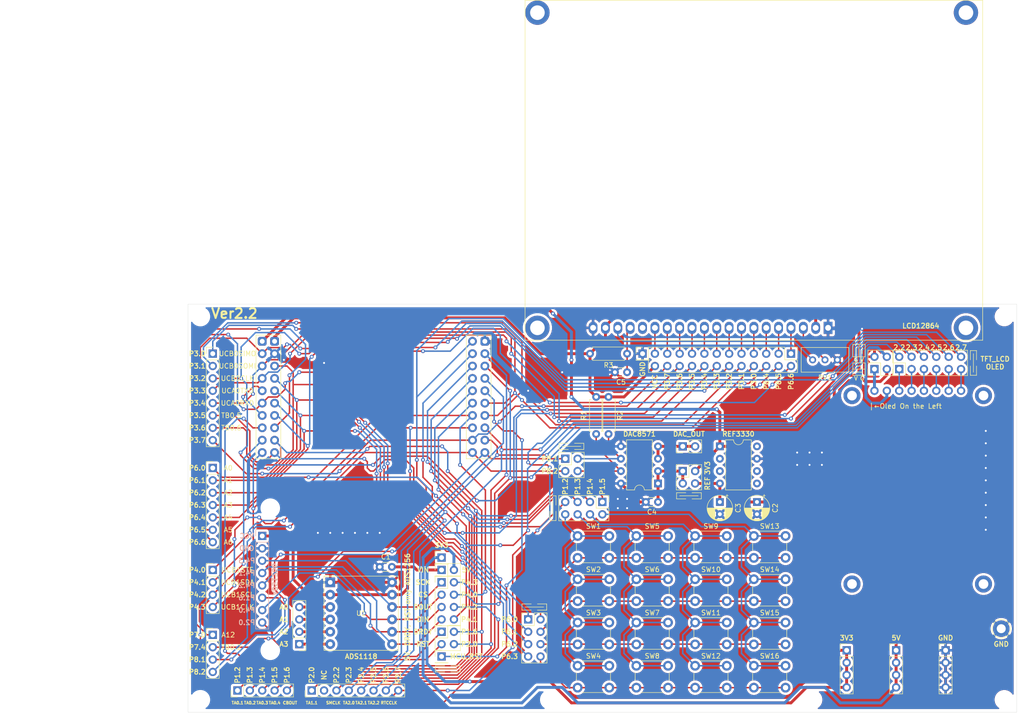
<source format=kicad_pcb>
(kicad_pcb (version 20171130) (host pcbnew "(5.1.12)-1")
  (layers (0 F.Cu signal) (31 B.Cu signal) (34 B.Paste user) (35 F.Paste user) (36 B.SilkS user) (37 F.SilkS user) (38 B.Mask user) (39 F.Mask user) (44 Edge.Cuts user))
  (net 0 "")
  (net 1 VCC)
  (net 2 GND)
  (net 3 +3V3)
  (net 4 /REF3330)
  (net 5 "Net-(C4-Pad1)")
  (net 6 "Net-(C5-Pad1)")
  (net 7 /P1.6)
  (net 8 /P1.5)
  (net 9 /P1.4)
  (net 10 /P1.3)
  (net 11 /P1.2)
  (net 12 /P2.7)
  (net 13 /P2.6)
  (net 14 /P2.5)
  (net 15 /P2.4)
  (net 16 /P2.3)
  (net 17 /P2.2)
  (net 18 "Net-(J2-Pad2)")
  (net 19 /P2.0)
  (net 20 /P3.7)
  (net 21 /P3.6)
  (net 22 /P3.5)
  (net 23 /P3.4)
  (net 24 /P3.3)
  (net 25 /P3.2)
  (net 26 /P3.1)
  (net 27 /P3.0)
  (net 28 "Net-(J4-Pad4)")
  (net 29 "Net-(J4-Pad3)")
  (net 30 "Net-(J4-Pad2)")
  (net 31 "Net-(J4-Pad1)")
  (net 32 /P4.2)
  (net 33 "Net-(J5-Pad7)")
  (net 34 /P4.3)
  (net 35 "Net-(J5-Pad5)")
  (net 36 /P4.1)
  (net 37 "Net-(J5-Pad3)")
  (net 38 /P4.0)
  (net 39 "Net-(J5-Pad1)")
  (net 40 /P6.6)
  (net 41 /P6.5)
  (net 42 /P6.4)
  (net 43 /P6.3)
  (net 44 /P6.2)
  (net 45 /P6.1)
  (net 46 /P6.0)
  (net 47 /P8.2)
  (net 48 /P8.1)
  (net 49 /P7.4)
  (net 50 /P7.0)
  (net 51 "Net-(J13-Pad4)")
  (net 52 "Net-(J13-Pad2)")
  (net 53 "Net-(J15-Pad1)")
  (net 54 "Net-(RV1-Pad2)")
  (net 55 "Net-(RV1-Pad1)")
  (net 56 /RST)
  (net 57 "Net-(U5-Pad16)")
  (net 58 "Net-(J18-Pad23)")
  (net 59 "Net-(J18-Pad21)")
  (net 60 "Net-(J18-Pad19)")
  (net 61 "Net-(J18-Pad17)")
  (net 62 "Net-(J18-Pad15)")
  (net 63 "Net-(J18-Pad13)")
  (net 64 "Net-(J18-Pad11)")
  (net 65 "Net-(J18-Pad9)")
  (net 66 "Net-(J18-Pad7)")
  (net 67 "Net-(J18-Pad5)")
  (net 68 "Net-(J18-Pad3)")
  (net 69 "Net-(J18-Pad1)")
  (net 70 "Net-(J22-Pad3)")
  (net 71 "Net-(J22-Pad1)")
  (net 72 "Net-(J20-Pad8)")
  (net 73 "Net-(J20-Pad6)")
  (net 74 "Net-(J20-Pad4)")
  (net 75 "Net-(J20-Pad2)")
  (net 76 "Net-(J21-Pad8)")
  (net 77 "Net-(J21-Pad6)")
  (net 78 "Net-(J21-Pad4)")
  (net 79 "Net-(J21-Pad2)")
  (net 80 "Net-(J11-Pad11)")
  (net 81 "Net-(J11-Pad9)")
  (net 82 "Net-(J11-Pad7)")
  (net 83 "Net-(J11-Pad5)")
  (net 84 "Net-(J11-Pad3)")
  (net 85 "Net-(J11-Pad1)")
  (net 86 "Net-(C1-Pad2)")
  (net 87 "Net-(J26-Pad4)")
  (net 88 "Net-(J26-Pad1)")
  (module TestPoint:TestPoint_Loop_D2.50mm_Drill1.85mm (layer F.Cu) (at 208.915 144.78)
    (fp_text reference J19 hide)
    (fp_text value Conn_01x01)
    (pad 1 thru_hole circle (at 0 0) (size 3.4 3.4) (drill 1.85) (layers *.Cu *.Mask) (net 2 GND))
  )
  (module My_Display:ZJY_1_54_SPI_ST7789 (layer F.Cu) (at 191.77 95.885)
    (fp_text reference U3 hide)
    (fp_text value TFT_OLED_SPI)
    (pad "" thru_hole circle (at 13.5 1) (size 3.5 3.5) (drill 2) (layers *.Cu *.Mask))
    (pad "" thru_hole circle (at -13.5 1) (size 3.5 3.5) (drill 2) (layers *.Cu *.Mask))
    (pad "" thru_hole circle (at -13.5 39.72) (size 3.5 3.5) (drill 2) (layers *.Cu *.Mask))
    (pad "" thru_hole circle (at 13.5 39.72) (size 3.5 3.5) (drill 2) (layers *.Cu *.Mask))
    (pad 8 thru_hole circle (at 8.89 0) (size 1.7 1.7) (drill 1) (layers *.Cu *.Mask) (net 80 "Net-(J11-Pad11)"))
    (pad 7 thru_hole circle (at 6.35 0) (size 1.7 1.7) (drill 1) (layers *.Cu *.Mask) (net 81 "Net-(J11-Pad9)"))
    (pad 6 thru_hole circle (at 3.81 0) (size 1.7 1.7) (drill 1) (layers *.Cu *.Mask) (net 82 "Net-(J11-Pad7)"))
    (pad 5 thru_hole circle (at 1.27 0) (size 1.7 1.7) (drill 1) (layers *.Cu *.Mask) (net 83 "Net-(J11-Pad5)"))
    (pad 4 thru_hole circle (at -1.27 0) (size 1.7 1.7) (drill 1) (layers *.Cu *.Mask) (net 84 "Net-(J11-Pad3)"))
    (pad 3 thru_hole circle (at -3.81 0) (size 1.7 1.7) (drill 1) (layers *.Cu *.Mask) (net 85 "Net-(J11-Pad1)"))
    (pad 2 thru_hole circle (at -6.35 0) (size 1.7 1.7) (drill 1) (layers *.Cu *.Mask) (net 87 "Net-(J26-Pad4)"))
    (pad 1 thru_hole circle (at -8.89 0) (size 1.7 1.7) (drill 1) (layers *.Cu *.Mask) (net 88 "Net-(J26-Pad1)"))
  )
  (module Connector_PinHeader_2.54mm:PinHeader_2x02_P2.54mm_Vertical (layer F.Cu) (at 182.88 91.44 90)
    (fp_text reference J26 hide)
    (fp_text value Conn_02x02_Odd_Even)
    (pad 4 thru_hole oval (at 2.54 2.54 90) (size 1.7 1.7) (drill 1) (layers *.Cu *.Mask) (net 87 "Net-(J26-Pad4)"))
    (pad 3 thru_hole oval (at 0 2.54 90) (size 1.7 1.7) (drill 1) (layers *.Cu *.Mask) (net 1 VCC))
    (pad 2 thru_hole oval (at 2.54 0 90) (size 1.7 1.7) (drill 1) (layers *.Cu *.Mask) (net 2 GND))
    (pad 1 thru_hole rect (at 0 0 90) (size 1.7 1.7) (drill 1) (layers *.Cu *.Mask) (net 88 "Net-(J26-Pad1)"))
  )
  (module Connector_PinHeader_2.54mm:PinHeader_2x01_P2.54mm_Vertical (layer F.Cu) (at 93.98 132.715)
    (fp_text reference J25 hide)
    (fp_text value Conn_02x01)
    (pad 2 thru_hole oval (at 2.54 0) (size 1.7 1.7) (drill 1) (layers *.Cu *.Mask) (net 1 VCC))
    (pad 1 thru_hole rect (at 0 0) (size 1.7 1.7) (drill 1) (layers *.Cu *.Mask) (net 86 "Net-(C1-Pad2)"))
  )
  (module Connector_PinHeader_2.54mm:PinHeader_1x01_P2.54mm_Vertical (layer F.Cu) (at 93.98 130.175)
    (fp_text reference J24 hide)
    (fp_text value Conn_01x01)
    (pad 1 thru_hole rect (at 0 0) (size 1.7 1.7) (drill 1) (layers *.Cu *.Mask) (net 3 +3V3))
  )
  (module Connector_PinHeader_2.54mm:PinHeader_2x06_P2.54mm_Vertical (layer F.Cu) (at 187.96 91.44 90)
    (fp_text reference J11 hide)
    (fp_text value Conn_02x06_Odd_Even)
    (pad 12 thru_hole oval (at 2.54 12.7 90) (size 1.7 1.7) (drill 1) (layers *.Cu *.Mask) (net 12 /P2.7))
    (pad 11 thru_hole oval (at 0 12.7 90) (size 1.7 1.7) (drill 1) (layers *.Cu *.Mask) (net 80 "Net-(J11-Pad11)"))
    (pad 10 thru_hole oval (at 2.54 10.16 90) (size 1.7 1.7) (drill 1) (layers *.Cu *.Mask) (net 13 /P2.6))
    (pad 9 thru_hole oval (at 0 10.16 90) (size 1.7 1.7) (drill 1) (layers *.Cu *.Mask) (net 81 "Net-(J11-Pad9)"))
    (pad 8 thru_hole oval (at 2.54 7.62 90) (size 1.7 1.7) (drill 1) (layers *.Cu *.Mask) (net 14 /P2.5))
    (pad 7 thru_hole oval (at 0 7.62 90) (size 1.7 1.7) (drill 1) (layers *.Cu *.Mask) (net 82 "Net-(J11-Pad7)"))
    (pad 6 thru_hole oval (at 2.54 5.08 90) (size 1.7 1.7) (drill 1) (layers *.Cu *.Mask) (net 15 /P2.4))
    (pad 5 thru_hole oval (at 0 5.08 90) (size 1.7 1.7) (drill 1) (layers *.Cu *.Mask) (net 83 "Net-(J11-Pad5)"))
    (pad 4 thru_hole oval (at 2.54 2.54 90) (size 1.7 1.7) (drill 1) (layers *.Cu *.Mask) (net 16 /P2.3))
    (pad 3 thru_hole oval (at 0 2.54 90) (size 1.7 1.7) (drill 1) (layers *.Cu *.Mask) (net 84 "Net-(J11-Pad3)"))
    (pad 2 thru_hole oval (at 2.54 0 90) (size 1.7 1.7) (drill 1) (layers *.Cu *.Mask) (net 17 /P2.2))
    (pad 1 thru_hole rect (at 0 0 90) (size 1.7 1.7) (drill 1) (layers *.Cu *.Mask) (net 85 "Net-(J11-Pad1)"))
  )
  (module DianSai_package:ADS1256_module_yellow_hole (layer F.Cu) (at 32.385 134.62 270)
    (fp_text reference REF** hide)
    (fp_text value ADS1256_module_yellow_hole)
    (pad "" np_thru_hole circle (at 14.605 27.584 270) (size 3 3) (drill 3) (layers *.Cu *.Mask))
    (pad "" np_thru_hole circle (at -14.605 27.584 270) (size 3 3) (drill 3) (layers *.Cu *.Mask))
    (pad "" np_thru_hole circle (at 14.605 -26.416 270) (size 3 3) (drill 3) (layers *.Cu *.Mask))
    (pad "" np_thru_hole circle (at -14.605 -26.416 270) (size 3 3) (drill 3) (layers *.Cu *.Mask))
  )
  (module hole:hole_3mm (layer F.Cu) (at 170.18 159.385)
    (fp_text reference REF** hide)
    (fp_text value hole_3mm)
    (pad "" np_thru_hole circle (at 0 0) (size 3 3) (drill 3) (layers *.Cu *.Mask))
  )
  (module hole:hole_3mm (layer F.Cu) (at 116.205 159.385)
    (fp_text reference REF** hide)
    (fp_text value hole_3mm)
    (pad "" np_thru_hole circle (at 0 0) (size 3 3) (drill 3) (layers *.Cu *.Mask))
  )
  (module Button_Switch_THT:SW_PUSH_6mm (layer F.Cu) (at 146.05 134.62)
    (fp_text reference SW10 (at 3.25 -2) (layer F.SilkS))
    (fp_text value SW_Push)
    (pad 1 thru_hole circle (at 6.5 0 90) (size 2 2) (drill 1.1) (layers *.Cu *.Mask) (net 74 "Net-(J20-Pad4)"))
    (pad 2 thru_hole circle (at 6.5 4.5 90) (size 2 2) (drill 1.1) (layers *.Cu *.Mask) (net 78 "Net-(J21-Pad4)"))
    (pad 1 thru_hole circle (at 0 0 90) (size 2 2) (drill 1.1) (layers *.Cu *.Mask) (net 74 "Net-(J20-Pad4)"))
    (pad 2 thru_hole circle (at 0 4.5 90) (size 2 2) (drill 1.1) (layers *.Cu *.Mask) (net 78 "Net-(J21-Pad4)"))
  )
  (module Button_Switch_THT:SW_PUSH_6mm (layer F.Cu) (at 146.05 125.73)
    (fp_text reference SW9 (at 3.25 -2) (layer F.SilkS))
    (fp_text value SW_Push)
    (pad 1 thru_hole circle (at 6.5 0 90) (size 2 2) (drill 1.1) (layers *.Cu *.Mask) (net 74 "Net-(J20-Pad4)"))
    (pad 2 thru_hole circle (at 6.5 4.5 90) (size 2 2) (drill 1.1) (layers *.Cu *.Mask) (net 79 "Net-(J21-Pad2)"))
    (pad 1 thru_hole circle (at 0 0 90) (size 2 2) (drill 1.1) (layers *.Cu *.Mask) (net 74 "Net-(J20-Pad4)"))
    (pad 2 thru_hole circle (at 0 4.5 90) (size 2 2) (drill 1.1) (layers *.Cu *.Mask) (net 79 "Net-(J21-Pad2)"))
  )
  (module Button_Switch_THT:SW_PUSH_6mm (layer F.Cu) (at 133.985 152.4)
    (fp_text reference SW8 (at 3.25 -2) (layer F.SilkS))
    (fp_text value SW_Push)
    (pad 1 thru_hole circle (at 6.5 0 90) (size 2 2) (drill 1.1) (layers *.Cu *.Mask) (net 73 "Net-(J20-Pad6)"))
    (pad 2 thru_hole circle (at 6.5 4.5 90) (size 2 2) (drill 1.1) (layers *.Cu *.Mask) (net 76 "Net-(J21-Pad8)"))
    (pad 1 thru_hole circle (at 0 0 90) (size 2 2) (drill 1.1) (layers *.Cu *.Mask) (net 73 "Net-(J20-Pad6)"))
    (pad 2 thru_hole circle (at 0 4.5 90) (size 2 2) (drill 1.1) (layers *.Cu *.Mask) (net 76 "Net-(J21-Pad8)"))
  )
  (module Button_Switch_THT:SW_PUSH_6mm (layer F.Cu) (at 133.985 143.51)
    (fp_text reference SW7 (at 3.25 -2) (layer F.SilkS))
    (fp_text value SW_Push)
    (pad 1 thru_hole circle (at 6.5 0 90) (size 2 2) (drill 1.1) (layers *.Cu *.Mask) (net 73 "Net-(J20-Pad6)"))
    (pad 2 thru_hole circle (at 6.5 4.5 90) (size 2 2) (drill 1.1) (layers *.Cu *.Mask) (net 77 "Net-(J21-Pad6)"))
    (pad 1 thru_hole circle (at 0 0 90) (size 2 2) (drill 1.1) (layers *.Cu *.Mask) (net 73 "Net-(J20-Pad6)"))
    (pad 2 thru_hole circle (at 0 4.5 90) (size 2 2) (drill 1.1) (layers *.Cu *.Mask) (net 77 "Net-(J21-Pad6)"))
  )
  (module Button_Switch_THT:SW_PUSH_6mm (layer F.Cu) (at 121.92 134.62)
    (fp_text reference SW2 (at 3.25 -2) (layer F.SilkS))
    (fp_text value SW_Push)
    (pad 1 thru_hole circle (at 6.5 0 90) (size 2 2) (drill 1.1) (layers *.Cu *.Mask) (net 72 "Net-(J20-Pad8)"))
    (pad 2 thru_hole circle (at 6.5 4.5 90) (size 2 2) (drill 1.1) (layers *.Cu *.Mask) (net 78 "Net-(J21-Pad4)"))
    (pad 1 thru_hole circle (at 0 0 90) (size 2 2) (drill 1.1) (layers *.Cu *.Mask) (net 72 "Net-(J20-Pad8)"))
    (pad 2 thru_hole circle (at 0 4.5 90) (size 2 2) (drill 1.1) (layers *.Cu *.Mask) (net 78 "Net-(J21-Pad4)"))
  )
  (module Button_Switch_THT:SW_PUSH_6mm (layer F.Cu) (at 158.115 125.73)
    (fp_text reference SW13 (at 3.25 -2) (layer F.SilkS))
    (fp_text value SW_Push)
    (pad 1 thru_hole circle (at 6.5 0 90) (size 2 2) (drill 1.1) (layers *.Cu *.Mask) (net 75 "Net-(J20-Pad2)"))
    (pad 2 thru_hole circle (at 6.5 4.5 90) (size 2 2) (drill 1.1) (layers *.Cu *.Mask) (net 79 "Net-(J21-Pad2)"))
    (pad 1 thru_hole circle (at 0 0 90) (size 2 2) (drill 1.1) (layers *.Cu *.Mask) (net 75 "Net-(J20-Pad2)"))
    (pad 2 thru_hole circle (at 0 4.5 90) (size 2 2) (drill 1.1) (layers *.Cu *.Mask) (net 79 "Net-(J21-Pad2)"))
  )
  (module Button_Switch_THT:SW_PUSH_6mm (layer F.Cu) (at 158.115 152.4)
    (fp_text reference SW16 (at 3.25 -2) (layer F.SilkS))
    (fp_text value SW_Push)
    (pad 1 thru_hole circle (at 6.5 0 90) (size 2 2) (drill 1.1) (layers *.Cu *.Mask) (net 75 "Net-(J20-Pad2)"))
    (pad 2 thru_hole circle (at 6.5 4.5 90) (size 2 2) (drill 1.1) (layers *.Cu *.Mask) (net 76 "Net-(J21-Pad8)"))
    (pad 1 thru_hole circle (at 0 0 90) (size 2 2) (drill 1.1) (layers *.Cu *.Mask) (net 75 "Net-(J20-Pad2)"))
    (pad 2 thru_hole circle (at 0 4.5 90) (size 2 2) (drill 1.1) (layers *.Cu *.Mask) (net 76 "Net-(J21-Pad8)"))
  )
  (module Button_Switch_THT:SW_PUSH_6mm (layer F.Cu) (at 158.115 143.51)
    (fp_text reference SW15 (at 3.25 -2) (layer F.SilkS))
    (fp_text value SW_Push)
    (pad 1 thru_hole circle (at 6.5 0 90) (size 2 2) (drill 1.1) (layers *.Cu *.Mask) (net 75 "Net-(J20-Pad2)"))
    (pad 2 thru_hole circle (at 6.5 4.5 90) (size 2 2) (drill 1.1) (layers *.Cu *.Mask) (net 77 "Net-(J21-Pad6)"))
    (pad 1 thru_hole circle (at 0 0 90) (size 2 2) (drill 1.1) (layers *.Cu *.Mask) (net 75 "Net-(J20-Pad2)"))
    (pad 2 thru_hole circle (at 0 4.5 90) (size 2 2) (drill 1.1) (layers *.Cu *.Mask) (net 77 "Net-(J21-Pad6)"))
  )
  (module Button_Switch_THT:SW_PUSH_6mm (layer F.Cu) (at 158.115 134.62)
    (fp_text reference SW14 (at 3.25 -2) (layer F.SilkS))
    (fp_text value SW_Push)
    (pad 1 thru_hole circle (at 6.5 0 90) (size 2 2) (drill 1.1) (layers *.Cu *.Mask) (net 75 "Net-(J20-Pad2)"))
    (pad 2 thru_hole circle (at 6.5 4.5 90) (size 2 2) (drill 1.1) (layers *.Cu *.Mask) (net 78 "Net-(J21-Pad4)"))
    (pad 1 thru_hole circle (at 0 0 90) (size 2 2) (drill 1.1) (layers *.Cu *.Mask) (net 75 "Net-(J20-Pad2)"))
    (pad 2 thru_hole circle (at 0 4.5 90) (size 2 2) (drill 1.1) (layers *.Cu *.Mask) (net 78 "Net-(J21-Pad4)"))
  )
  (module Button_Switch_THT:SW_PUSH_6mm (layer F.Cu) (at 146.05 152.4)
    (fp_text reference SW12 (at 3.25 -2) (layer F.SilkS))
    (fp_text value SW_Push)
    (pad 1 thru_hole circle (at 6.5 0 90) (size 2 2) (drill 1.1) (layers *.Cu *.Mask) (net 74 "Net-(J20-Pad4)"))
    (pad 2 thru_hole circle (at 6.5 4.5 90) (size 2 2) (drill 1.1) (layers *.Cu *.Mask) (net 76 "Net-(J21-Pad8)"))
    (pad 1 thru_hole circle (at 0 0 90) (size 2 2) (drill 1.1) (layers *.Cu *.Mask) (net 74 "Net-(J20-Pad4)"))
    (pad 2 thru_hole circle (at 0 4.5 90) (size 2 2) (drill 1.1) (layers *.Cu *.Mask) (net 76 "Net-(J21-Pad8)"))
  )
  (module Button_Switch_THT:SW_PUSH_6mm (layer F.Cu) (at 146.05 143.51)
    (fp_text reference SW11 (at 3.25 -2) (layer F.SilkS))
    (fp_text value SW_Push)
    (pad 1 thru_hole circle (at 6.5 0 90) (size 2 2) (drill 1.1) (layers *.Cu *.Mask) (net 74 "Net-(J20-Pad4)"))
    (pad 2 thru_hole circle (at 6.5 4.5 90) (size 2 2) (drill 1.1) (layers *.Cu *.Mask) (net 77 "Net-(J21-Pad6)"))
    (pad 1 thru_hole circle (at 0 0 90) (size 2 2) (drill 1.1) (layers *.Cu *.Mask) (net 74 "Net-(J20-Pad4)"))
    (pad 2 thru_hole circle (at 0 4.5 90) (size 2 2) (drill 1.1) (layers *.Cu *.Mask) (net 77 "Net-(J21-Pad6)"))
  )
  (module Button_Switch_THT:SW_PUSH_6mm (layer F.Cu) (at 133.985 134.62)
    (fp_text reference SW6 (at 3.25 -2) (layer F.SilkS))
    (fp_text value SW_Push)
    (pad 1 thru_hole circle (at 6.5 0 90) (size 2 2) (drill 1.1) (layers *.Cu *.Mask) (net 73 "Net-(J20-Pad6)"))
    (pad 2 thru_hole circle (at 6.5 4.5 90) (size 2 2) (drill 1.1) (layers *.Cu *.Mask) (net 78 "Net-(J21-Pad4)"))
    (pad 1 thru_hole circle (at 0 0 90) (size 2 2) (drill 1.1) (layers *.Cu *.Mask) (net 73 "Net-(J20-Pad6)"))
    (pad 2 thru_hole circle (at 0 4.5 90) (size 2 2) (drill 1.1) (layers *.Cu *.Mask) (net 78 "Net-(J21-Pad4)"))
  )
  (module Button_Switch_THT:SW_PUSH_6mm (layer F.Cu) (at 133.985 125.73)
    (fp_text reference SW5 (at 3.25 -2) (layer F.SilkS))
    (fp_text value SW_Push)
    (pad 1 thru_hole circle (at 6.5 0 90) (size 2 2) (drill 1.1) (layers *.Cu *.Mask) (net 73 "Net-(J20-Pad6)"))
    (pad 2 thru_hole circle (at 6.5 4.5 90) (size 2 2) (drill 1.1) (layers *.Cu *.Mask) (net 79 "Net-(J21-Pad2)"))
    (pad 1 thru_hole circle (at 0 0 90) (size 2 2) (drill 1.1) (layers *.Cu *.Mask) (net 73 "Net-(J20-Pad6)"))
    (pad 2 thru_hole circle (at 0 4.5 90) (size 2 2) (drill 1.1) (layers *.Cu *.Mask) (net 79 "Net-(J21-Pad2)"))
  )
  (module Button_Switch_THT:SW_PUSH_6mm (layer F.Cu) (at 121.92 152.4)
    (fp_text reference SW4 (at 3.25 -2) (layer F.SilkS))
    (fp_text value SW_Push)
    (pad 1 thru_hole circle (at 6.5 0 90) (size 2 2) (drill 1.1) (layers *.Cu *.Mask) (net 72 "Net-(J20-Pad8)"))
    (pad 2 thru_hole circle (at 6.5 4.5 90) (size 2 2) (drill 1.1) (layers *.Cu *.Mask) (net 76 "Net-(J21-Pad8)"))
    (pad 1 thru_hole circle (at 0 0 90) (size 2 2) (drill 1.1) (layers *.Cu *.Mask) (net 72 "Net-(J20-Pad8)"))
    (pad 2 thru_hole circle (at 0 4.5 90) (size 2 2) (drill 1.1) (layers *.Cu *.Mask) (net 76 "Net-(J21-Pad8)"))
  )
  (module Button_Switch_THT:SW_PUSH_6mm (layer F.Cu) (at 121.92 143.51)
    (fp_text reference SW3 (at 3.25 -2) (layer F.SilkS))
    (fp_text value SW_Push)
    (pad 1 thru_hole circle (at 6.5 0 90) (size 2 2) (drill 1.1) (layers *.Cu *.Mask) (net 72 "Net-(J20-Pad8)"))
    (pad 2 thru_hole circle (at 6.5 4.5 90) (size 2 2) (drill 1.1) (layers *.Cu *.Mask) (net 77 "Net-(J21-Pad6)"))
    (pad 1 thru_hole circle (at 0 0 90) (size 2 2) (drill 1.1) (layers *.Cu *.Mask) (net 72 "Net-(J20-Pad8)"))
    (pad 2 thru_hole circle (at 0 4.5 90) (size 2 2) (drill 1.1) (layers *.Cu *.Mask) (net 77 "Net-(J21-Pad6)"))
  )
  (module Button_Switch_THT:SW_PUSH_6mm (layer F.Cu) (at 121.92 125.73)
    (fp_text reference SW1 (at 3.25 -2) (layer F.SilkS))
    (fp_text value SW_Push)
    (pad 1 thru_hole circle (at 6.5 0 90) (size 2 2) (drill 1.1) (layers *.Cu *.Mask) (net 72 "Net-(J20-Pad8)"))
    (pad 2 thru_hole circle (at 6.5 4.5 90) (size 2 2) (drill 1.1) (layers *.Cu *.Mask) (net 79 "Net-(J21-Pad2)"))
    (pad 1 thru_hole circle (at 0 0 90) (size 2 2) (drill 1.1) (layers *.Cu *.Mask) (net 72 "Net-(J20-Pad8)"))
    (pad 2 thru_hole circle (at 0 4.5 90) (size 2 2) (drill 1.1) (layers *.Cu *.Mask) (net 79 "Net-(J21-Pad2)"))
  )
  (module Module:MSP430F5529_LaunchPad (layer F.Cu) (at 80.01 84.455)
    (fp_text reference U2 hide)
    (fp_text value MSP430F5529_LaunchPad)
    (pad 40 thru_hole circle (at 22.86 24.13) (size 1.8 1.8) (drill 1) (layers *.Cu *.Mask) (net 48 /P8.1))
    (pad 39 thru_hole circle (at 20.32 24.13) (size 1.8 1.8) (drill 1) (layers *.Cu *.Mask) (net 47 /P8.2))
    (pad 38 thru_hole circle (at 22.86 21.59) (size 1.8 1.8) (drill 1) (layers *.Cu *.Mask) (net 16 /P2.3))
    (pad 37 thru_hole circle (at 20.32 21.59) (size 1.8 1.8) (drill 1) (layers *.Cu *.Mask) (net 20 /P3.7))
    (pad 36 thru_hole circle (at 22.86 19.05) (size 1.8 1.8) (drill 1) (layers *.Cu *.Mask) (net 13 /P2.6))
    (pad 35 thru_hole circle (at 20.32 19.05) (size 1.8 1.8) (drill 1) (layers *.Cu *.Mask) (net 38 /P4.0))
    (pad 34 thru_hole circle (at 22.86 16.51) (size 1.8 1.8) (drill 1) (layers *.Cu *.Mask) (net 26 /P3.1))
    (pad 33 thru_hole circle (at 20.32 16.51) (size 1.8 1.8) (drill 1) (layers *.Cu *.Mask) (net 34 /P4.3))
    (pad 32 thru_hole circle (at 22.86 13.97) (size 1.8 1.8) (drill 1) (layers *.Cu *.Mask) (net 27 /P3.0))
    (pad 31 thru_hole circle (at 20.32 13.97) (size 1.8 1.8) (drill 1) (layers *.Cu *.Mask) (net 11 /P1.2))
    (pad 30 thru_hole circle (at 22.86 11.43) (size 1.8 1.8) (drill 1) (layers *.Cu *.Mask) (net 56 /RST))
    (pad 29 thru_hole circle (at 20.32 11.43) (size 1.8 1.8) (drill 1) (layers *.Cu *.Mask) (net 10 /P1.3))
    (pad 28 thru_hole circle (at 22.86 8.89) (size 1.8 1.8) (drill 1) (layers *.Cu *.Mask) (net 49 /P7.4))
    (pad 27 thru_hole circle (at 20.32 8.89) (size 1.8 1.8) (drill 1) (layers *.Cu *.Mask) (net 9 /P1.4))
    (pad 26 thru_hole circle (at 22.86 6.35) (size 1.8 1.8) (drill 1) (layers *.Cu *.Mask) (net 17 /P2.2))
    (pad 25 thru_hole circle (at 20.32 6.35) (size 1.8 1.8) (drill 1) (layers *.Cu *.Mask) (net 8 /P1.5))
    (pad 24 thru_hole circle (at 22.86 3.81) (size 1.8 1.8) (drill 1) (layers *.Cu *.Mask) (net 19 /P2.0))
    (pad 23 thru_hole circle (at 20.32 3.81) (size 1.8 1.8) (drill 1) (layers *.Cu *.Mask) (net 15 /P2.4))
    (pad 22 thru_hole roundrect (at 22.86 1.27) (size 1.8 1.8) (drill 1) (layers *.Cu *.Mask) (net 2 GND))
    (pad 21 thru_hole circle (at 20.32 1.27) (size 1.8 1.8) (drill 1) (layers *.Cu *.Mask) (net 14 /P2.5))
    (pad 20 thru_hole circle (at -20.32 24.13) (size 1.8 1.8) (drill 1) (layers *.Cu *.Mask) (net 22 /P3.5))
    (pad 19 thru_hole circle (at -22.86 24.13) (size 1.8 1.8) (drill 1) (layers *.Cu *.Mask) (net 36 /P4.1))
    (pad 18 thru_hole circle (at -20.32 21.59) (size 1.8 1.8) (drill 1) (layers *.Cu *.Mask) (net 21 /P3.6))
    (pad 17 thru_hole circle (at -22.86 21.59) (size 1.8 1.8) (drill 1) (layers *.Cu *.Mask) (net 32 /P4.2))
    (pad 16 thru_hole circle (at -20.32 19.05) (size 1.8 1.8) (drill 1) (layers *.Cu *.Mask) (net 50 /P7.0))
    (pad 15 thru_hole circle (at -22.86 19.05) (size 1.8 1.8) (drill 1) (layers *.Cu *.Mask) (net 12 /P2.7))
    (pad 14 thru_hole circle (at -20.32 16.51) (size 1.8 1.8) (drill 1) (layers *.Cu *.Mask) (net 42 /P6.4))
    (pad 13 thru_hole circle (at -22.86 16.51) (size 1.8 1.8) (drill 1) (layers *.Cu *.Mask) (net 25 /P3.2))
    (pad 12 thru_hole circle (at -20.32 13.97) (size 1.8 1.8) (drill 1) (layers *.Cu *.Mask) (net 43 /P6.3))
    (pad 11 thru_hole circle (at -22.86 13.97) (size 1.8 1.8) (drill 1) (layers *.Cu *.Mask) (net 40 /P6.6))
    (pad 10 thru_hole circle (at -20.32 11.43) (size 1.8 1.8) (drill 1) (layers *.Cu *.Mask) (net 44 /P6.2))
    (pad 9 thru_hole circle (at -22.86 11.43) (size 1.8 1.8) (drill 1) (layers *.Cu *.Mask) (net 7 /P1.6))
    (pad 8 thru_hole circle (at -20.32 8.89) (size 1.8 1.8) (drill 1) (layers *.Cu *.Mask) (net 45 /P6.1))
    (pad 7 thru_hole circle (at -22.86 8.89) (size 1.8 1.8) (drill 1) (layers *.Cu *.Mask) (net 24 /P3.3))
    (pad 6 thru_hole circle (at -20.32 6.35) (size 1.8 1.8) (drill 1) (layers *.Cu *.Mask) (net 46 /P6.0))
    (pad 5 thru_hole circle (at -22.86 6.35) (size 1.8 1.8) (drill 1) (layers *.Cu *.Mask) (net 23 /P3.4))
    (pad 4 thru_hole circle (at -20.32 3.81) (size 1.8 1.8) (drill 1) (layers *.Cu *.Mask) (net 2 GND))
    (pad 3 thru_hole circle (at -22.86 3.81) (size 1.8 1.8) (drill 1) (layers *.Cu *.Mask) (net 41 /P6.5))
    (pad 2 thru_hole roundrect (at -20.32 1.27) (size 1.8 1.8) (drill 1) (layers *.Cu *.Mask) (net 1 VCC))
    (pad 1 thru_hole roundrect (at -22.86 1.27) (size 1.8 1.8) (drill 1) (layers *.Cu *.Mask) (net 3 +3V3))
  )
  (module Connector_PinSocket_2.54mm:PinSocket_1x08_P2.54mm_Vertical (layer B.Cu) (at 57.15 125.73 180)
    (fp_text reference U6 hide)
    (fp_text value ADS1256_MOD)
    (pad 8 thru_hole oval (at 0 -17.78 180) (size 1.7 1.7) (drill 1) (layers *.Cu *.Mask) (net 70 "Net-(J22-Pad3)"))
    (pad 7 thru_hole oval (at 0 -15.24 180) (size 1.7 1.7) (drill 1) (layers *.Cu *.Mask) (net 37 "Net-(J5-Pad3)"))
    (pad 6 thru_hole oval (at 0 -12.7 180) (size 1.7 1.7) (drill 1) (layers *.Cu *.Mask) (net 71 "Net-(J22-Pad1)"))
    (pad 5 thru_hole oval (at 0 -10.16 180) (size 1.7 1.7) (drill 1) (layers *.Cu *.Mask) (net 35 "Net-(J5-Pad5)"))
    (pad 4 thru_hole oval (at 0 -7.62 180) (size 1.7 1.7) (drill 1) (layers *.Cu *.Mask) (net 33 "Net-(J5-Pad7)"))
    (pad 3 thru_hole oval (at 0 -5.08 180) (size 1.7 1.7) (drill 1) (layers *.Cu *.Mask) (net 39 "Net-(J5-Pad1)"))
    (pad 2 thru_hole oval (at 0 -2.54 180) (size 1.7 1.7) (drill 1) (layers *.Cu *.Mask) (net 2 GND))
    (pad 1 thru_hole rect (at 0 0 180) (size 1.7 1.7) (drill 1) (layers *.Cu *.Mask) (net 86 "Net-(C1-Pad2)"))
  )
  (module Connector_PinHeader_2.54mm:PinHeader_1x01_P2.54mm_Vertical (layer F.Cu) (at 93.98 150.495)
    (fp_text reference J23 hide)
    (fp_text value Conn_01x01)
    (pad 1 thru_hole rect (at 0 0) (size 1.7 1.7) (drill 1) (layers *.Cu *.Mask) (net 56 /RST))
  )
  (module Connector_PinHeader_2.54mm:PinHeader_2x02_P2.54mm_Vertical (layer F.Cu) (at 93.98 145.415)
    (fp_text reference J22 hide)
    (fp_text value Conn_02x02_Odd_Even)
    (pad 4 thru_hole oval (at 2.54 2.54) (size 1.7 1.7) (drill 1) (layers *.Cu *.Mask) (net 19 /P2.0))
    (pad 3 thru_hole oval (at 0 2.54) (size 1.7 1.7) (drill 1) (layers *.Cu *.Mask) (net 70 "Net-(J22-Pad3)"))
    (pad 2 thru_hole oval (at 2.54 0) (size 1.7 1.7) (drill 1) (layers *.Cu *.Mask) (net 7 /P1.6))
    (pad 1 thru_hole rect (at 0 0) (size 1.7 1.7) (drill 1) (layers *.Cu *.Mask) (net 71 "Net-(J22-Pad1)"))
  )
  (module hole:hole_3mm (layer F.Cu) (at 209.55 80.645)
    (fp_text reference REF** hide)
    (fp_text value hole_3mm hide)
    (pad "" np_thru_hole circle (at 0 0) (size 3 3) (drill 3) (layers *.Cu *.Mask))
  )
  (module hole:hole_3mm (layer F.Cu) (at 209.55 159.385)
    (fp_text reference REF** hide)
    (fp_text value hole_3mm hide)
    (pad "" np_thru_hole circle (at 0 0) (size 3 3) (drill 3) (layers *.Cu *.Mask))
  )
  (module hole:hole_3mm (layer F.Cu) (at 44.45 159.385)
    (fp_text reference REF** hide)
    (fp_text value hole_3mm hide)
    (pad "" np_thru_hole circle (at 0 0) (size 3 3) (drill 3) (layers *.Cu *.Mask))
  )
  (module hole:hole_3mm (layer F.Cu) (at 44.45 80.645)
    (fp_text reference REF** hide)
    (fp_text value hole_3mm hide)
    (pad "" np_thru_hole circle (at 0 0) (size 3 3) (drill 3) (layers *.Cu *.Mask))
  )
  (module Connector_PinHeader_2.54mm:PinHeader_2x04_P2.54mm_Vertical (layer F.Cu) (at 111.76 142.875)
    (fp_text reference J21 hide)
    (fp_text value Conn_02x04_Odd_Even)
    (pad 8 thru_hole oval (at 2.54 7.62) (size 1.7 1.7) (drill 1) (layers *.Cu *.Mask) (net 76 "Net-(J21-Pad8)"))
    (pad 7 thru_hole oval (at 0 7.62) (size 1.7 1.7) (drill 1) (layers *.Cu *.Mask) (net 43 /P6.3))
    (pad 6 thru_hole oval (at 2.54 5.08) (size 1.7 1.7) (drill 1) (layers *.Cu *.Mask) (net 77 "Net-(J21-Pad6)"))
    (pad 5 thru_hole oval (at 0 5.08) (size 1.7 1.7) (drill 1) (layers *.Cu *.Mask) (net 44 /P6.2))
    (pad 4 thru_hole oval (at 2.54 2.54) (size 1.7 1.7) (drill 1) (layers *.Cu *.Mask) (net 78 "Net-(J21-Pad4)"))
    (pad 3 thru_hole oval (at 0 2.54) (size 1.7 1.7) (drill 1) (layers *.Cu *.Mask) (net 45 /P6.1))
    (pad 2 thru_hole oval (at 2.54 0) (size 1.7 1.7) (drill 1) (layers *.Cu *.Mask) (net 79 "Net-(J21-Pad2)"))
    (pad 1 thru_hole rect (at 0 0) (size 1.7 1.7) (drill 1) (layers *.Cu *.Mask) (net 46 /P6.0))
  )
  (module Connector_PinHeader_2.54mm:PinHeader_2x04_P2.54mm_Vertical (layer F.Cu) (at 127 118.745 270)
    (fp_text reference J20 hide)
    (fp_text value Conn_02x04_Odd_Even)
    (pad 8 thru_hole oval (at 2.54 7.62 270) (size 1.7 1.7) (drill 1) (layers *.Cu *.Mask) (net 72 "Net-(J20-Pad8)"))
    (pad 7 thru_hole oval (at 0 7.62 270) (size 1.7 1.7) (drill 1) (layers *.Cu *.Mask) (net 11 /P1.2))
    (pad 6 thru_hole oval (at 2.54 5.08 270) (size 1.7 1.7) (drill 1) (layers *.Cu *.Mask) (net 73 "Net-(J20-Pad6)"))
    (pad 5 thru_hole oval (at 0 5.08 270) (size 1.7 1.7) (drill 1) (layers *.Cu *.Mask) (net 10 /P1.3))
    (pad 4 thru_hole oval (at 2.54 2.54 270) (size 1.7 1.7) (drill 1) (layers *.Cu *.Mask) (net 74 "Net-(J20-Pad4)"))
    (pad 3 thru_hole oval (at 0 2.54 270) (size 1.7 1.7) (drill 1) (layers *.Cu *.Mask) (net 9 /P1.4))
    (pad 2 thru_hole oval (at 2.54 0 270) (size 1.7 1.7) (drill 1) (layers *.Cu *.Mask) (net 75 "Net-(J20-Pad2)"))
    (pad 1 thru_hole rect (at 0 0 270) (size 1.7 1.7) (drill 1) (layers *.Cu *.Mask) (net 8 /P1.5))
  )
  (module Package_DIP:DIP-8_W7.62mm (layer F.Cu) (at 138.43 114.935 180)
    (fp_text reference U4 hide)
    (fp_text value DAC8571)
    (pad 8 thru_hole oval (at 7.62 0 180) (size 1.6 1.6) (drill 0.8) (layers *.Cu *.Mask) (net 2 GND))
    (pad 4 thru_hole oval (at 0 7.62 180) (size 1.6 1.6) (drill 0.8) (layers *.Cu *.Mask) (net 53 "Net-(J15-Pad1)"))
    (pad 7 thru_hole oval (at 7.62 2.54 180) (size 1.6 1.6) (drill 0.8) (layers *.Cu *.Mask) (net 51 "Net-(J13-Pad4)"))
    (pad 3 thru_hole oval (at 0 5.08 180) (size 1.6 1.6) (drill 0.8) (layers *.Cu *.Mask) (net 53 "Net-(J15-Pad1)"))
    (pad 6 thru_hole oval (at 7.62 5.08 180) (size 1.6 1.6) (drill 0.8) (layers *.Cu *.Mask) (net 52 "Net-(J13-Pad2)"))
    (pad 2 thru_hole oval (at 0 2.54 180) (size 1.6 1.6) (drill 0.8) (layers *.Cu *.Mask) (net 5 "Net-(C4-Pad1)"))
    (pad 5 thru_hole oval (at 7.62 7.62 180) (size 1.6 1.6) (drill 0.8) (layers *.Cu *.Mask) (net 2 GND))
    (pad 1 thru_hole rect (at 0 0 180) (size 1.6 1.6) (drill 0.8) (layers *.Cu *.Mask) (net 5 "Net-(C4-Pad1)"))
  )
  (module My_Display:LCD12864 (layer F.Cu) (at 149.225 82.955)
    (fp_text reference U5 hide)
    (fp_text value LCD12864)
    (pad "" thru_hole circle (at 52.44 -64.77) (size 5 5) (drill 3) (layers *.Cu *.Mask))
    (pad "" thru_hole circle (at -35.56 -64.77) (size 5 5) (drill 3) (layers *.Cu *.Mask))
    (pad "" thru_hole circle (at 52.44 0) (size 5 5) (drill 3) (layers *.Cu *.Mask))
    (pad "" thru_hole circle (at -35.56 0) (size 5 5) (drill 3) (layers *.Cu *.Mask))
    (pad 18 thru_hole oval (at -19.05 0 180) (size 1.8 2.5) (drill 1.2) (layers *.Cu *.Mask) (net 55 "Net-(RV1-Pad1)"))
    (pad 17 thru_hole oval (at -16.51 0 180) (size 1.8 2.5) (drill 1.2) (layers *.Cu *.Mask) (net 6 "Net-(C5-Pad1)"))
    (pad 19 thru_hole oval (at -21.59 0 180) (size 1.8 2.5) (drill 1.2) (layers *.Cu *.Mask) (net 1 VCC))
    (pad 20 thru_hole oval (at -24.13 0 180) (size 1.8 2.5) (drill 1.2) (layers *.Cu *.Mask) (net 2 GND))
    (pad 8 thru_hole oval (at 6.35 0 180) (size 1.8 2.5) (drill 1.2) (layers *.Cu *.Mask) (net 65 "Net-(J18-Pad9)"))
    (pad 13 thru_hole oval (at -6.35 0 180) (size 1.8 2.5) (drill 1.2) (layers *.Cu *.Mask) (net 60 "Net-(J18-Pad19)"))
    (pad 5 thru_hole oval (at 13.97 0 180) (size 1.8 2.5) (drill 1.2) (layers *.Cu *.Mask) (net 68 "Net-(J18-Pad3)"))
    (pad 14 thru_hole oval (at -8.89 0 180) (size 1.8 2.5) (drill 1.2) (layers *.Cu *.Mask) (net 59 "Net-(J18-Pad21)"))
    (pad 16 thru_hole oval (at -13.97 0 180) (size 1.8 2.5) (drill 1.2) (layers *.Cu *.Mask) (net 57 "Net-(U5-Pad16)"))
    (pad 3 thru_hole oval (at 19.05 0 180) (size 1.8 2.5) (drill 1.2) (layers *.Cu *.Mask) (net 54 "Net-(RV1-Pad2)"))
    (pad 15 thru_hole oval (at -11.43 0 180) (size 1.8 2.5) (drill 1.2) (layers *.Cu *.Mask) (net 58 "Net-(J18-Pad23)"))
    (pad 1 thru_hole rect (at 24.13 0 180) (size 1.8 2.5) (drill 1.2) (layers *.Cu *.Mask) (net 2 GND))
    (pad 4 thru_hole oval (at 16.51 0 180) (size 1.8 2.5) (drill 1.2) (layers *.Cu *.Mask) (net 69 "Net-(J18-Pad1)"))
    (pad 6 thru_hole oval (at 11.43 0 180) (size 1.8 2.5) (drill 1.2) (layers *.Cu *.Mask) (net 67 "Net-(J18-Pad5)"))
    (pad 7 thru_hole oval (at 8.89 0 180) (size 1.8 2.5) (drill 1.2) (layers *.Cu *.Mask) (net 66 "Net-(J18-Pad7)"))
    (pad 9 thru_hole oval (at 3.81 0 180) (size 1.8 2.5) (drill 1.2) (layers *.Cu *.Mask) (net 64 "Net-(J18-Pad11)"))
    (pad 11 thru_hole oval (at -1.27 0 180) (size 1.8 2.5) (drill 1.2) (layers *.Cu *.Mask) (net 62 "Net-(J18-Pad15)"))
    (pad 2 thru_hole oval (at 21.59 0 180) (size 1.8 2.5) (drill 1.2) (layers *.Cu *.Mask) (net 1 VCC))
    (pad 10 thru_hole oval (at 1.27 0 180) (size 1.8 2.5) (drill 1.2) (layers *.Cu *.Mask) (net 63 "Net-(J18-Pad13)"))
    (pad 12 thru_hole oval (at -3.81 0 180) (size 1.8 2.5) (drill 1.2) (layers *.Cu *.Mask) (net 61 "Net-(J18-Pad17)"))
  )
  (module DianSai_package:ADS1118_MOD (layer F.Cu) (at 77.47 141.605)
    (fp_text reference U1 (at 0 0) (layer F.SilkS))
    (fp_text value ADS1118-MOD)
    (pad 12 thru_hole circle (at 6.35 -6.35) (size 2 2) (drill 0.95) (layers *.Cu *.Mask) (net 2 GND))
    (pad 11 thru_hole circle (at 6.35 -3.81) (size 2 2) (drill 0.95) (layers *.Cu *.Mask) (net 86 "Net-(C1-Pad2)"))
    (pad 10 thru_hole circle (at 6.35 -1.27) (size 2 2) (drill 0.95) (layers *.Cu *.Mask) (net 39 "Net-(J5-Pad1)"))
    (pad 9 thru_hole circle (at 6.35 1.27) (size 2 2) (drill 0.95) (layers *.Cu *.Mask) (net 37 "Net-(J5-Pad3)"))
    (pad 8 thru_hole circle (at 6.35 3.81) (size 2 2) (drill 0.95) (layers *.Cu *.Mask) (net 35 "Net-(J5-Pad5)"))
    (pad 7 thru_hole circle (at 6.35 6.35) (size 2 2) (drill 0.95) (layers *.Cu *.Mask) (net 33 "Net-(J5-Pad7)"))
    (pad 6 thru_hole circle (at -6.35 6.35) (size 2 2) (drill 0.95) (layers *.Cu *.Mask) (net 31 "Net-(J4-Pad1)"))
    (pad 5 thru_hole circle (at -6.35 3.81) (size 2 2) (drill 0.95) (layers *.Cu *.Mask) (net 30 "Net-(J4-Pad2)"))
    (pad 4 thru_hole circle (at -6.35 1.27) (size 2 2) (drill 0.95) (layers *.Cu *.Mask) (net 29 "Net-(J4-Pad3)"))
    (pad 3 thru_hole circle (at -6.35 -1.27) (size 2 2) (drill 0.95) (layers *.Cu *.Mask) (net 28 "Net-(J4-Pad4)"))
    (pad 2 thru_hole circle (at -6.35 -3.81) (size 2 2) (drill 0.95) (layers *.Cu *.Mask) (net 86 "Net-(C1-Pad2)"))
    (pad 1 thru_hole rect (at -6.35 -6.35) (size 2 2) (drill 0.95) (layers *.Cu *.Mask) (net 2 GND))
  )
  (module Potentiometer_THT:Potentiometer_Bourns_3296W_Vertical (layer F.Cu) (at 170.18 89.535 180)
    (fp_text reference RV1 (at -2.54 -3.66) (layer F.SilkS))
    (fp_text value 103)
    (pad 3 thru_hole circle (at -5.08 0 180) (size 1.44 1.44) (drill 0.8) (layers *.Cu *.Mask) (net 2 GND))
    (pad 2 thru_hole circle (at -2.54 0 180) (size 1.44 1.44) (drill 0.8) (layers *.Cu *.Mask) (net 54 "Net-(RV1-Pad2)"))
    (pad 1 thru_hole circle (at 0 0 180) (size 1.44 1.44) (drill 0.8) (layers *.Cu *.Mask) (net 55 "Net-(RV1-Pad1)"))
  )
  (module Resistor_THT:R_Axial_DIN0207_L6.3mm_D2.5mm_P7.62mm_Horizontal (layer F.Cu) (at 132.08 88.265 180)
    (fp_text reference R3 (at 3.81 -2.37) (layer F.SilkS))
    (fp_text value 10k)
    (pad 2 thru_hole oval (at 7.62 0 180) (size 1.6 1.6) (drill 0.8) (layers *.Cu *.Mask) (net 1 VCC))
    (pad 1 thru_hole circle (at 0 0 180) (size 1.6 1.6) (drill 0.8) (layers *.Cu *.Mask) (net 6 "Net-(C5-Pad1)"))
  )
  (module Resistor_THT:R_Axial_DIN0207_L6.3mm_D2.5mm_P7.62mm_Horizontal (layer F.Cu) (at 128.27 97.155 270)
    (fp_text reference R2 (at 3.81 -2.37 90) (layer F.SilkS))
    (fp_text value 10k)
    (pad 2 thru_hole oval (at 7.62 0 270) (size 1.6 1.6) (drill 0.8) (layers *.Cu *.Mask) (net 52 "Net-(J13-Pad2)"))
    (pad 1 thru_hole circle (at 0 0 270) (size 1.6 1.6) (drill 0.8) (layers *.Cu *.Mask) (net 1 VCC))
  )
  (module Resistor_THT:R_Axial_DIN0207_L6.3mm_D2.5mm_P7.62mm_Horizontal (layer F.Cu) (at 125.73 97.155 270)
    (fp_text reference R1 (at 3.81 2.54 90) (layer F.SilkS))
    (fp_text value 10k)
    (pad 2 thru_hole oval (at 7.62 0 270) (size 1.6 1.6) (drill 0.8) (layers *.Cu *.Mask) (net 51 "Net-(J13-Pad4)"))
    (pad 1 thru_hole circle (at 0 0 270) (size 1.6 1.6) (drill 0.8) (layers *.Cu *.Mask) (net 1 VCC))
  )
  (module Connector_PinHeader_2.54mm:PinHeader_2x12_P2.54mm_Vertical (layer F.Cu) (at 165.735 88.265 270)
    (fp_text reference J18 hide)
    (fp_text value Conn_02x12_Odd_Even)
    (pad 24 thru_hole oval (at 2.54 27.94 270) (size 1.7 1.7) (drill 1) (layers *.Cu *.Mask) (net 1 VCC))
    (pad 23 thru_hole oval (at 0 27.94 270) (size 1.7 1.7) (drill 1) (layers *.Cu *.Mask) (net 58 "Net-(J18-Pad23)"))
    (pad 22 thru_hole oval (at 2.54 25.4 270) (size 1.7 1.7) (drill 1) (layers *.Cu *.Mask) (net 20 /P3.7))
    (pad 21 thru_hole oval (at 0 25.4 270) (size 1.7 1.7) (drill 1) (layers *.Cu *.Mask) (net 59 "Net-(J18-Pad21)"))
    (pad 20 thru_hole oval (at 2.54 22.86 270) (size 1.7 1.7) (drill 1) (layers *.Cu *.Mask) (net 21 /P3.6))
    (pad 19 thru_hole oval (at 0 22.86 270) (size 1.7 1.7) (drill 1) (layers *.Cu *.Mask) (net 60 "Net-(J18-Pad19)"))
    (pad 18 thru_hole oval (at 2.54 20.32 270) (size 1.7 1.7) (drill 1) (layers *.Cu *.Mask) (net 22 /P3.5))
    (pad 17 thru_hole oval (at 0 20.32 270) (size 1.7 1.7) (drill 1) (layers *.Cu *.Mask) (net 61 "Net-(J18-Pad17)"))
    (pad 16 thru_hole oval (at 2.54 17.78 270) (size 1.7 1.7) (drill 1) (layers *.Cu *.Mask) (net 23 /P3.4))
    (pad 15 thru_hole oval (at 0 17.78 270) (size 1.7 1.7) (drill 1) (layers *.Cu *.Mask) (net 62 "Net-(J18-Pad15)"))
    (pad 14 thru_hole oval (at 2.54 15.24 270) (size 1.7 1.7) (drill 1) (layers *.Cu *.Mask) (net 24 /P3.3))
    (pad 13 thru_hole oval (at 0 15.24 270) (size 1.7 1.7) (drill 1) (layers *.Cu *.Mask) (net 63 "Net-(J18-Pad13)"))
    (pad 12 thru_hole oval (at 2.54 12.7 270) (size 1.7 1.7) (drill 1) (layers *.Cu *.Mask) (net 25 /P3.2))
    (pad 11 thru_hole oval (at 0 12.7 270) (size 1.7 1.7) (drill 1) (layers *.Cu *.Mask) (net 64 "Net-(J18-Pad11)"))
    (pad 10 thru_hole oval (at 2.54 10.16 270) (size 1.7 1.7) (drill 1) (layers *.Cu *.Mask) (net 26 /P3.1))
    (pad 9 thru_hole oval (at 0 10.16 270) (size 1.7 1.7) (drill 1) (layers *.Cu *.Mask) (net 65 "Net-(J18-Pad9)"))
    (pad 8 thru_hole oval (at 2.54 7.62 270) (size 1.7 1.7) (drill 1) (layers *.Cu *.Mask) (net 27 /P3.0))
    (pad 7 thru_hole oval (at 0 7.62 270) (size 1.7 1.7) (drill 1) (layers *.Cu *.Mask) (net 66 "Net-(J18-Pad7)"))
    (pad 6 thru_hole oval (at 2.54 5.08 270) (size 1.7 1.7) (drill 1) (layers *.Cu *.Mask) (net 42 /P6.4))
    (pad 5 thru_hole oval (at 0 5.08 270) (size 1.7 1.7) (drill 1) (layers *.Cu *.Mask) (net 67 "Net-(J18-Pad5)"))
    (pad 4 thru_hole oval (at 2.54 2.54 270) (size 1.7 1.7) (drill 1) (layers *.Cu *.Mask) (net 41 /P6.5))
    (pad 3 thru_hole oval (at 0 2.54 270) (size 1.7 1.7) (drill 1) (layers *.Cu *.Mask) (net 68 "Net-(J18-Pad3)"))
    (pad 2 thru_hole oval (at 2.54 0 270) (size 1.7 1.7) (drill 1) (layers *.Cu *.Mask) (net 40 /P6.6))
    (pad 1 thru_hole rect (at 0 0 270) (size 1.7 1.7) (drill 1) (layers *.Cu *.Mask) (net 69 "Net-(J18-Pad1)"))
  )
  (module Connector_PinHeader_2.54mm:PinHeader_1x01_P2.54mm_Vertical (layer F.Cu) (at 135.255 88.265)
    (fp_text reference J17 hide)
    (fp_text value Conn_01x01)
    (pad 1 thru_hole rect (at 0 0) (size 1.7 1.7) (drill 1) (layers *.Cu *.Mask) (net 2 GND))
  )
  (module Connector_PinHeader_2.54mm:PinHeader_2x02_P2.54mm_Vertical (layer F.Cu) (at 143.51 112.395)
    (fp_text reference J16 hide)
    (fp_text value Conn_02x02_Odd_Even)
    (pad 4 thru_hole oval (at 2.54 2.54) (size 1.7 1.7) (drill 1) (layers *.Cu *.Mask) (net 4 /REF3330))
    (pad 3 thru_hole oval (at 0 2.54) (size 1.7 1.7) (drill 1) (layers *.Cu *.Mask) (net 5 "Net-(C4-Pad1)"))
    (pad 2 thru_hole oval (at 2.54 0) (size 1.7 1.7) (drill 1) (layers *.Cu *.Mask) (net 3 +3V3))
    (pad 1 thru_hole rect (at 0 0) (size 1.7 1.7) (drill 1) (layers *.Cu *.Mask) (net 5 "Net-(C4-Pad1)"))
  )
  (module Connector_PinHeader_2.54mm:PinHeader_1x02_P2.54mm_Vertical (layer F.Cu) (at 143.51 107.315 90)
    (fp_text reference J15 hide)
    (fp_text value Conn_01x02)
    (pad 2 thru_hole oval (at 0 2.54 90) (size 1.7 1.7) (drill 1) (layers *.Cu *.Mask) (net 53 "Net-(J15-Pad1)"))
    (pad 1 thru_hole rect (at 0 0 90) (size 1.7 1.7) (drill 1) (layers *.Cu *.Mask) (net 53 "Net-(J15-Pad1)"))
  )
  (module Package_DIP:DIP-8_W7.62mm (layer F.Cu) (at 151.13 107.315)
    (fp_text reference J14 hide)
    (fp_text value REF3330-MOD)
    (pad 8 thru_hole oval (at 7.62 0) (size 1.6 1.6) (drill 0.8) (layers *.Cu *.Mask))
    (pad 4 thru_hole oval (at 0 7.62) (size 1.6 1.6) (drill 0.8) (layers *.Cu *.Mask) (net 4 /REF3330))
    (pad 7 thru_hole oval (at 7.62 2.54) (size 1.6 1.6) (drill 0.8) (layers *.Cu *.Mask) (net 2 GND))
    (pad 3 thru_hole oval (at 0 5.08) (size 1.6 1.6) (drill 0.8) (layers *.Cu *.Mask))
    (pad 6 thru_hole oval (at 7.62 5.08) (size 1.6 1.6) (drill 0.8) (layers *.Cu *.Mask))
    (pad 2 thru_hole oval (at 0 2.54) (size 1.6 1.6) (drill 0.8) (layers *.Cu *.Mask))
    (pad 5 thru_hole oval (at 7.62 7.62) (size 1.6 1.6) (drill 0.8) (layers *.Cu *.Mask))
    (pad 1 thru_hole rect (at 0 0) (size 1.6 1.6) (drill 0.8) (layers *.Cu *.Mask) (net 3 +3V3))
  )
  (module Connector_PinHeader_2.54mm:PinHeader_2x02_P2.54mm_Vertical (layer F.Cu) (at 119.38 109.855)
    (fp_text reference J13 hide)
    (fp_text value Conn_02x02_Odd_Even)
    (pad 4 thru_hole oval (at 2.54 2.54) (size 1.7 1.7) (drill 1) (layers *.Cu *.Mask) (net 51 "Net-(J13-Pad4)"))
    (pad 3 thru_hole oval (at 0 2.54) (size 1.7 1.7) (drill 1) (layers *.Cu *.Mask) (net 47 /P8.2))
    (pad 2 thru_hole oval (at 2.54 0) (size 1.7 1.7) (drill 1) (layers *.Cu *.Mask) (net 52 "Net-(J13-Pad2)"))
    (pad 1 thru_hole rect (at 0 0) (size 1.7 1.7) (drill 1) (layers *.Cu *.Mask) (net 48 /P8.1))
  )
  (module Connector_PinHeader_2.54mm:PinHeader_1x04_P2.54mm_Vertical (layer F.Cu) (at 197.485 149.225)
    (fp_text reference J12 hide)
    (fp_text value Conn_01x04)
    (pad 4 thru_hole oval (at 0 7.62) (size 1.7 1.7) (drill 1) (layers *.Cu *.Mask) (net 2 GND))
    (pad 3 thru_hole oval (at 0 5.08) (size 1.7 1.7) (drill 1) (layers *.Cu *.Mask) (net 2 GND))
    (pad 2 thru_hole oval (at 0 2.54) (size 1.7 1.7) (drill 1) (layers *.Cu *.Mask) (net 2 GND))
    (pad 1 thru_hole rect (at 0 0) (size 1.7 1.7) (drill 1) (layers *.Cu *.Mask) (net 2 GND))
  )
  (module Connector_PinHeader_2.54mm:PinHeader_1x04_P2.54mm_Vertical (layer F.Cu) (at 177.165 149.225)
    (fp_text reference J10 hide)
    (fp_text value Conn_01x04)
    (pad 4 thru_hole oval (at 0 7.62) (size 1.7 1.7) (drill 1) (layers *.Cu *.Mask) (net 3 +3V3))
    (pad 3 thru_hole oval (at 0 5.08) (size 1.7 1.7) (drill 1) (layers *.Cu *.Mask) (net 3 +3V3))
    (pad 2 thru_hole oval (at 0 2.54) (size 1.7 1.7) (drill 1) (layers *.Cu *.Mask) (net 3 +3V3))
    (pad 1 thru_hole rect (at 0 0) (size 1.7 1.7) (drill 1) (layers *.Cu *.Mask) (net 3 +3V3))
  )
  (module Connector_PinHeader_2.54mm:PinHeader_1x04_P2.54mm_Vertical (layer F.Cu) (at 187.325 149.225)
    (fp_text reference J9 hide)
    (fp_text value Conn_01x04)
    (pad 4 thru_hole oval (at 0 7.62) (size 1.7 1.7) (drill 1) (layers *.Cu *.Mask) (net 1 VCC))
    (pad 3 thru_hole oval (at 0 5.08) (size 1.7 1.7) (drill 1) (layers *.Cu *.Mask) (net 1 VCC))
    (pad 2 thru_hole oval (at 0 2.54) (size 1.7 1.7) (drill 1) (layers *.Cu *.Mask) (net 1 VCC))
    (pad 1 thru_hole rect (at 0 0) (size 1.7 1.7) (drill 1) (layers *.Cu *.Mask) (net 1 VCC))
  )
  (module Connector_PinHeader_2.54mm:PinHeader_1x04_P2.54mm_Vertical (layer F.Cu) (at 46.99 146.05)
    (fp_text reference J8 hide)
    (fp_text value Conn_01x04)
    (pad 4 thru_hole oval (at 0 7.62) (size 1.7 1.7) (drill 1) (layers *.Cu *.Mask) (net 47 /P8.2))
    (pad 3 thru_hole oval (at 0 5.08) (size 1.7 1.7) (drill 1) (layers *.Cu *.Mask) (net 48 /P8.1))
    (pad 2 thru_hole oval (at 0 2.54) (size 1.7 1.7) (drill 1) (layers *.Cu *.Mask) (net 49 /P7.4))
    (pad 1 thru_hole rect (at 0 0) (size 1.7 1.7) (drill 1) (layers *.Cu *.Mask) (net 50 /P7.0))
  )
  (module Connector_PinHeader_2.54mm:PinHeader_1x07_P2.54mm_Vertical (layer F.Cu) (at 46.99 111.76)
    (fp_text reference J7 hide)
    (fp_text value Conn_01x07)
    (pad 7 thru_hole oval (at 0 15.24) (size 1.7 1.7) (drill 1) (layers *.Cu *.Mask) (net 40 /P6.6))
    (pad 6 thru_hole oval (at 0 12.7) (size 1.7 1.7) (drill 1) (layers *.Cu *.Mask) (net 41 /P6.5))
    (pad 5 thru_hole oval (at 0 10.16) (size 1.7 1.7) (drill 1) (layers *.Cu *.Mask) (net 42 /P6.4))
    (pad 4 thru_hole oval (at 0 7.62) (size 1.7 1.7) (drill 1) (layers *.Cu *.Mask) (net 43 /P6.3))
    (pad 3 thru_hole oval (at 0 5.08) (size 1.7 1.7) (drill 1) (layers *.Cu *.Mask) (net 44 /P6.2))
    (pad 2 thru_hole oval (at 0 2.54) (size 1.7 1.7) (drill 1) (layers *.Cu *.Mask) (net 45 /P6.1))
    (pad 1 thru_hole rect (at 0 0) (size 1.7 1.7) (drill 1) (layers *.Cu *.Mask) (net 46 /P6.0))
  )
  (module Connector_PinHeader_2.54mm:PinHeader_1x04_P2.54mm_Vertical (layer F.Cu) (at 46.99 132.715)
    (fp_text reference J6 hide)
    (fp_text value Conn_01x04)
    (pad 4 thru_hole oval (at 0 7.62) (size 1.7 1.7) (drill 1) (layers *.Cu *.Mask) (net 34 /P4.3))
    (pad 3 thru_hole oval (at 0 5.08) (size 1.7 1.7) (drill 1) (layers *.Cu *.Mask) (net 32 /P4.2))
    (pad 2 thru_hole oval (at 0 2.54) (size 1.7 1.7) (drill 1) (layers *.Cu *.Mask) (net 36 /P4.1))
    (pad 1 thru_hole rect (at 0 0) (size 1.7 1.7) (drill 1) (layers *.Cu *.Mask) (net 38 /P4.0))
  )
  (module Connector_PinHeader_2.54mm:PinHeader_2x04_P2.54mm_Vertical (layer F.Cu) (at 93.98 135.255)
    (fp_text reference J5 hide)
    (fp_text value Conn_02x04_Odd_Even)
    (pad 8 thru_hole oval (at 2.54 7.62) (size 1.7 1.7) (drill 1) (layers *.Cu *.Mask) (net 36 /P4.1))
    (pad 7 thru_hole oval (at 0 7.62) (size 1.7 1.7) (drill 1) (layers *.Cu *.Mask) (net 33 "Net-(J5-Pad7)"))
    (pad 6 thru_hole oval (at 2.54 5.08) (size 1.7 1.7) (drill 1) (layers *.Cu *.Mask) (net 32 /P4.2))
    (pad 5 thru_hole oval (at 0 5.08) (size 1.7 1.7) (drill 1) (layers *.Cu *.Mask) (net 35 "Net-(J5-Pad5)"))
    (pad 4 thru_hole oval (at 2.54 2.54) (size 1.7 1.7) (drill 1) (layers *.Cu *.Mask) (net 38 /P4.0))
    (pad 3 thru_hole oval (at 0 2.54) (size 1.7 1.7) (drill 1) (layers *.Cu *.Mask) (net 37 "Net-(J5-Pad3)"))
    (pad 2 thru_hole oval (at 2.54 0) (size 1.7 1.7) (drill 1) (layers *.Cu *.Mask) (net 34 /P4.3))
    (pad 1 thru_hole rect (at 0 0) (size 1.7 1.7) (drill 1) (layers *.Cu *.Mask) (net 39 "Net-(J5-Pad1)"))
  )
  (module Connector_PinHeader_2.54mm:PinHeader_1x04_P2.54mm_Vertical (layer F.Cu) (at 64.77 147.955 180)
    (fp_text reference J4 hide)
    (fp_text value Conn_01x04)
    (pad 4 thru_hole oval (at 0 7.62 180) (size 1.7 1.7) (drill 1) (layers *.Cu *.Mask) (net 28 "Net-(J4-Pad4)"))
    (pad 3 thru_hole oval (at 0 5.08 180) (size 1.7 1.7) (drill 1) (layers *.Cu *.Mask) (net 29 "Net-(J4-Pad3)"))
    (pad 2 thru_hole oval (at 0 2.54 180) (size 1.7 1.7) (drill 1) (layers *.Cu *.Mask) (net 30 "Net-(J4-Pad2)"))
    (pad 1 thru_hole rect (at 0 0 180) (size 1.7 1.7) (drill 1) (layers *.Cu *.Mask) (net 31 "Net-(J4-Pad1)"))
  )
  (module Connector_PinHeader_2.54mm:PinHeader_1x08_P2.54mm_Vertical (layer F.Cu) (at 46.99 88.265)
    (fp_text reference J3 hide)
    (fp_text value Conn_01x08)
    (pad 8 thru_hole oval (at 0 17.78) (size 1.7 1.7) (drill 1) (layers *.Cu *.Mask) (net 20 /P3.7))
    (pad 7 thru_hole oval (at 0 15.24) (size 1.7 1.7) (drill 1) (layers *.Cu *.Mask) (net 21 /P3.6))
    (pad 6 thru_hole oval (at 0 12.7) (size 1.7 1.7) (drill 1) (layers *.Cu *.Mask) (net 22 /P3.5))
    (pad 5 thru_hole oval (at 0 10.16) (size 1.7 1.7) (drill 1) (layers *.Cu *.Mask) (net 23 /P3.4))
    (pad 4 thru_hole oval (at 0 7.62) (size 1.7 1.7) (drill 1) (layers *.Cu *.Mask) (net 24 /P3.3))
    (pad 3 thru_hole oval (at 0 5.08) (size 1.7 1.7) (drill 1) (layers *.Cu *.Mask) (net 25 /P3.2))
    (pad 2 thru_hole oval (at 0 2.54) (size 1.7 1.7) (drill 1) (layers *.Cu *.Mask) (net 26 /P3.1))
    (pad 1 thru_hole rect (at 0 0) (size 1.7 1.7) (drill 1) (layers *.Cu *.Mask) (net 27 /P3.0))
  )
  (module Connector_PinHeader_2.54mm:PinHeader_1x08_P2.54mm_Vertical (layer F.Cu) (at 67.31 157.48 90)
    (fp_text reference J2 hide)
    (fp_text value Conn_01x08)
    (pad 8 thru_hole oval (at 0 17.78 90) (size 1.7 1.7) (drill 1) (layers *.Cu *.Mask) (net 12 /P2.7))
    (pad 7 thru_hole oval (at 0 15.24 90) (size 1.7 1.7) (drill 1) (layers *.Cu *.Mask) (net 13 /P2.6))
    (pad 6 thru_hole oval (at 0 12.7 90) (size 1.7 1.7) (drill 1) (layers *.Cu *.Mask) (net 14 /P2.5))
    (pad 5 thru_hole oval (at 0 10.16 90) (size 1.7 1.7) (drill 1) (layers *.Cu *.Mask) (net 15 /P2.4))
    (pad 4 thru_hole oval (at 0 7.62 90) (size 1.7 1.7) (drill 1) (layers *.Cu *.Mask) (net 16 /P2.3))
    (pad 3 thru_hole oval (at 0 5.08 90) (size 1.7 1.7) (drill 1) (layers *.Cu *.Mask) (net 17 /P2.2))
    (pad 2 thru_hole oval (at 0 2.54 90) (size 1.7 1.7) (drill 1) (layers *.Cu *.Mask) (net 18 "Net-(J2-Pad2)"))
    (pad 1 thru_hole rect (at 0 0 90) (size 1.7 1.7) (drill 1) (layers *.Cu *.Mask) (net 19 /P2.0))
  )
  (module Connector_PinHeader_2.54mm:PinHeader_1x05_P2.54mm_Vertical (layer F.Cu) (at 52.07 157.48 90)
    (fp_text reference J1 hide)
    (fp_text value Conn_01x05)
    (pad 5 thru_hole oval (at 0 10.16 90) (size 1.7 1.7) (drill 1) (layers *.Cu *.Mask) (net 7 /P1.6))
    (pad 4 thru_hole oval (at 0 7.62 90) (size 1.7 1.7) (drill 1) (layers *.Cu *.Mask) (net 8 /P1.5))
    (pad 3 thru_hole oval (at 0 5.08 90) (size 1.7 1.7) (drill 1) (layers *.Cu *.Mask) (net 9 /P1.4))
    (pad 2 thru_hole oval (at 0 2.54 90) (size 1.7 1.7) (drill 1) (layers *.Cu *.Mask) (net 10 /P1.3))
    (pad 1 thru_hole rect (at 0 0 90) (size 1.7 1.7) (drill 1) (layers *.Cu *.Mask) (net 11 /P1.2))
  )
  (module Capacitor_THT:C_Disc_D3.0mm_W1.6mm_P2.50mm (layer F.Cu) (at 132.08 92.075 180)
    (fp_text reference C5 (at 1.25 -2.05) (layer F.SilkS))
    (fp_text value 104)
    (pad 2 thru_hole circle (at 2.5 0 180) (size 1.6 1.6) (drill 0.8) (layers *.Cu *.Mask) (net 2 GND))
    (pad 1 thru_hole circle (at 0 0 180) (size 1.6 1.6) (drill 0.8) (layers *.Cu *.Mask) (net 6 "Net-(C5-Pad1)"))
  )
  (module Capacitor_THT:C_Disc_D3.0mm_W1.6mm_P2.50mm (layer F.Cu) (at 138.43 118.745 180)
    (fp_text reference C4 (at 1.25 -2.05) (layer F.SilkS))
    (fp_text value 104)
    (pad 2 thru_hole circle (at 2.5 0 180) (size 1.6 1.6) (drill 0.8) (layers *.Cu *.Mask) (net 2 GND))
    (pad 1 thru_hole circle (at 0 0 180) (size 1.6 1.6) (drill 0.8) (layers *.Cu *.Mask) (net 5 "Net-(C4-Pad1)"))
  )
  (module Capacitor_THT:CP_Radial_D5.0mm_P2.50mm (layer F.Cu) (at 151.13 118.745 270)
    (fp_text reference C3 (at 1.25 -3.75 90) (layer F.SilkS))
    (fp_text value 4.7u)
    (pad 2 thru_hole circle (at 2.5 0 270) (size 1.6 1.6) (drill 0.8) (layers *.Cu *.Mask) (net 2 GND))
    (pad 1 thru_hole rect (at 0 0 270) (size 1.6 1.6) (drill 0.8) (layers *.Cu *.Mask) (net 4 /REF3330))
  )
  (module Capacitor_THT:CP_Radial_D5.0mm_P2.50mm (layer F.Cu) (at 158.75 118.745 270)
    (fp_text reference C2 (at 1.25 -3.75 90) (layer F.SilkS))
    (fp_text value 4.7u)
    (pad 2 thru_hole circle (at 2.5 0 270) (size 1.6 1.6) (drill 0.8) (layers *.Cu *.Mask) (net 2 GND))
    (pad 1 thru_hole rect (at 0 0 270) (size 1.6 1.6) (drill 0.8) (layers *.Cu *.Mask) (net 3 +3V3))
  )
  (module Capacitor_THT:C_Disc_D3.0mm_W1.6mm_P2.50mm (layer F.Cu) (at 81.28 132.08)
    (fp_text reference C1 (at 1.25 -2.05) (layer F.SilkS))
    (fp_text value 104)
    (pad 2 thru_hole circle (at 2.5 0) (size 1.6 1.6) (drill 0.8) (layers *.Cu *.Mask) (net 86 "Net-(C1-Pad2)"))
    (pad 1 thru_hole circle (at 0 0) (size 1.6 1.6) (drill 0.8) (layers *.Cu *.Mask) (net 2 GND))
  )
  (gr_text UCB0CLK (at 52.07 93.345) (layer F.SilkS) (effects (font (size 1 1))))
  (gr_text UCB0SOMI (at 52.07 90.805) (layer F.SilkS) (effects (font (size 1 1))))
  (gr_text UCB0SIMO (at 52.07 88.265) (layer F.SilkS) (effects (font (size 1 1))))
  (gr_text UCB1STE (at 52.07 132.715) (layer F.SilkS) (effects (font (size 1 1))))
  (gr_text UCB1CLK (at 52.07 140.335) (layer F.SilkS) (effects (font (size 1 1))))
  (gr_text RTCCLK (at 83.185 160.02) (layer F.SilkS) (effects (font (size 0.6 0.6))))
  (gr_text TA2.2 (at 80.01 160.02) (layer F.SilkS) (effects (font (size 0.6 0.6))))
  (gr_text TA2.1 (at 77.47 160.02) (layer F.SilkS) (effects (font (size 0.6 0.6))))
  (gr_text TA2.0 (at 74.93 160.02) (layer F.SilkS) (effects (font (size 0.6 0.6))))
  (gr_text SMCLK (at 71.755 160.02) (layer F.SilkS) (effects (font (size 0.6 0.6))))
  (gr_text TA1.1 (at 67.31 160.02) (layer F.SilkS) (effects (font (size 0.6 0.6))))
  (gr_text CBOUT (at 62.865 160.02) (layer F.SilkS) (effects (font (size 0.6 0.6))))
  (gr_text TA0.4 (at 59.69 160.02) (layer F.SilkS) (effects (font (size 0.6 0.6))))
  (gr_text TA0.3 (at 57.15 160.02) (layer F.SilkS) (effects (font (size 0.6 0.6))))
  (gr_text TA0.2 (at 54.61 160.02) (layer F.SilkS) (effects (font (size 0.6 0.6))))
  (gr_text TA0.1 (at 52.07 160.02) (layer F.SilkS) (effects (font (size 0.6 0.6))))
  (gr_text TB0.2 (at 50.8 148.59) (layer F.SilkS) (effects (font (size 1 1))))
  (gr_text A12 (at 50.165 146.05) (layer F.SilkS) (effects (font (size 1 1))))
  (gr_text UCB1SDA (at 52.07 135.255) (layer F.SilkS) (effects (font (size 1 1))))
  (gr_text UCB1SCL (at 52.07 137.795) (layer F.SilkS) (effects (font (size 1 1))))
  (gr_text A6 (at 50.165 127) (layer F.SilkS) (effects (font (size 1 1))))
  (gr_text A5 (at 50.165 124.46) (layer F.SilkS) (effects (font (size 1 1))))
  (gr_text A4 (at 50.165 121.92) (layer F.SilkS) (effects (font (size 1 1))))
  (gr_text A3 (at 50.165 119.38) (layer F.SilkS) (effects (font (size 1 1))))
  (gr_text A2 (at 50.165 116.84) (layer F.SilkS) (effects (font (size 1 1))))
  (gr_text A1 (at 50.165 114.3) (layer F.SilkS) (effects (font (size 1 1))))
  (gr_text A0 (at 50.165 111.76) (layer F.SilkS) (effects (font (size 1 1))))
  (gr_text TB0.6 (at 50.8 103.505) (layer F.SilkS) (effects (font (size 1 1))))
  (gr_text TB0.5 (at 50.8 100.965) (layer F.SilkS) (effects (font (size 1 1))))
  (gr_text UCA0RXD (at 52.07 98.425) (layer F.SilkS) (effects (font (size 1 1))))
  (gr_text UCA0TXD (at 52.07 95.885) (layer F.SilkS) (effects (font (size 1 1))))
  (gr_text "|←Oled On the Left" (at 189.23 99.06) (layer F.SilkS) (effects (font (size 1 1))))
  (gr_text G (at 180.34 93.345) (layer F.SilkS) (effects (font (size 0.8 0.8))))
  (gr_text V (at 179.07 93.345) (layer F.SilkS) (effects (font (size 0.8 0.8))))
  (gr_text V (at 180.34 89.535) (layer F.SilkS) (effects (font (size 0.8 0.8))))
  (gr_text G (at 179.07 89.535) (layer F.SilkS) (effects (font (size 0.8 0.8))))
  (gr_line (start 180.975 90.17) (end 178.435 90.17) (layer F.SilkS) (width 0.12))
  (gr_line (start 178.435 90.17) (end 178.435 92.71) (layer F.SilkS) (width 0.12))
  (gr_line (start 180.975 92.71) (end 180.975 90.17) (layer F.SilkS) (width 0.12))
  (gr_line (start 179.07 92.075) (end 180.34 92.075) (layer F.SilkS) (width 0.12))
  (gr_line (start 178.435 92.71) (end 180.975 92.71) (layer F.SilkS) (width 0.12))
  (gr_line (start 179.07 90.805) (end 180.34 90.805) (layer F.SilkS) (width 0.12))
  (gr_line (start 178.435 91.44) (end 180.975 91.44) (layer F.SilkS) (width 0.12))
  (gr_line (start 180.34 86.995) (end 180.34 88.265) (layer F.SilkS) (width 0.12))
  (gr_line (start 179.07 86.995) (end 179.07 88.265) (layer F.SilkS) (width 0.12))
  (gr_line (start 179.705 86.36) (end 179.705 88.9) (layer F.SilkS) (width 0.12))
  (gr_line (start 180.975 86.36) (end 178.435 86.36) (layer F.SilkS) (width 0.12))
  (gr_line (start 180.975 88.9) (end 180.975 86.36) (layer F.SilkS) (width 0.12))
  (gr_line (start 178.435 88.9) (end 180.975 88.9) (layer F.SilkS) (width 0.12))
  (gr_line (start 178.435 86.36) (end 178.435 88.9) (layer F.SilkS) (width 0.12))
  (gr_text 5V (at 99.06 132.715) (layer F.SilkS) (effects (font (size 1 1) (thickness 0.2))))
  (gr_text 3V3 (at 93.98 127.635) (layer F.SilkS) (effects (font (size 1 1) (thickness 0.2))))
  (gr_text VIN (at 90.17 132.715) (layer F.SilkS) (effects (font (size 1 1) (thickness 0.2))))
  (gr_text P4.3 (at 99.695 135.255) (layer F.SilkS) (effects (font (size 1 1) (thickness 0.2))))
  (gr_text VCC (at 53.975 125.73) (layer B.SilkS) (effects (font (size 1 1) (thickness 0.2)) (justify mirror)))
  (gr_text GND (at 53.975 128.27) (layer B.SilkS) (effects (font (size 1 1) (thickness 0.2)) (justify mirror)))
  (gr_text GND (at 135.255 91.44 90) (layer F.SilkS) (effects (font (size 1 1) (thickness 0.2))))
  (gr_text VCC (at 137.795 93.98 90) (layer F.SilkS) (effects (font (size 1 1) (thickness 0.2))))
  (gr_text 2.5 (at 195.58 86.995) (layer F.SilkS) (effects (font (size 1 1) (thickness 0.2))))
  (gr_text Ver2.2 (at 51.435 80.01) (layer F.SilkS) (effects (font (size 2 2) (thickness 0.4))))
  (gr_text GND (at 208.915 147.955) (layer F.SilkS) (effects (font (size 1 1) (thickness 0.2))))
  (gr_text GND (at 197.485 146.685) (layer F.SilkS) (effects (font (size 1 1) (thickness 0.2))))
  (gr_text 3V3 (at 177.165 146.685) (layer F.SilkS) (effects (font (size 1 1) (thickness 0.2))))
  (gr_text 5V (at 187.325 146.685) (layer F.SilkS) (effects (font (size 1 1) (thickness 0.2))))
  (gr_text "TFT_LCD\nOLED" (at 207.645 90.17) (layer F.SilkS) (effects (font (size 1 1) (thickness 0.2))))
  (gr_text LCD12864 (at 192.405 82.55) (layer F.SilkS) (effects (font (size 1 1) (thickness 0.2))))
  (gr_text REF3330 (at 154.94 104.775) (layer F.SilkS) (effects (font (size 1 1) (thickness 0.2))))
  (gr_text DAC8571 (at 134.62 104.775) (layer F.SilkS) (effects (font (size 1 1) (thickness 0.2))))
  (gr_text DAC_OUT (at 144.78 104.775) (layer F.SilkS) (effects (font (size 1 1) (thickness 0.2))))
  (gr_line (start 147.32 116.84) (end 145.415 116.84) (layer F.SilkS) (width 0.12))
  (gr_line (start 145.415 118.11) (end 147.32 118.11) (layer F.SilkS) (width 0.12))
  (gr_line (start 142.875 117.475) (end 146.685 117.475) (layer F.SilkS) (width 0.12))
  (gr_line (start 147.32 118.11) (end 147.32 116.84) (layer F.SilkS) (width 0.12))
  (gr_line (start 142.24 118.11) (end 142.24 116.84) (layer F.SilkS) (width 0.12))
  (gr_line (start 142.24 116.84) (end 144.145 116.84) (layer F.SilkS) (width 0.12))
  (gr_line (start 144.145 118.11) (end 142.24 118.11) (layer F.SilkS) (width 0.12))
  (gr_line (start 203.835 92.71) (end 203.835 90.805) (layer F.SilkS) (width 0.12))
  (gr_line (start 202.565 90.805) (end 202.565 92.71) (layer F.SilkS) (width 0.12))
  (gr_line (start 203.2 88.265) (end 203.2 92.075) (layer F.SilkS) (width 0.12))
  (gr_line (start 202.565 92.71) (end 203.835 92.71) (layer F.SilkS) (width 0.12))
  (gr_line (start 202.565 87.63) (end 203.835 87.63) (layer F.SilkS) (width 0.12))
  (gr_line (start 203.835 87.63) (end 203.835 89.535) (layer F.SilkS) (width 0.12))
  (gr_line (start 202.565 89.535) (end 202.565 87.63) (layer F.SilkS) (width 0.12))
  (gr_line (start 115.57 139.7) (end 113.665 139.7) (layer F.SilkS) (width 0.12))
  (gr_line (start 113.665 140.97) (end 115.57 140.97) (layer F.SilkS) (width 0.12))
  (gr_line (start 111.125 140.335) (end 114.935 140.335) (layer F.SilkS) (width 0.12))
  (gr_line (start 115.57 140.97) (end 115.57 139.7) (layer F.SilkS) (width 0.12))
  (gr_line (start 110.49 140.97) (end 110.49 139.7) (layer F.SilkS) (width 0.12))
  (gr_line (start 110.49 139.7) (end 112.395 139.7) (layer F.SilkS) (width 0.12))
  (gr_line (start 112.395 140.97) (end 110.49 140.97) (layer F.SilkS) (width 0.12))
  (gr_line (start 97.79 152.4) (end 95.885 152.4) (layer F.SilkS) (width 0.12))
  (gr_line (start 95.885 153.67) (end 97.79 153.67) (layer F.SilkS) (width 0.12))
  (gr_line (start 93.345 153.035) (end 97.155 153.035) (layer F.SilkS) (width 0.12))
  (gr_line (start 97.79 153.67) (end 97.79 152.4) (layer F.SilkS) (width 0.12))
  (gr_line (start 92.71 153.67) (end 92.71 152.4) (layer F.SilkS) (width 0.12))
  (gr_line (start 92.71 152.4) (end 94.615 152.4) (layer F.SilkS) (width 0.12))
  (gr_line (start 94.615 153.67) (end 92.71 153.67) (layer F.SilkS) (width 0.12))
  (gr_line (start 123.19 106.68) (end 121.285 106.68) (layer F.SilkS) (width 0.12))
  (gr_line (start 121.285 107.95) (end 123.19 107.95) (layer F.SilkS) (width 0.12))
  (gr_line (start 118.745 107.315) (end 122.555 107.315) (layer F.SilkS) (width 0.12))
  (gr_line (start 123.19 107.95) (end 123.19 106.68) (layer F.SilkS) (width 0.12))
  (gr_line (start 118.11 107.95) (end 118.11 106.68) (layer F.SilkS) (width 0.12))
  (gr_line (start 118.11 106.68) (end 120.015 106.68) (layer F.SilkS) (width 0.12))
  (gr_line (start 120.015 107.95) (end 118.11 107.95) (layer F.SilkS) (width 0.12))
  (gr_line (start 116.84 118.11) (end 116.84 121.92) (layer F.SilkS) (width 0.12))
  (gr_line (start 117.475 122.555) (end 117.475 120.65) (layer F.SilkS) (width 0.12))
  (gr_line (start 116.205 122.555) (end 117.475 122.555) (layer F.SilkS) (width 0.12))
  (gr_line (start 116.205 120.65) (end 116.205 122.555) (layer F.SilkS) (width 0.12))
  (gr_line (start 117.475 117.475) (end 117.475 119.38) (layer F.SilkS) (width 0.12))
  (gr_line (start 116.205 117.475) (end 117.475 117.475) (layer F.SilkS) (width 0.12))
  (gr_line (start 116.205 119.38) (end 116.205 117.475) (layer F.SilkS) (width 0.12))
  (gr_text ADS1256 (at 59.69 134.62 270) (layer B.SilkS) (effects (font (size 1 1) (thickness 0.2)) (justify mirror)))
  (gr_text ADS1118 (at 77.47 150.495) (layer F.SilkS) (effects (font (size 1 1) (thickness 0.2))))
  (gr_text "5V, DRDY, RST only ADS1256" (at 86.995 140.335 90) (layer F.SilkS) (effects (font (size 1 1) (thickness 0.2))))
  (gr_text RST (at 90.17 147.955) (layer F.SilkS) (effects (font (size 1 1) (thickness 0.2))))
  (gr_text DRDY (at 90.17 145.415) (layer F.SilkS) (effects (font (size 1 1) (thickness 0.2))))
  (gr_text DIN (at 90.17 142.875) (layer F.SilkS) (effects (font (size 1 1) (thickness 0.2))))
  (gr_text DOUT (at 90.17 140.335) (layer F.SilkS) (effects (font (size 1 1) (thickness 0.2))))
  (gr_text CS (at 90.17 137.795) (layer F.SilkS) (effects (font (size 1 1) (thickness 0.2))))
  (gr_text SCK (at 90.17 135.255) (layer F.SilkS) (effects (font (size 1 1) (thickness 0.2))))
  (gr_text P2.0 (at 53.975 143.51) (layer B.SilkS) (effects (font (size 1 1) (thickness 0.2)) (justify mirror)))
  (gr_text P4.0 (at 53.975 140.97) (layer B.SilkS) (effects (font (size 1 1) (thickness 0.2)) (justify mirror)))
  (gr_text P1.6 (at 53.975 138.43) (layer B.SilkS) (effects (font (size 1 1) (thickness 0.2)) (justify mirror)))
  (gr_text P4.2 (at 53.975 135.89) (layer B.SilkS) (effects (font (size 1 1) (thickness 0.2)) (justify mirror)))
  (gr_text P4.1 (at 53.975 133.35) (layer B.SilkS) (effects (font (size 1 1) (thickness 0.2)) (justify mirror)))
  (gr_text P4.3 (at 53.975 130.81) (layer B.SilkS) (effects (font (size 1 1) (thickness 0.2)) (justify mirror)))
  (gr_text 3V3 (at 148.59 111.76 90) (layer F.SilkS) (effects (font (size 1 1) (thickness 0.2))))
  (gr_text REF (at 148.59 114.935 90) (layer F.SilkS) (effects (font (size 1 1) (thickness 0.2))))
  (gr_text 2.7 (at 200.66 86.995) (layer F.SilkS) (effects (font (size 1 1) (thickness 0.2))))
  (gr_text 2.6 (at 198.12 86.995) (layer F.SilkS) (effects (font (size 1 1) (thickness 0.2))))
  (gr_text 2.3 (at 190.5 86.995) (layer F.SilkS) (effects (font (size 1 1) (thickness 0.2))))
  (gr_text 2.2 (at 187.96 86.995) (layer F.SilkS) (effects (font (size 1 1) (thickness 0.2))))
  (gr_text 2.4 (at 193.04 86.995) (layer F.SilkS) (effects (font (size 1 1) (thickness 0.2))))
  (gr_text P6.6 (at 165.735 93.98 90) (layer F.SilkS) (effects (font (size 1 1) (thickness 0.2))))
  (gr_text P3.0 (at 158.115 93.98 90) (layer F.SilkS) (effects (font (size 1 1) (thickness 0.2))))
  (gr_text P6.4 (at 160.655 93.98 90) (layer F.SilkS) (effects (font (size 1 1) (thickness 0.2))))
  (gr_text P6.5 (at 163.195 93.98 90) (layer F.SilkS) (effects (font (size 1 1) (thickness 0.2))))
  (gr_text P3.1 (at 155.575 93.98 90) (layer F.SilkS) (effects (font (size 1 1) (thickness 0.2))))
  (gr_text P3.2 (at 153.035 93.98 90) (layer F.SilkS) (effects (font (size 1 1) (thickness 0.2))))
  (gr_text P3.3 (at 150.495 93.98 90) (layer F.SilkS) (effects (font (size 1 1) (thickness 0.2))))
  (gr_text P3.5 (at 145.415 93.98 90) (layer F.SilkS) (effects (font (size 1 1) (thickness 0.2))))
  (gr_text P3.4 (at 147.955 93.98 90) (layer F.SilkS) (effects (font (size 1 1) (thickness 0.2))))
  (gr_text P3.6 (at 142.875 93.98 90) (layer F.SilkS) (effects (font (size 1 1) (thickness 0.2))))
  (gr_text P3.7 (at 140.335 93.98 90) (layer F.SilkS) (effects (font (size 1 1) (thickness 0.2))))
  (gr_text P8.2 (at 116.205 112.395) (layer F.SilkS) (effects (font (size 1 1) (thickness 0.2))))
  (gr_text P8.1 (at 116.205 109.855) (layer F.SilkS) (effects (font (size 1 1) (thickness 0.2))))
  (gr_text P1.5 (at 127 115.57 90) (layer F.SilkS) (effects (font (size 1 1) (thickness 0.2))))
  (gr_text P1.4 (at 124.46 115.57 90) (layer F.SilkS) (effects (font (size 1 1) (thickness 0.2))))
  (gr_text P1.3 (at 121.92 115.57 90) (layer F.SilkS) (effects (font (size 1 1) (thickness 0.2))))
  (gr_text P1.2 (at 119.38 115.57 90) (layer F.SilkS) (effects (font (size 1 1) (thickness 0.2))))
  (gr_text P6.3 (at 107.95 150.495) (layer F.SilkS) (effects (font (size 1 1) (thickness 0.2))))
  (gr_text P6.2 (at 107.95 147.955) (layer F.SilkS) (effects (font (size 1 1) (thickness 0.2))))
  (gr_text P6.1 (at 107.95 145.415) (layer F.SilkS) (effects (font (size 1 1) (thickness 0.2))))
  (gr_text P6.0 (at 107.95 142.875) (layer F.SilkS) (effects (font (size 1 1) (thickness 0.2))))
  (gr_text A0 (at 61.595 140.335) (layer F.SilkS) (effects (font (size 1 1) (thickness 0.2))))
  (gr_text A3 (at 61.595 147.955) (layer F.SilkS) (effects (font (size 1 1) (thickness 0.2))))
  (gr_text A2 (at 61.595 145.415) (layer F.SilkS) (effects (font (size 1 1) (thickness 0.2))))
  (gr_text A1 (at 61.595 142.875) (layer F.SilkS) (effects (font (size 1 1) (thickness 0.2))))
  (gr_text MCU_RST (at 99.06 150.495) (layer F.SilkS) (effects (font (size 1 1) (thickness 0.2))))
  (gr_text P2.0 (at 99.695 147.955) (layer F.SilkS) (effects (font (size 1 1) (thickness 0.2))))
  (gr_text P1.6 (at 99.695 145.415) (layer F.SilkS) (effects (font (size 1 1) (thickness 0.2))))
  (gr_text P4.0 (at 99.695 137.795) (layer F.SilkS) (effects (font (size 1 1) (thickness 0.2))))
  (gr_text P4.2 (at 99.695 140.335) (layer F.SilkS) (effects (font (size 1 1) (thickness 0.2))))
  (gr_text P4.1 (at 99.695 142.875) (layer F.SilkS) (effects (font (size 1 1) (thickness 0.2))))
  (gr_text P2.7 (at 85.09 154.305 90) (layer F.SilkS) (effects (font (size 1 1) (thickness 0.2))))
  (gr_text P2.6 (at 82.55 154.305 90) (layer F.SilkS) (effects (font (size 1 1) (thickness 0.2))))
  (gr_text P2.5 (at 80.01 154.305 90) (layer F.SilkS) (effects (font (size 1 1) (thickness 0.2))))
  (gr_text P2.4 (at 77.47 154.305 90) (layer F.SilkS) (effects (font (size 1 1) (thickness 0.2))))
  (gr_text P2.3 (at 74.93 154.305 90) (layer F.SilkS) (effects (font (size 1 1) (thickness 0.2))))
  (gr_text P2.2 (at 72.39 154.305 90) (layer F.SilkS) (effects (font (size 1 1) (thickness 0.2))))
  (gr_text NC (at 69.85 154.305 90) (layer F.SilkS) (effects (font (size 1 1) (thickness 0.2))))
  (gr_text P2.0 (at 67.31 154.305 90) (layer F.SilkS) (effects (font (size 1 1) (thickness 0.2))))
  (gr_text P1.6 (at 62.23 154.305 90) (layer F.SilkS) (effects (font (size 1 1) (thickness 0.2))))
  (gr_text P1.5 (at 59.69 154.305 90) (layer F.SilkS) (effects (font (size 1 1) (thickness 0.2))))
  (gr_text P1.4 (at 57.15 154.305 90) (layer F.SilkS) (effects (font (size 1 1) (thickness 0.2))))
  (gr_text P1.3 (at 54.61 154.305 90) (layer F.SilkS) (effects (font (size 1 1) (thickness 0.2))))
  (gr_text P1.2 (at 52.07 154.305 90) (layer F.SilkS) (effects (font (size 1 1) (thickness 0.2))))
  (gr_text P8.2 (at 43.815 153.67) (layer F.SilkS) (effects (font (size 1 1) (thickness 0.2))))
  (gr_text P8.1 (at 43.815 151.13) (layer F.SilkS) (effects (font (size 1 1) (thickness 0.2))))
  (gr_text P7.4 (at 43.815 148.59) (layer F.SilkS) (effects (font (size 1 1) (thickness 0.2))))
  (gr_text P7.0 (at 43.815 146.05) (layer F.SilkS) (effects (font (size 1 1) (thickness 0.2))))
  (gr_text P4.3 (at 43.815 140.335) (layer F.SilkS) (effects (font (size 1 1) (thickness 0.2))))
  (gr_text P4.2 (at 43.815 137.795) (layer F.SilkS) (effects (font (size 1 1) (thickness 0.2))))
  (gr_text P4.1 (at 43.815 135.255) (layer F.SilkS) (effects (font (size 1 1) (thickness 0.2))))
  (gr_text P4.0 (at 43.815 132.715) (layer F.SilkS) (effects (font (size 1 1) (thickness 0.2))))
  (gr_text P6.6 (at 43.815 127) (layer F.SilkS) (effects (font (size 1 1) (thickness 0.2))))
  (gr_text P6.5 (at 43.815 124.46) (layer F.SilkS) (effects (font (size 1 1) (thickness 0.2))))
  (gr_text P6.4 (at 43.815 121.92) (layer F.SilkS) (effects (font (size 1 1) (thickness 0.2))))
  (gr_text P6.3 (at 43.815 119.38) (layer F.SilkS) (effects (font (size 1 1) (thickness 0.2))))
  (gr_text P6.2 (at 43.815 116.84) (layer F.SilkS) (effects (font (size 1 1) (thickness 0.2))))
  (gr_text P6.1 (at 43.815 114.3) (layer F.SilkS) (effects (font (size 1 1) (thickness 0.2))))
  (gr_text P6.0 (at 43.815 111.76) (layer F.SilkS) (effects (font (size 1 1) (thickness 0.2))))
  (gr_text "P3.7\n" (at 43.815 106.045) (layer F.SilkS) (effects (font (size 1 1) (thickness 0.2))))
  (gr_text P3.6 (at 43.815 103.505) (layer F.SilkS) (effects (font (size 1 1) (thickness 0.2))))
  (gr_text P3.5 (at 43.815 100.965) (layer F.SilkS) (effects (font (size 1 1) (thickness 0.2))))
  (gr_text P3.4 (at 43.815 98.425) (layer F.SilkS) (effects (font (size 1 1) (thickness 0.2))))
  (gr_text P3.3 (at 43.815 95.885) (layer F.SilkS) (effects (font (size 1 1) (thickness 0.2))))
  (gr_text P3.2 (at 43.815 93.345) (layer F.SilkS) (effects (font (size 1 1) (thickness 0.2))))
  (gr_text P3.1 (at 43.815 90.805) (layer F.SilkS) (effects (font (size 1 1) (thickness 0.2))))
  (gr_text P3.0 (at 43.815 88.265) (layer F.SilkS) (effects (font (size 1 1) (thickness 0.2))))
  (gr_line (start 41.91 161.925) (end 41.91 78.105) (layer Edge.Cuts) (width 0.05))
  (gr_line (start 212.09 161.925) (end 41.91 161.925) (layer Edge.Cuts) (width 0.05))
  (gr_line (start 212.09 78.105) (end 212.09 161.925) (layer Edge.Cuts) (width 0.05))
  (gr_line (start 41.91 78.105) (end 212.09 78.105) (layer Edge.Cuts) (width 0.05))
  (segment (start 127.635 85.09) (end 124.46 88.265) (width 0.6) (layer F.Cu) (net 1))
  (segment (start 127.635 82.955) (end 127.635 85.09) (width 0.6) (layer F.Cu) (net 1))
  (segment (start 124.46 95.885) (end 125.73 97.155) (width 0.6) (layer F.Cu) (net 1))
  (segment (start 124.46 88.265) (end 124.46 95.885) (width 0.6) (layer F.Cu) (net 1))
  (segment (start 125.73 97.155) (end 128.27 97.155) (width 0.6) (layer F.Cu) (net 1))
  (segment (start 131.445 97.155) (end 137.795 90.805) (width 0.6) (layer F.Cu) (net 1))
  (segment (start 128.27 97.155) (end 131.445 97.155) (width 0.6) (layer F.Cu) (net 1))
  (segment (start 114.3 88.265) (end 124.46 88.265) (width 0.6) (layer F.Cu) (net 1))
  (segment (start 106.945001 80.910001) (end 114.3 88.265) (width 0.6) (layer F.Cu) (net 1))
  (segment (start 63.604999 80.910001) (end 106.945001 80.910001) (width 0.6) (layer F.Cu) (net 1))
  (segment (start 59.69 84.825) (end 63.604999 80.910001) (width 0.6) (layer F.Cu) (net 1))
  (segment (start 59.69 85.725) (end 59.69 84.825) (width 0.6) (layer F.Cu) (net 1))
  (segment (start 127.635 82.605) (end 130.23 80.01) (width 0.6) (layer F.Cu) (net 1))
  (segment (start 127.635 82.955) (end 127.635 82.605) (width 0.6) (layer F.Cu) (net 1))
  (segment (start 170.815 81.105) (end 170.815 82.955) (width 0.6) (layer F.Cu) (net 1))
  (segment (start 169.72 80.01) (end 170.815 81.105) (width 0.6) (layer F.Cu) (net 1))
  (segment (start 130.23 80.01) (end 169.72 80.01) (width 0.6) (layer F.Cu) (net 1))
  (segment (start 187.325 149.225) (end 187.325 156.845) (width 0.6) (layer F.Cu) (net 1))
  (segment (start 179.705 83.82) (end 175.895 80.01) (width 0.6) (layer F.Cu) (net 1))
  (segment (start 171.91 80.01) (end 170.815 81.105) (width 0.6) (layer F.Cu) (net 1))
  (segment (start 185.42 92.642081) (end 184.082081 93.98) (width 0.6) (layer F.Cu) (net 1))
  (segment (start 185.42 91.44) (end 185.42 92.642081) (width 0.6) (layer F.Cu) (net 1))
  (segment (start 180.975 93.98) (end 179.705 92.71) (width 0.6) (layer F.Cu) (net 1))
  (segment (start 184.082081 93.98) (end 180.975 93.98) (width 0.6) (layer F.Cu) (net 1))
  (segment (start 175.895 80.01) (end 171.91 80.01) (width 0.6) (layer F.Cu) (net 1))
  (segment (start 179.705 92.71) (end 179.705 83.82) (width 0.6) (layer F.Cu) (net 1))
  (segment (start 90.18501 154.32001) (end 95.885 160.02) (width 0.6) (layer B.Cu) (net 1))
  (segment (start 90.18501 130.15999) (end 90.18501 154.32001) (width 0.6) (layer B.Cu) (net 1))
  (segment (start 172.72 156.845) (end 175.895 160.02) (width 0.6) (layer B.Cu) (net 1))
  (segment (start 95.885 160.02) (end 110.49 160.02) (width 0.6) (layer B.Cu) (net 1))
  (segment (start 96.52 129.54) (end 95.25 128.27) (width 0.6) (layer B.Cu) (net 1))
  (segment (start 96.52 132.715) (end 96.52 129.54) (width 0.6) (layer B.Cu) (net 1))
  (segment (start 121.92 160.02) (end 164.465 160.02) (width 0.6) (layer B.Cu) (net 1))
  (segment (start 95.25 128.27) (end 92.075 128.27) (width 0.6) (layer B.Cu) (net 1))
  (segment (start 92.075 128.27) (end 90.18501 130.15999) (width 0.6) (layer B.Cu) (net 1))
  (segment (start 184.15 160.02) (end 187.325 156.845) (width 0.6) (layer B.Cu) (net 1))
  (segment (start 164.465 160.02) (end 167.64 156.845) (width 0.6) (layer B.Cu) (net 1))
  (segment (start 167.64 156.845) (end 172.72 156.845) (width 0.6) (layer B.Cu) (net 1))
  (segment (start 175.895 160.02) (end 184.15 160.02) (width 0.6) (layer B.Cu) (net 1))
  (segment (start 110.49 160.02) (end 113.665 156.845) (width 0.6) (layer B.Cu) (net 1))
  (segment (start 113.665 156.845) (end 118.745 156.845) (width 0.6) (layer B.Cu) (net 1))
  (segment (start 118.745 156.845) (end 121.92 160.02) (width 0.6) (layer B.Cu) (net 1))
  (segment (start 187.325 149.225) (end 187.325 113.03) (width 0.6) (layer F.Cu) (net 1))
  (segment (start 187.325 113.03) (end 174.625 100.33) (width 0.6) (layer F.Cu) (net 1))
  (segment (start 174.625 100.33) (end 174.625 95.25) (width 0.6) (layer F.Cu) (net 1))
  (segment (start 177.165 92.71) (end 179.705 92.71) (width 0.6) (layer F.Cu) (net 1))
  (segment (start 174.625 95.25) (end 177.165 92.71) (width 0.6) (layer F.Cu) (net 1))
  (via (at 205.74 119.38) (size 0.8) (drill 0.4) (layers F.Cu B.Cu) (net 2))
  (via (at 205.74 121.92) (size 0.8) (drill 0.4) (layers F.Cu B.Cu) (net 2))
  (via (at 205.74 124.46) (size 0.8) (drill 0.4) (layers F.Cu B.Cu) (net 2))
  (via (at 130.175 118.11) (size 0.8) (drill 0.4) (layers F.Cu B.Cu) (net 2))
  (via (at 132.08 118.11) (size 0.8) (drill 0.4) (layers F.Cu B.Cu) (net 2))
  (via (at 130.175 120.015) (size 0.8) (drill 0.4) (layers F.Cu B.Cu) (net 2))
  (via (at 132.08 120.015) (size 0.8) (drill 0.4) (layers F.Cu B.Cu) (net 2))
  (via (at 167.005 108.585) (size 0.8) (drill 0.4) (layers F.Cu B.Cu) (net 2))
  (via (at 169.545 108.585) (size 0.8) (drill 0.4) (layers F.Cu B.Cu) (net 2))
  (via (at 172.085 108.585) (size 0.8) (drill 0.4) (layers F.Cu B.Cu) (net 2))
  (via (at 169.545 111.125) (size 0.8) (drill 0.4) (layers F.Cu B.Cu) (net 2))
  (via (at 172.085 111.125) (size 0.8) (drill 0.4) (layers F.Cu B.Cu) (net 2))
  (via (at 167.005 111.125) (size 0.8) (drill 0.4) (layers F.Cu B.Cu) (net 2))
  (via (at 205.74 106.68) (size 0.8) (drill 0.4) (layers F.Cu B.Cu) (net 2))
  (via (at 205.74 114.3) (size 0.8) (drill 0.4) (layers F.Cu B.Cu) (net 2))
  (via (at 205.74 111.76) (size 0.8) (drill 0.4) (layers F.Cu B.Cu) (net 2))
  (via (at 205.74 109.22) (size 0.8) (drill 0.4) (layers F.Cu B.Cu) (net 2))
  (via (at 205.74 104.14) (size 0.8) (drill 0.4) (layers F.Cu B.Cu) (net 2))
  (via (at 205.74 116.84) (size 0.8) (drill 0.4) (layers F.Cu B.Cu) (net 2))
  (via (at 73.66 125.095) (size 0.8) (drill 0.4) (layers F.Cu B.Cu) (net 2))
  (via (at 76.2 125.095) (size 0.8) (drill 0.4) (layers F.Cu B.Cu) (net 2))
  (via (at 78.74 125.095) (size 0.8) (drill 0.4) (layers F.Cu B.Cu) (net 2))
  (via (at 81.28 125.095) (size 0.8) (drill 0.4) (layers F.Cu B.Cu) (net 2))
  (via (at 71.12 125.095) (size 0.8) (drill 0.4) (layers F.Cu B.Cu) (net 2))
  (via (at 68.58 125.095) (size 0.8) (drill 0.4) (layers F.Cu B.Cu) (net 2))
  (segment (start 173.355 87.63) (end 175.26 89.535) (width 0.6) (layer F.Cu) (net 2))
  (segment (start 173.355 82.955) (end 173.355 87.63) (width 0.6) (layer F.Cu) (net 2))
  (segment (start 197.485 149.225) (end 197.485 156.845) (width 0.6) (layer F.Cu) (net 2))
  (segment (start 134.62 118.745) (end 130.81 114.935) (width 0.6) (layer F.Cu) (net 2))
  (segment (start 135.93 118.745) (end 134.62 118.745) (width 0.6) (layer F.Cu) (net 2))
  (segment (start 71.12 135.255) (end 83.82 135.255) (width 0.6) (layer F.Cu) (net 2))
  (segment (start 104.270001 86.225001) (end 104.270001 88.395001) (width 0.6) (layer B.Cu) (net 2))
  (segment (start 102.87 85.725) (end 103.77 85.725) (width 0.6) (layer B.Cu) (net 2))
  (segment (start 103.77 85.725) (end 104.270001 86.225001) (width 0.6) (layer B.Cu) (net 2))
  (via (at 111.76 95.885) (size 0.8) (drill 0.4) (layers F.Cu B.Cu) (net 2))
  (segment (start 104.270001 88.395001) (end 111.76 95.885) (width 0.6) (layer B.Cu) (net 2))
  (segment (start 111.76 95.885) (end 114.935 95.885) (width 0.6) (layer F.Cu) (net 2))
  (via (at 118.748511 92.071489) (size 0.8) (drill 0.4) (layers F.Cu B.Cu) (net 2))
  (segment (start 114.935 95.885) (end 118.748511 92.071489) (width 0.6) (layer F.Cu) (net 2))
  (segment (start 129.576489 92.071489) (end 129.58 92.075) (width 0.6) (layer B.Cu) (net 2))
  (segment (start 118.748511 92.071489) (end 129.576489 92.071489) (width 0.6) (layer B.Cu) (net 2))
  (via (at 61.595 89.535) (size 0.8) (drill 0.4) (layers F.Cu B.Cu) (net 2))
  (segment (start 59.69 88.265) (end 60.325 88.265) (width 0.6) (layer B.Cu) (net 2))
  (segment (start 60.325 88.265) (end 61.595 89.535) (width 0.6) (layer B.Cu) (net 2))
  (via (at 69.85 90.17) (size 0.8) (drill 0.4) (layers F.Cu B.Cu) (net 2))
  (segment (start 62.795685 90.17) (end 69.85 90.17) (width 0.6) (layer F.Cu) (net 2))
  (segment (start 61.595 89.535) (end 62.160685 89.535) (width 0.6) (layer F.Cu) (net 2))
  (segment (start 62.160685 89.535) (end 62.795685 90.17) (width 0.6) (layer F.Cu) (net 2))
  (segment (start 182.88 88.9) (end 182.88 85.700749) (width 0.6) (layer F.Cu) (net 2))
  (via (at 180.330116 83.150865) (size 0.8) (drill 0.4) (layers F.Cu B.Cu) (net 2))
  (segment (start 182.88 85.700749) (end 180.330116 83.150865) (width 0.6) (layer F.Cu) (net 2))
  (segment (start 173.550865 83.150865) (end 173.355 82.955) (width 0.6) (layer B.Cu) (net 2))
  (segment (start 180.330116 83.150865) (end 173.550865 83.150865) (width 0.6) (layer B.Cu) (net 2))
  (segment (start 177.165 149.225) (end 177.165 156.845) (width 0.6) (layer F.Cu) (net 3))
  (segment (start 146.05 112.395) (end 151.13 107.315) (width 0.6) (layer F.Cu) (net 3))
  (segment (start 152.53 107.315) (end 154.94 109.725) (width 0.6) (layer F.Cu) (net 3))
  (segment (start 151.13 107.315) (end 152.53 107.315) (width 0.6) (layer F.Cu) (net 3))
  (segment (start 157.35 118.745) (end 158.75 118.745) (width 0.6) (layer F.Cu) (net 3))
  (segment (start 154.94 116.335) (end 157.35 118.745) (width 0.6) (layer F.Cu) (net 3))
  (segment (start 154.94 109.725) (end 154.94 116.335) (width 0.6) (layer F.Cu) (net 3))
  (segment (start 175.715 149.225) (end 177.165 149.225) (width 0.6) (layer F.Cu) (net 3))
  (segment (start 173.99 147.5) (end 175.715 149.225) (width 0.6) (layer F.Cu) (net 3))
  (segment (start 165.735 118.745) (end 173.99 127) (width 0.6) (layer F.Cu) (net 3))
  (segment (start 173.99 127) (end 173.99 147.5) (width 0.6) (layer F.Cu) (net 3))
  (segment (start 158.75 118.745) (end 165.735 118.745) (width 0.6) (layer F.Cu) (net 3))
  (segment (start 57.15 85.725) (end 58.42 84.455) (width 0.6) (layer F.Cu) (net 3))
  (segment (start 58.42 84.455) (end 62.865 80.01) (width 0.6) (layer F.Cu) (net 3))
  (segment (start 62.865 80.01) (end 104.775 80.01) (width 0.6) (layer F.Cu) (net 3))
  (segment (start 104.775 80.01) (end 111.125 80.01) (width 0.6) (layer F.Cu) (net 3))
  (segment (start 111.125 80.01) (end 111.76 79.375) (width 0.6) (layer F.Cu) (net 3))
  (via (at 116.84 80.01) (size 0.8) (drill 0.4) (layers F.Cu B.Cu) (net 3))
  (segment (start 111.76 79.375) (end 116.205 79.375) (width 0.6) (layer F.Cu) (net 3))
  (segment (start 116.205 79.375) (end 116.84 80.01) (width 0.6) (layer F.Cu) (net 3))
  (via (at 150.495 99.695) (size 0.8) (drill 0.4) (layers F.Cu B.Cu) (net 3))
  (segment (start 151.13 107.315) (end 151.13 100.33) (width 0.6) (layer F.Cu) (net 3))
  (segment (start 151.13 100.33) (end 150.495 99.695) (width 0.6) (layer F.Cu) (net 3))
  (via (at 120.65 97.155) (size 0.8) (drill 0.4) (layers F.Cu B.Cu) (net 3))
  (segment (start 150.495 99.695) (end 123.19 99.695) (width 0.6) (layer B.Cu) (net 3))
  (segment (start 123.19 99.695) (end 120.65 97.155) (width 0.6) (layer B.Cu) (net 3))
  (via (at 120.65 89.535) (size 0.8) (drill 0.4) (layers F.Cu B.Cu) (net 3))
  (segment (start 120.65 97.155) (end 120.65 89.535) (width 0.6) (layer F.Cu) (net 3))
  (segment (start 120.65 83.82) (end 116.84 80.01) (width 0.6) (layer B.Cu) (net 3))
  (segment (start 120.65 89.535) (end 120.65 83.82) (width 0.6) (layer B.Cu) (net 3))
  (segment (start 92.53 130.175) (end 90.98502 131.71998) (width 0.6) (layer B.Cu) (net 3))
  (segment (start 93.98 130.175) (end 92.53 130.175) (width 0.6) (layer B.Cu) (net 3))
  (segment (start 90.98502 131.71998) (end 90.98502 151.94502) (width 0.6) (layer B.Cu) (net 3))
  (segment (start 90.98502 151.94502) (end 94.690631 155.650631) (width 0.6) (layer B.Cu) (net 3))
  (via (at 99.770631 155.650631) (size 0.8) (drill 0.4) (layers F.Cu B.Cu) (net 3))
  (segment (start 94.690631 155.650631) (end 99.770631 155.650631) (width 0.6) (layer B.Cu) (net 3))
  (segment (start 168.91 156.845) (end 177.165 156.845) (width 0.6) (layer F.Cu) (net 3))
  (segment (start 165.735 160.02) (end 168.91 156.845) (width 0.6) (layer F.Cu) (net 3))
  (segment (start 120.65 160.02) (end 165.735 160.02) (width 0.6) (layer F.Cu) (net 3))
  (segment (start 99.770631 155.650631) (end 116.280631 155.650631) (width 0.6) (layer F.Cu) (net 3))
  (segment (start 116.280631 155.650631) (end 120.65 160.02) (width 0.6) (layer F.Cu) (net 3))
  (segment (start 146.05 114.935) (end 151.13 114.935) (width 0.6) (layer F.Cu) (net 4))
  (segment (start 151.13 114.935) (end 151.13 118.745) (width 0.6) (layer F.Cu) (net 4))
  (segment (start 143.51 112.395) (end 143.51 114.935) (width 0.6) (layer F.Cu) (net 5))
  (segment (start 143.51 112.395) (end 138.43 112.395) (width 0.6) (layer F.Cu) (net 5))
  (segment (start 138.43 112.395) (end 138.43 118.745) (width 0.6) (layer F.Cu) (net 5))
  (segment (start 132.08 83.59) (end 132.715 82.955) (width 0.3) (layer F.Cu) (net 6))
  (segment (start 132.08 88.265) (end 132.08 83.59) (width 0.3) (layer F.Cu) (net 6))
  (segment (start 132.08 92.075) (end 132.08 88.265) (width 0.3) (layer F.Cu) (net 6))
  (via (at 53.225 97.155) (size 0.8) (drill 0.4) (layers F.Cu B.Cu) (net 7))
  (segment (start 55.394999 94.985001) (end 53.225 97.155) (width 0.3) (layer F.Cu) (net 7))
  (segment (start 57.15 95.885) (end 56.250001 94.985001) (width 0.3) (layer F.Cu) (net 7))
  (segment (start 56.250001 94.985001) (end 55.394999 94.985001) (width 0.3) (layer F.Cu) (net 7))
  (segment (start 54.090001 107.199999) (end 52.705 108.585) (width 0.3) (layer B.Cu) (net 7))
  (via (at 52.705 108.585) (size 0.8) (drill 0.4) (layers F.Cu B.Cu) (net 7))
  (segment (start 53.225 97.155) (end 53.225 97.74712) (width 0.3) (layer B.Cu) (net 7))
  (segment (start 54.090001 98.612121) (end 54.090001 107.199999) (width 0.3) (layer B.Cu) (net 7))
  (segment (start 53.225 97.74712) (end 54.090001 98.612121) (width 0.3) (layer B.Cu) (net 7))
  (via (at 58.42 111.875) (size 0.8) (drill 0.4) (layers F.Cu B.Cu) (net 7))
  (segment (start 52.705 108.585) (end 52.705 109.150685) (width 0.3) (layer F.Cu) (net 7))
  (segment (start 55.429315 111.875) (end 58.42 111.875) (width 0.3) (layer F.Cu) (net 7))
  (segment (start 52.705 109.150685) (end 55.429315 111.875) (width 0.3) (layer F.Cu) (net 7))
  (via (at 102.235 145.415) (size 0.8) (drill 0.4) (layers F.Cu B.Cu) (net 7))
  (segment (start 96.52 145.415) (end 102.235 145.415) (width 0.3) (layer B.Cu) (net 7))
  (segment (start 97.29924 154.94) (end 102.235 150.00424) (width 0.3) (layer F.Cu) (net 7))
  (segment (start 62.23 157.48) (end 64.77 154.94) (width 0.3) (layer F.Cu) (net 7))
  (segment (start 102.235 150.00424) (end 102.235 145.415) (width 0.3) (layer F.Cu) (net 7))
  (segment (start 64.77 154.94) (end 97.29924 154.94) (width 0.3) (layer F.Cu) (net 7))
  (segment (start 58.985685 111.875) (end 59.735685 111.125) (width 0.3) (layer B.Cu) (net 7))
  (segment (start 58.42 111.875) (end 58.985685 111.875) (width 0.3) (layer B.Cu) (net 7))
  (via (at 79.895 111.125) (size 0.8) (drill 0.4) (layers F.Cu B.Cu) (net 7))
  (segment (start 59.735685 111.125) (end 79.895 111.125) (width 0.3) (layer B.Cu) (net 7))
  (segment (start 102.235 120.519998) (end 102.235 145.415) (width 0.3) (layer F.Cu) (net 7))
  (segment (start 79.895 111.125) (end 81.685 109.335) (width 0.3) (layer F.Cu) (net 7))
  (segment (start 91.050002 109.335) (end 102.235 120.519998) (width 0.3) (layer F.Cu) (net 7))
  (segment (start 81.685 109.335) (end 91.050002 109.335) (width 0.3) (layer F.Cu) (net 7))
  (via (at 91.095 110.49) (size 0.8) (drill 0.4) (layers F.Cu B.Cu) (net 8))
  (segment (start 91.095 100.04) (end 100.33 90.805) (width 0.3) (layer B.Cu) (net 8))
  (segment (start 91.095 110.49) (end 91.095 100.04) (width 0.3) (layer B.Cu) (net 8))
  (segment (start 101.19503 120.59003) (end 101.11 120.505) (width 0.3) (layer F.Cu) (net 8))
  (segment (start 97.22712 154.305) (end 101.19503 150.33709) (width 0.3) (layer F.Cu) (net 8))
  (segment (start 59.69 157.48) (end 62.865 154.305) (width 0.3) (layer F.Cu) (net 8))
  (segment (start 101.19503 150.33709) (end 101.19503 120.59003) (width 0.3) (layer F.Cu) (net 8))
  (segment (start 62.865 154.305) (end 97.22712 154.305) (width 0.3) (layer F.Cu) (net 8))
  (segment (start 101.11 120.505) (end 91.095 110.49) (width 0.3) (layer F.Cu) (net 8))
  (via (at 108.239575 121.575) (size 0.8) (drill 0.4) (layers F.Cu B.Cu) (net 8))
  (segment (start 108.239575 121.575) (end 102.18 121.575) (width 0.3) (layer B.Cu) (net 8))
  (segment (start 108.239575 121.575) (end 111.96076 121.575) (width 0.3) (layer F.Cu) (net 8))
  (segment (start 125.244982 115.839982) (end 127 117.595) (width 0.3) (layer F.Cu) (net 8))
  (segment (start 117.695778 115.839982) (end 125.244982 115.839982) (width 0.3) (layer F.Cu) (net 8))
  (segment (start 127 117.595) (end 127 118.745) (width 0.3) (layer F.Cu) (net 8))
  (segment (start 111.96076 121.575) (end 117.695778 115.839982) (width 0.3) (layer F.Cu) (net 8))
  (via (at 101.025584 120.55992) (size 0.8) (drill 0.4) (layers F.Cu B.Cu) (net 8))
  (segment (start 102.18 121.575) (end 102.040664 121.575) (width 0.3) (layer B.Cu) (net 8))
  (segment (start 102.040664 121.575) (end 101.025584 120.55992) (width 0.3) (layer B.Cu) (net 8))
  (segment (start 60.96 153.67) (end 57.15 157.48) (width 0.3) (layer F.Cu) (net 9))
  (segment (start 97.155 153.67) (end 60.96 153.67) (width 0.3) (layer F.Cu) (net 9))
  (segment (start 100.69502 147.32) (end 100.69502 150.12998) (width 0.3) (layer F.Cu) (net 9))
  (segment (start 100.69502 150.12998) (end 97.155 153.67) (width 0.3) (layer F.Cu) (net 9))
  (via (at 91.845 112.395) (size 0.8) (drill 0.4) (layers F.Cu B.Cu) (net 9))
  (segment (start 91.845 112.439998) (end 91.845 112.395) (width 0.3) (layer F.Cu) (net 9))
  (segment (start 100.69502 147.32) (end 100.69502 121.290018) (width 0.3) (layer F.Cu) (net 9))
  (segment (start 100.69502 121.290018) (end 100.192501 120.787499) (width 0.3) (layer F.Cu) (net 9))
  (segment (start 91.845 101.83) (end 100.33 93.345) (width 0.3) (layer B.Cu) (net 9))
  (segment (start 91.845 112.395) (end 91.845 101.83) (width 0.3) (layer B.Cu) (net 9))
  (segment (start 100.192501 120.787499) (end 91.845 112.439998) (width 0.3) (layer F.Cu) (net 9))
  (via (at 107.486648 122.325) (size 0.8) (drill 0.4) (layers F.Cu B.Cu) (net 9))
  (segment (start 101.730002 122.325) (end 107.486648 122.325) (width 0.3) (layer B.Cu) (net 9))
  (segment (start 107.486648 122.325) (end 111.91788 122.325) (width 0.3) (layer F.Cu) (net 9))
  (segment (start 123.610001 117.895001) (end 124.46 118.745) (width 0.3) (layer F.Cu) (net 9))
  (segment (start 122.054992 116.339992) (end 123.610001 117.895001) (width 0.3) (layer F.Cu) (net 9))
  (segment (start 117.902888 116.339992) (end 122.054992 116.339992) (width 0.3) (layer F.Cu) (net 9))
  (segment (start 111.91788 122.325) (end 117.902888 116.339992) (width 0.3) (layer F.Cu) (net 9))
  (via (at 99.452832 120.04783) (size 0.8) (drill 0.4) (layers F.Cu B.Cu) (net 9))
  (segment (start 101.730002 122.325) (end 99.452832 120.04783) (width 0.3) (layer B.Cu) (net 9))
  (segment (start 54.61 157.48) (end 59.055 153.035) (width 0.3) (layer F.Cu) (net 10))
  (segment (start 59.055 153.035) (end 97.017122 153.035) (width 0.3) (layer F.Cu) (net 10))
  (segment (start 97.017122 153.035) (end 100.19501 149.857112) (width 0.3) (layer F.Cu) (net 10))
  (segment (start 94.615 101.6) (end 100.33 95.885) (width 0.3) (layer B.Cu) (net 10))
  (segment (start 92.595 114.344998) (end 92.595 114.3) (width 0.3) (layer F.Cu) (net 10))
  (via (at 92.595 114.3) (size 0.8) (drill 0.4) (layers F.Cu B.Cu) (net 10))
  (segment (start 100.19501 149.857112) (end 100.19501 121.945008) (width 0.3) (layer F.Cu) (net 10))
  (segment (start 100.19501 121.945008) (end 99.297501 121.047499) (width 0.3) (layer F.Cu) (net 10))
  (segment (start 92.595 103.62) (end 94.615 101.6) (width 0.3) (layer B.Cu) (net 10))
  (segment (start 92.595 114.3) (end 92.595 103.62) (width 0.3) (layer B.Cu) (net 10))
  (segment (start 99.297501 121.047499) (end 92.595 114.344998) (width 0.3) (layer F.Cu) (net 10))
  (via (at 106.752108 123.075) (size 0.8) (drill 0.4) (layers F.Cu B.Cu) (net 10))
  (segment (start 101.325002 123.075) (end 106.752108 123.075) (width 0.3) (layer B.Cu) (net 10))
  (segment (start 106.752108 123.075) (end 111.875 123.075) (width 0.3) (layer F.Cu) (net 10))
  (segment (start 111.875 123.075) (end 118.11 116.84) (width 0.3) (layer F.Cu) (net 10))
  (segment (start 120.015 116.84) (end 121.92 118.745) (width 0.3) (layer F.Cu) (net 10))
  (segment (start 118.11 116.84) (end 120.015 116.84) (width 0.3) (layer F.Cu) (net 10))
  (via (at 99.850331 121.649669) (size 0.8) (drill 0.4) (layers F.Cu B.Cu) (net 10))
  (segment (start 101.325002 123.075) (end 101.275662 123.075) (width 0.3) (layer B.Cu) (net 10))
  (segment (start 101.275662 123.075) (end 99.850331 121.649669) (width 0.3) (layer B.Cu) (net 10))
  (segment (start 52.07 157.48) (end 52.705 156.845) (width 0.3) (layer F.Cu) (net 11))
  (segment (start 52.705 156.845) (end 57.15 152.4) (width 0.3) (layer F.Cu) (net 11))
  (segment (start 96.945002 152.4) (end 99.695 149.650002) (width 0.3) (layer F.Cu) (net 11))
  (segment (start 57.15 152.4) (end 96.945002 152.4) (width 0.3) (layer F.Cu) (net 11))
  (segment (start 95.885 102.87) (end 100.33 98.425) (width 0.3) (layer B.Cu) (net 11))
  (via (at 93.345 116.205) (size 0.8) (drill 0.4) (layers F.Cu B.Cu) (net 11))
  (segment (start 99.695 149.650002) (end 99.695 122.555) (width 0.3) (layer F.Cu) (net 11))
  (segment (start 99.695 122.555) (end 98.425 121.285) (width 0.3) (layer F.Cu) (net 11))
  (segment (start 93.345 116.205) (end 93.345 105.41) (width 0.3) (layer B.Cu) (net 11))
  (segment (start 93.345 105.41) (end 95.885 102.87) (width 0.3) (layer B.Cu) (net 11))
  (segment (start 98.425 121.285) (end 93.345 116.205) (width 0.3) (layer F.Cu) (net 11))
  (via (at 106.045 123.825) (size 0.8) (drill 0.4) (layers F.Cu B.Cu) (net 11))
  (segment (start 100.965 123.825) (end 106.045 123.825) (width 0.3) (layer B.Cu) (net 11))
  (segment (start 114.3 123.825) (end 119.38 118.745) (width 0.3) (layer F.Cu) (net 11))
  (segment (start 106.045 123.825) (end 114.3 123.825) (width 0.3) (layer F.Cu) (net 11))
  (via (at 98.425 121.285) (size 0.8) (drill 0.4) (layers F.Cu B.Cu) (net 11))
  (segment (start 100.965 123.825) (end 98.425 121.285) (width 0.3) (layer B.Cu) (net 11))
  (segment (start 57.15 103.505) (end 55.245 103.505) (width 0.3) (layer F.Cu) (net 12))
  (via (at 53.34 101.6) (size 0.8) (drill 0.4) (layers F.Cu B.Cu) (net 12))
  (segment (start 55.245 103.505) (end 53.34 101.6) (width 0.3) (layer F.Cu) (net 12))
  (via (at 53.34 101.6) (size 0.8) (drill 0.4) (layers F.Cu B.Cu) (net 12))
  (segment (start 53.34 101.6) (end 52.07 101.6) (width 0.3) (layer B.Cu) (net 12))
  (via (at 49.50841 149.34) (size 0.8) (drill 0.4) (layers F.Cu B.Cu) (net 12))
  (segment (start 52.07 101.6) (end 49.50841 104.16159) (width 0.3) (layer B.Cu) (net 12))
  (segment (start 49.50841 104.16159) (end 49.50841 149.34) (width 0.3) (layer B.Cu) (net 12))
  (segment (start 49.50841 149.34) (end 50.02841 149.86) (width 0.3) (layer F.Cu) (net 12))
  (segment (start 50.02841 149.86) (end 52.07 149.86) (width 0.3) (layer F.Cu) (net 12))
  (segment (start 52.07 149.86) (end 52.705 150.495) (width 0.3) (layer F.Cu) (net 12))
  (segment (start 52.705 150.495) (end 52.705 152.4) (width 0.3) (layer F.Cu) (net 12))
  (segment (start 52.705 152.4) (end 49.53 155.575) (width 0.3) (layer F.Cu) (net 12))
  (segment (start 49.53 155.575) (end 49.53 158.75) (width 0.3) (layer F.Cu) (net 12))
  (segment (start 49.53 158.75) (end 50.8 160.02) (width 0.3) (layer F.Cu) (net 12))
  (segment (start 82.55 160.02) (end 85.09 157.48) (width 0.3) (layer F.Cu) (net 12))
  (segment (start 50.8 160.02) (end 82.55 160.02) (width 0.3) (layer F.Cu) (net 12))
  (via (at 108.585 148.59) (size 0.8) (drill 0.4) (layers F.Cu B.Cu) (net 12))
  (segment (start 99.695 157.48) (end 108.585 148.59) (width 0.3) (layer B.Cu) (net 12))
  (via (at 113.665 124.575) (size 0.8) (drill 0.4) (layers F.Cu B.Cu) (net 12))
  (segment (start 108.585 148.59) (end 108.585 129.655) (width 0.3) (layer F.Cu) (net 12))
  (segment (start 108.585 129.655) (end 113.665 124.575) (width 0.3) (layer F.Cu) (net 12))
  (via (at 116.205 111.645) (size 0.8) (drill 0.4) (layers F.Cu B.Cu) (net 12))
  (segment (start 113.665 124.575) (end 116.205 122.035) (width 0.3) (layer B.Cu) (net 12))
  (segment (start 116.205 122.035) (end 116.205 111.645) (width 0.3) (layer B.Cu) (net 12))
  (via (at 172.72 92.884998) (size 0.8) (drill 0.4) (layers F.Cu B.Cu) (net 12))
  (via (at 164.465 100.85) (size 0.8) (drill 0.4) (layers F.Cu B.Cu) (net 12))
  (segment (start 172.72 92.884998) (end 164.754998 100.85) (width 0.3) (layer F.Cu) (net 12))
  (segment (start 164.754998 100.85) (end 164.465 100.85) (width 0.3) (layer F.Cu) (net 12))
  (segment (start 164.465 100.85) (end 120.765 100.85) (width 0.3) (layer B.Cu) (net 12))
  (segment (start 120.490002 100.85) (end 114.660002 106.68) (width 0.3) (layer B.Cu) (net 12))
  (segment (start 120.765 100.85) (end 120.490002 100.85) (width 0.3) (layer B.Cu) (net 12))
  (segment (start 114.660002 106.68) (end 113.665 106.68) (width 0.3) (layer B.Cu) (net 12))
  (segment (start 113.665 106.68) (end 111.76 108.585) (width 0.3) (layer B.Cu) (net 12))
  (via (at 111.76 110.605) (size 0.8) (drill 0.4) (layers F.Cu B.Cu) (net 12))
  (segment (start 111.76 108.585) (end 111.76 110.605) (width 0.3) (layer B.Cu) (net 12))
  (segment (start 111.76 110.605) (end 112.28 111.125) (width 0.3) (layer F.Cu) (net 12))
  (segment (start 115.685 111.125) (end 116.205 111.645) (width 0.3) (layer F.Cu) (net 12))
  (segment (start 112.28 111.125) (end 115.685 111.125) (width 0.3) (layer F.Cu) (net 12))
  (segment (start 173.470001 92.134997) (end 172.72 92.884998) (width 0.3) (layer B.Cu) (net 12))
  (segment (start 174.34687 92.134997) (end 173.470001 92.134997) (width 0.3) (layer B.Cu) (net 12))
  (segment (start 174.34687 92.134997) (end 177.8 88.681867) (width 0.3) (layer B.Cu) (net 12))
  (segment (start 195.61995 83.85995) (end 199.810001 88.050001) (width 0.3) (layer B.Cu) (net 12))
  (segment (start 180.57445 83.85995) (end 195.61995 83.85995) (width 0.3) (layer B.Cu) (net 12))
  (segment (start 199.810001 88.050001) (end 200.66 88.9) (width 0.3) (layer B.Cu) (net 12))
  (segment (start 177.8 86.6344) (end 180.57445 83.85995) (width 0.3) (layer B.Cu) (net 12))
  (segment (start 177.8 88.681867) (end 177.8 86.6344) (width 0.3) (layer B.Cu) (net 12))
  (via (at 95.25 157.48) (size 0.8) (drill 0.4) (layers F.Cu B.Cu) (net 12))
  (segment (start 85.09 157.48) (end 95.25 157.48) (width 0.3) (layer F.Cu) (net 12))
  (segment (start 95.25 157.48) (end 99.695 157.48) (width 0.3) (layer B.Cu) (net 12))
  (segment (start 82.55 157.48) (end 89.535 150.495) (width 0.3) (layer B.Cu) (net 13))
  (segment (start 89.535 150.495) (end 89.535 128.905) (width 0.3) (layer B.Cu) (net 13))
  (via (at 106.287832 108.077832) (size 0.8) (drill 0.4) (layers F.Cu B.Cu) (net 13))
  (segment (start 89.535 128.905) (end 106.287832 112.152168) (width 0.3) (layer B.Cu) (net 13))
  (segment (start 106.287832 112.152168) (end 106.287832 108.077832) (width 0.3) (layer B.Cu) (net 13))
  (segment (start 106.287832 106.922832) (end 102.87 103.505) (width 0.3) (layer F.Cu) (net 13))
  (segment (start 106.287832 108.077832) (end 106.287832 106.922832) (width 0.3) (layer F.Cu) (net 13))
  (via (at 174.303989 92.884998) (size 0.8) (drill 0.4) (layers F.Cu B.Cu) (net 13))
  (via (at 165.735 101.6) (size 0.8) (drill 0.4) (layers F.Cu B.Cu) (net 13))
  (segment (start 174.303989 92.884998) (end 165.735 101.453987) (width 0.3) (layer F.Cu) (net 13))
  (segment (start 165.735 101.453987) (end 165.735 101.6) (width 0.3) (layer F.Cu) (net 13))
  (via (at 114.3 107.95) (size 0.8) (drill 0.4) (layers F.Cu B.Cu) (net 13))
  (segment (start 165.735 101.6) (end 120.65 101.6) (width 0.3) (layer B.Cu) (net 13))
  (segment (start 120.65 101.6) (end 114.3 107.95) (width 0.3) (layer B.Cu) (net 13))
  (segment (start 106.415664 107.95) (end 106.287832 108.077832) (width 0.3) (layer F.Cu) (net 13))
  (segment (start 114.3 107.95) (end 106.415664 107.95) (width 0.3) (layer F.Cu) (net 13))
  (segment (start 194.784969 85.564969) (end 198.12 88.9) (width 0.3) (layer B.Cu) (net 13))
  (segment (start 193.57996 84.35996) (end 194.784969 85.564969) (width 0.3) (layer B.Cu) (net 13))
  (segment (start 178.339962 86.801558) (end 180.78156 84.35996) (width 0.3) (layer B.Cu) (net 13))
  (segment (start 178.339962 88.849025) (end 178.339962 86.801558) (width 0.3) (layer B.Cu) (net 13))
  (segment (start 180.78156 84.35996) (end 193.57996 84.35996) (width 0.3) (layer B.Cu) (net 13))
  (segment (start 174.303989 92.884998) (end 178.339962 88.849025) (width 0.3) (layer B.Cu) (net 13))
  (segment (start 80.01 157.48) (end 88.265 149.225) (width 0.3) (layer B.Cu) (net 14))
  (segment (start 88.265 149.225) (end 88.265 128.905) (width 0.3) (layer B.Cu) (net 14))
  (via (at 88.9 110.085) (size 0.8) (drill 0.4) (layers F.Cu B.Cu) (net 14))
  (segment (start 88.9 97.155) (end 100.33 85.725) (width 0.3) (layer B.Cu) (net 14))
  (segment (start 88.9 110.085) (end 88.9 97.155) (width 0.3) (layer B.Cu) (net 14))
  (via (at 94.615 122.555) (size 0.8) (drill 0.4) (layers F.Cu B.Cu) (net 14))
  (segment (start 88.265 128.905) (end 94.615 122.555) (width 0.3) (layer B.Cu) (net 14))
  (segment (start 88.9 113.665) (end 88.9 110.085) (width 0.3) (layer F.Cu) (net 14))
  (segment (start 94.615 122.555) (end 90.805 118.745) (width 0.3) (layer F.Cu) (net 14))
  (segment (start 90.805 115.57) (end 88.9 113.665) (width 0.3) (layer F.Cu) (net 14))
  (segment (start 90.805 118.745) (end 90.805 115.57) (width 0.3) (layer F.Cu) (net 14))
  (segment (start 106.666332 81.049972) (end 95.480028 81.049972) (width 0.3) (layer B.Cu) (net 14))
  (segment (start 88.9 87.63) (end 88.9 97.155) (width 0.3) (layer B.Cu) (net 14))
  (segment (start 95.480028 81.049972) (end 88.9 87.63) (width 0.3) (layer B.Cu) (net 14))
  (segment (start 174.753642 93.634998) (end 119.251358 93.634998) (width 0.3) (layer B.Cu) (net 14))
  (segment (start 119.251358 93.634998) (end 106.666332 81.049972) (width 0.3) (layer B.Cu) (net 14))
  (segment (start 192.744979 86.064979) (end 195.58 88.9) (width 0.3) (layer B.Cu) (net 14))
  (segment (start 180.98867 84.85997) (end 191.53997 84.85997) (width 0.3) (layer B.Cu) (net 14))
  (segment (start 178.83997 87.00867) (end 180.98867 84.85997) (width 0.3) (layer B.Cu) (net 14))
  (segment (start 178.83997 89.54867) (end 178.83997 87.00867) (width 0.3) (layer B.Cu) (net 14))
  (segment (start 191.53997 84.85997) (end 192.744979 86.064979) (width 0.3) (layer B.Cu) (net 14))
  (segment (start 174.753642 93.634998) (end 178.83997 89.54867) (width 0.3) (layer B.Cu) (net 14))
  (via (at 90.17 110.085) (size 0.8) (drill 0.4) (layers F.Cu B.Cu) (net 15))
  (segment (start 90.17 98.425) (end 100.33 88.265) (width 0.3) (layer B.Cu) (net 15))
  (segment (start 90.17 110.085) (end 90.17 98.425) (width 0.3) (layer B.Cu) (net 15))
  (segment (start 90.17 113.665) (end 90.17 110.085) (width 0.3) (layer F.Cu) (net 15))
  (segment (start 92.075 115.57) (end 90.17 113.665) (width 0.3) (layer F.Cu) (net 15))
  (segment (start 92.075 115.57) (end 92.075 118.11) (width 0.3) (layer F.Cu) (net 15))
  (via (at 94.770331 120.805331) (size 0.8) (drill 0.4) (layers F.Cu B.Cu) (net 15))
  (segment (start 92.075 118.11) (end 94.770331 120.805331) (width 0.3) (layer F.Cu) (net 15))
  (segment (start 86.995 128.580662) (end 94.770331 120.805331) (width 0.3) (layer B.Cu) (net 15))
  (segment (start 86.995 149.29712) (end 86.995 128.580662) (width 0.3) (layer B.Cu) (net 15))
  (segment (start 84.027112 152.265008) (end 86.995 149.29712) (width 0.3) (layer B.Cu) (net 15))
  (segment (start 77.47 157.48) (end 82.684992 152.265008) (width 0.3) (layer B.Cu) (net 15))
  (segment (start 82.684992 152.265008) (end 84.027112 152.265008) (width 0.3) (layer B.Cu) (net 15))
  (segment (start 111.644999 111.919999) (end 121.060018 102.50498) (width 0.3) (layer B.Cu) (net 15))
  (segment (start 121.060018 102.50498) (end 166.59078 102.50498) (width 0.3) (layer B.Cu) (net 15))
  (segment (start 111.644999 124.459999) (end 111.644999 111.919999) (width 0.3) (layer B.Cu) (net 15))
  (segment (start 97.155 123.19) (end 94.770331 120.805331) (width 0.3) (layer F.Cu) (net 15))
  (segment (start 111.76 124.575) (end 111.644999 124.459999) (width 0.3) (layer B.Cu) (net 15))
  (segment (start 99.739998 127.635) (end 97.155 125.050002) (width 0.3) (layer B.Cu) (net 15))
  (segment (start 108.7 127.635) (end 106.045 127.635) (width 0.3) (layer F.Cu) (net 15))
  (segment (start 106.045 127.635) (end 99.739998 127.635) (width 0.3) (layer B.Cu) (net 15))
  (segment (start 97.155 125.050002) (end 97.155 123.19) (width 0.3) (layer B.Cu) (net 15))
  (segment (start 111.76 124.575) (end 108.7 127.635) (width 0.3) (layer F.Cu) (net 15))
  (via (at 97.155 123.19) (size 0.8) (drill 0.4) (layers F.Cu B.Cu) (net 15))
  (via (at 111.76 124.575) (size 0.8) (drill 0.4) (layers F.Cu B.Cu) (net 15))
  (via (at 106.045 127.635) (size 0.8) (drill 0.4) (layers F.Cu B.Cu) (net 15))
  (segment (start 190.704989 86.564989) (end 193.04 88.9) (width 0.3) (layer B.Cu) (net 15))
  (segment (start 166.59078 102.50498) (end 179.33998 89.75578) (width 0.3) (layer B.Cu) (net 15))
  (segment (start 189.49998 85.35998) (end 190.704989 86.564989) (width 0.3) (layer B.Cu) (net 15))
  (segment (start 181.19578 85.35998) (end 189.49998 85.35998) (width 0.3) (layer B.Cu) (net 15))
  (segment (start 179.33998 87.21578) (end 181.19578 85.35998) (width 0.3) (layer B.Cu) (net 15))
  (segment (start 179.33998 89.75578) (end 179.33998 87.21578) (width 0.3) (layer B.Cu) (net 15))
  (via (at 105.41 109.105) (size 0.8) (drill 0.4) (layers F.Cu B.Cu) (net 16))
  (segment (start 85.725 149.86) (end 85.725 128.79) (width 0.3) (layer B.Cu) (net 16))
  (segment (start 85.725 128.79) (end 105.41 109.105) (width 0.3) (layer B.Cu) (net 16))
  (segment (start 105.41 109.105) (end 105.41 107.315) (width 0.3) (layer F.Cu) (net 16))
  (segment (start 105.41 107.315) (end 104.14 106.045) (width 0.3) (layer F.Cu) (net 16))
  (segment (start 104.14 106.045) (end 102.87 106.045) (width 0.3) (layer F.Cu) (net 16))
  (segment (start 74.93 157.48) (end 80.645 151.765) (width 0.3) (layer B.Cu) (net 16))
  (segment (start 80.645 151.765) (end 83.82 151.765) (width 0.3) (layer B.Cu) (net 16))
  (segment (start 83.82 151.765) (end 85.725 149.86) (width 0.3) (layer B.Cu) (net 16))
  (segment (start 115.57 109.105) (end 105.41 109.105) (width 0.3) (layer F.Cu) (net 16))
  (segment (start 166.79789 103.00499) (end 121.67001 103.00499) (width 0.3) (layer B.Cu) (net 16))
  (segment (start 121.67001 103.00499) (end 115.57 109.105) (width 0.3) (layer B.Cu) (net 16))
  (via (at 115.57 109.105) (size 0.8) (drill 0.4) (layers F.Cu B.Cu) (net 16))
  (segment (start 188.664999 87.064999) (end 190.5 88.9) (width 0.3) (layer B.Cu) (net 16))
  (segment (start 181.40289 85.85999) (end 187.45999 85.85999) (width 0.3) (layer B.Cu) (net 16))
  (segment (start 179.83999 87.42289) (end 181.40289 85.85999) (width 0.3) (layer B.Cu) (net 16))
  (segment (start 179.83999 89.96289) (end 179.83999 87.42289) (width 0.3) (layer B.Cu) (net 16))
  (segment (start 187.45999 85.85999) (end 188.664999 87.064999) (width 0.3) (layer B.Cu) (net 16))
  (segment (start 166.79789 103.00499) (end 179.83999 89.96289) (width 0.3) (layer B.Cu) (net 16))
  (via (at 108.088687 113.778571) (size 0.8) (drill 0.4) (layers F.Cu B.Cu) (net 17))
  (via (at 108.065 95.885) (size 0.8) (drill 0.4) (layers F.Cu B.Cu) (net 17))
  (segment (start 108.088687 113.778571) (end 108.088687 95.908687) (width 0.3) (layer B.Cu) (net 17))
  (segment (start 108.088687 95.908687) (end 108.065 95.885) (width 0.3) (layer B.Cu) (net 17))
  (segment (start 102.985 90.805) (end 102.87 90.805) (width 0.3) (layer F.Cu) (net 17))
  (segment (start 108.065 95.885) (end 102.985 90.805) (width 0.3) (layer F.Cu) (net 17))
  (segment (start 105.41 116.457258) (end 108.088687 113.778571) (width 0.3) (layer F.Cu) (net 17))
  (segment (start 73.66 156.21) (end 97.44348 156.21) (width 0.3) (layer F.Cu) (net 17))
  (segment (start 72.39 157.48) (end 73.66 156.21) (width 0.3) (layer F.Cu) (net 17))
  (segment (start 97.44348 156.21) (end 104.890001 148.763479) (width 0.3) (layer F.Cu) (net 17))
  (segment (start 104.890001 148.763479) (end 104.890001 116.977257) (width 0.3) (layer F.Cu) (net 17))
  (segment (start 104.890001 116.977257) (end 105.41 116.457258) (width 0.3) (layer F.Cu) (net 17))
  (segment (start 108.202258 113.665) (end 108.088687 113.778571) (width 0.3) (layer F.Cu) (net 17))
  (segment (start 122.555 103.505) (end 167.005 103.505) (width 0.3) (layer B.Cu) (net 17))
  (segment (start 112.395 113.665) (end 122.555 103.505) (width 0.3) (layer B.Cu) (net 17))
  (segment (start 112.395 113.665) (end 108.202258 113.665) (width 0.3) (layer F.Cu) (net 17))
  (segment (start 186.69 87.63) (end 187.96 88.9) (width 0.3) (layer B.Cu) (net 17))
  (via (at 112.395 113.665) (size 0.8) (drill 0.4) (layers F.Cu B.Cu) (net 17))
  (segment (start 167.005 103.505) (end 180.34 90.17) (width 0.3) (layer B.Cu) (net 17))
  (segment (start 180.34 90.17) (end 180.34 87.63) (width 0.3) (layer B.Cu) (net 17))
  (segment (start 180.34 87.63) (end 181.61 86.36) (width 0.3) (layer B.Cu) (net 17))
  (segment (start 185.42 86.36) (end 186.69 87.63) (width 0.3) (layer B.Cu) (net 17))
  (segment (start 181.61 86.36) (end 185.42 86.36) (width 0.3) (layer B.Cu) (net 17))
  (via (at 107.315 113.145) (size 0.8) (drill 0.4) (layers F.Cu B.Cu) (net 19))
  (segment (start 107.315 92.71) (end 102.87 88.265) (width 0.3) (layer B.Cu) (net 19))
  (segment (start 107.315 113.145) (end 107.315 92.71) (width 0.3) (layer B.Cu) (net 19))
  (via (at 104.14 147.955) (size 0.8) (drill 0.4) (layers F.Cu B.Cu) (net 19))
  (segment (start 96.52 147.955) (end 104.14 147.955) (width 0.3) (layer B.Cu) (net 19))
  (segment (start 104.14 148.80636) (end 104.14 147.955) (width 0.3) (layer F.Cu) (net 19))
  (segment (start 97.37136 155.575) (end 104.14 148.80636) (width 0.3) (layer F.Cu) (net 19))
  (segment (start 67.31 157.48) (end 69.215 155.575) (width 0.3) (layer F.Cu) (net 19))
  (segment (start 69.215 155.575) (end 97.37136 155.575) (width 0.3) (layer F.Cu) (net 19))
  (segment (start 104.14 116.32) (end 107.315 113.145) (width 0.3) (layer F.Cu) (net 19))
  (segment (start 104.14 147.955) (end 104.14 116.32) (width 0.3) (layer F.Cu) (net 19))
  (segment (start 46.99 106.045) (end 47.625 106.68) (width 0.3) (layer F.Cu) (net 20))
  (via (at 57.15 112.915) (size 0.8) (drill 0.4) (layers F.Cu B.Cu) (net 20))
  (segment (start 47.625 106.68) (end 53.86 112.915) (width 0.3) (layer F.Cu) (net 20))
  (segment (start 53.86 112.915) (end 57.15 112.915) (width 0.3) (layer F.Cu) (net 20))
  (via (at 73.025 112.395) (size 0.8) (drill 0.4) (layers F.Cu B.Cu) (net 20))
  (segment (start 57.15 112.915) (end 72.505 112.915) (width 0.3) (layer B.Cu) (net 20))
  (segment (start 72.505 112.915) (end 73.025 112.395) (width 0.3) (layer B.Cu) (net 20))
  (segment (start 79.375 106.045) (end 100.33 106.045) (width 0.3) (layer F.Cu) (net 20))
  (segment (start 73.025 112.395) (end 79.375 106.045) (width 0.3) (layer F.Cu) (net 20))
  (segment (start 103.370001 104.794999) (end 105.93 102.235) (width 0.3) (layer B.Cu) (net 20))
  (via (at 105.93 102.235) (size 0.8) (drill 0.4) (layers F.Cu B.Cu) (net 20))
  (segment (start 100.33 106.045) (end 101.580001 104.794999) (width 0.3) (layer B.Cu) (net 20))
  (segment (start 101.580001 104.794999) (end 103.370001 104.794999) (width 0.3) (layer B.Cu) (net 20))
  (via (at 110.49 99.06) (size 0.8) (drill 0.4) (layers F.Cu B.Cu) (net 20))
  (segment (start 105.93 102.235) (end 109.105 99.06) (width 0.3) (layer F.Cu) (net 20))
  (segment (start 109.105 99.06) (end 110.49 99.06) (width 0.3) (layer F.Cu) (net 20))
  (via (at 114.935 99.06) (size 0.8) (drill 0.4) (layers F.Cu B.Cu) (net 20))
  (segment (start 110.49 99.06) (end 114.935 99.06) (width 0.3) (layer B.Cu) (net 20))
  (segment (start 132.08 99.06) (end 140.335 90.805) (width 0.3) (layer F.Cu) (net 20))
  (segment (start 114.935 99.06) (end 132.08 99.06) (width 0.3) (layer F.Cu) (net 20))
  (segment (start 60.589999 106.944999) (end 59.69 106.045) (width 0.3) (layer F.Cu) (net 21))
  (segment (start 60.940001 107.295001) (end 60.589999 106.944999) (width 0.3) (layer F.Cu) (net 21))
  (segment (start 46.99 103.505) (end 53.26788 103.505) (width 0.3) (layer F.Cu) (net 21))
  (segment (start 55.80788 111.125) (end 59.69 111.125) (width 0.3) (layer F.Cu) (net 21))
  (segment (start 60.940001 109.874999) (end 60.940001 107.295001) (width 0.3) (layer F.Cu) (net 21))
  (segment (start 53.26788 103.505) (end 53.975 104.21212) (width 0.3) (layer F.Cu) (net 21))
  (segment (start 53.975 104.21212) (end 53.975 109.29212) (width 0.3) (layer F.Cu) (net 21))
  (segment (start 59.69 111.125) (end 60.940001 109.874999) (width 0.3) (layer F.Cu) (net 21))
  (segment (start 53.975 109.29212) (end 55.80788 111.125) (width 0.3) (layer F.Cu) (net 21))
  (via (at 78.74 107.835) (size 0.8) (drill 0.4) (layers F.Cu B.Cu) (net 21))
  (segment (start 59.69 106.045) (end 62.229999 108.584999) (width 0.3) (layer B.Cu) (net 21))
  (segment (start 77.990001 108.584999) (end 78.74 107.835) (width 0.3) (layer B.Cu) (net 21))
  (segment (start 62.229999 108.584999) (end 77.990001 108.584999) (width 0.3) (layer B.Cu) (net 21))
  (via (at 94.095 107.315) (size 0.8) (drill 0.4) (layers F.Cu B.Cu) (net 21))
  (segment (start 78.74 107.835) (end 79.26 107.315) (width 0.3) (layer F.Cu) (net 21))
  (segment (start 79.26 107.315) (end 94.095 107.315) (width 0.3) (layer F.Cu) (net 21))
  (segment (start 94.095 107.315) (end 95.25 108.47) (width 0.3) (layer B.Cu) (net 21))
  (via (at 95.25 112.395) (size 0.8) (drill 0.4) (layers F.Cu B.Cu) (net 21))
  (segment (start 95.25 108.47) (end 95.25 112.395) (width 0.3) (layer B.Cu) (net 21))
  (via (at 115.642108 99.81) (size 0.8) (drill 0.4) (layers F.Cu B.Cu) (net 21))
  (segment (start 133.87 99.81) (end 142.875 90.805) (width 0.3) (layer F.Cu) (net 21))
  (segment (start 115.642108 99.81) (end 133.87 99.81) (width 0.3) (layer F.Cu) (net 21))
  (via (at 101.242832 118.467168) (size 0.8) (drill 0.4) (layers F.Cu B.Cu) (net 21))
  (segment (start 95.25 112.395) (end 101.242832 118.387832) (width 0.3) (layer F.Cu) (net 21))
  (segment (start 101.242832 118.387832) (end 101.242832 118.467168) (width 0.3) (layer F.Cu) (net 21))
  (segment (start 110.375 99.81) (end 115.642108 99.81) (width 0.3) (layer B.Cu) (net 21))
  (segment (start 108.838688 101.346312) (end 110.375 99.81) (width 0.3) (layer B.Cu) (net 21))
  (segment (start 101.242832 118.467168) (end 105.052832 118.467168) (width 0.3) (layer B.Cu) (net 21))
  (segment (start 108.838688 114.681312) (end 108.838688 101.346312) (width 0.3) (layer B.Cu) (net 21))
  (segment (start 105.052832 118.467168) (end 108.838688 114.681312) (width 0.3) (layer B.Cu) (net 21))
  (segment (start 51.435 100.965) (end 54.61 104.14) (width 0.3) (layer F.Cu) (net 22))
  (segment (start 57.785 110.49) (end 59.69 108.585) (width 0.3) (layer F.Cu) (net 22))
  (segment (start 54.61 104.14) (end 54.61 109.22) (width 0.3) (layer F.Cu) (net 22))
  (segment (start 55.88 110.49) (end 57.785 110.49) (width 0.3) (layer F.Cu) (net 22))
  (segment (start 46.99 100.965) (end 51.435 100.965) (width 0.3) (layer F.Cu) (net 22))
  (segment (start 54.61 109.22) (end 55.88 110.49) (width 0.3) (layer F.Cu) (net 22))
  (via (at 78.105 109.855) (size 0.8) (drill 0.4) (layers F.Cu B.Cu) (net 22))
  (segment (start 59.69 108.585) (end 60.96 109.855) (width 0.3) (layer B.Cu) (net 22))
  (segment (start 60.96 109.855) (end 78.105 109.855) (width 0.3) (layer B.Cu) (net 22))
  (segment (start 78.105 109.855) (end 78.74 110.49) (width 0.3) (layer F.Cu) (net 22))
  (segment (start 78.74 110.49) (end 78.74 111.76) (width 0.3) (layer F.Cu) (net 22))
  (segment (start 78.74 111.76) (end 79.375 112.395) (width 0.3) (layer F.Cu) (net 22))
  (segment (start 79.375 112.395) (end 80.01 112.395) (width 0.3) (layer F.Cu) (net 22))
  (segment (start 82.347701 110.057299) (end 86.562299 110.057299) (width 0.3) (layer F.Cu) (net 22))
  (segment (start 80.01 112.395) (end 82.347701 110.057299) (width 0.3) (layer F.Cu) (net 22))
  (segment (start 86.562299 110.057299) (end 88.265 111.76) (width 0.3) (layer F.Cu) (net 22))
  (via (at 98.31 125.095) (size 0.8) (drill 0.4) (layers F.Cu B.Cu) (net 22))
  (segment (start 96.044998 125.095) (end 98.31 125.095) (width 0.3) (layer F.Cu) (net 22))
  (segment (start 88.265 111.76) (end 88.265 117.315002) (width 0.3) (layer F.Cu) (net 22))
  (segment (start 88.265 117.315002) (end 96.044998 125.095) (width 0.3) (layer F.Cu) (net 22))
  (segment (start 105.84211 125.095) (end 109.338698 121.598412) (width 0.3) (layer B.Cu) (net 22))
  (segment (start 98.31 125.095) (end 105.84211 125.095) (width 0.3) (layer B.Cu) (net 22))
  (segment (start 109.338698 121.598412) (end 109.338698 101.553422) (width 0.3) (layer B.Cu) (net 22))
  (segment (start 109.338698 101.553422) (end 109.89106 101.00106) (width 0.3) (layer B.Cu) (net 22))
  (via (at 116.376648 100.56) (size 0.8) (drill 0.4) (layers F.Cu B.Cu) (net 22))
  (segment (start 109.89106 101.00106) (end 110.33212 100.56) (width 0.3) (layer B.Cu) (net 22))
  (segment (start 110.33212 100.56) (end 116.376648 100.56) (width 0.3) (layer B.Cu) (net 22))
  (segment (start 135.66 100.56) (end 145.415 90.805) (width 0.3) (layer F.Cu) (net 22))
  (segment (start 116.376648 100.56) (end 135.66 100.56) (width 0.3) (layer F.Cu) (net 22))
  (segment (start 46.99 98.425) (end 53.34 98.425) (width 0.3) (layer F.Cu) (net 23))
  (via (at 55.245 96.52) (size 0.8) (drill 0.4) (layers F.Cu B.Cu) (net 23))
  (segment (start 53.34 98.425) (end 55.245 96.52) (width 0.3) (layer F.Cu) (net 23))
  (segment (start 55.245 92.71) (end 57.15 90.805) (width 0.3) (layer B.Cu) (net 23))
  (segment (start 55.245 96.52) (end 55.245 92.71) (width 0.3) (layer B.Cu) (net 23))
  (segment (start 58.439999 89.515001) (end 60.344999 89.515001) (width 0.3) (layer F.Cu) (net 23))
  (segment (start 57.15 90.805) (end 58.439999 89.515001) (width 0.3) (layer F.Cu) (net 23))
  (segment (start 66.04 83.82) (end 107.17076 83.82) (width 0.3) (layer F.Cu) (net 23))
  (segment (start 60.344999 89.515001) (end 66.04 83.82) (width 0.3) (layer F.Cu) (net 23))
  (via (at 108.293229 88.265) (size 0.8) (drill 0.4) (layers F.Cu B.Cu) (net 23))
  (segment (start 107.17076 83.82) (end 108.293229 84.942469) (width 0.3) (layer F.Cu) (net 23))
  (segment (start 108.293229 84.942469) (end 108.293229 88.265) (width 0.3) (layer F.Cu) (net 23))
  (via (at 117.129575 101.31) (size 0.8) (drill 0.4) (layers F.Cu B.Cu) (net 23))
  (segment (start 117.126649 101.307074) (end 117.129575 101.31) (width 0.3) (layer B.Cu) (net 23))
  (segment (start 108.293229 88.265) (end 117.126649 97.09842) (width 0.3) (layer B.Cu) (net 23))
  (segment (start 117.126649 97.09842) (end 117.126649 101.307074) (width 0.3) (layer B.Cu) (net 23))
  (segment (start 137.45 101.31) (end 147.955 90.805) (width 0.3) (layer F.Cu) (net 23))
  (segment (start 117.129575 101.31) (end 137.45 101.31) (width 0.3) (layer F.Cu) (net 23))
  (segment (start 56.250001 94.244999) (end 48.630001 94.244999) (width 0.3) (layer F.Cu) (net 24))
  (segment (start 57.15 93.345) (end 56.250001 94.244999) (width 0.3) (layer F.Cu) (net 24))
  (segment (start 48.630001 94.244999) (end 46.99 95.885) (width 0.3) (layer F.Cu) (net 24))
  (segment (start 60.290001 92.055001) (end 62.865 89.480002) (width 0.3) (layer B.Cu) (net 24))
  (segment (start 57.15 93.345) (end 58.439999 92.055001) (width 0.3) (layer B.Cu) (net 24))
  (via (at 62.865 88.265) (size 0.8) (drill 0.4) (layers F.Cu B.Cu) (net 24))
  (segment (start 62.865 89.480002) (end 62.865 88.265) (width 0.3) (layer B.Cu) (net 24))
  (segment (start 58.439999 92.055001) (end 60.290001 92.055001) (width 0.3) (layer B.Cu) (net 24))
  (segment (start 62.865 88.265) (end 66.675 84.455) (width 0.3) (layer F.Cu) (net 24))
  (segment (start 66.675 84.455) (end 106.68 84.455) (width 0.3) (layer F.Cu) (net 24))
  (segment (start 106.68 84.455) (end 107.315 85.09) (width 0.3) (layer F.Cu) (net 24))
  (segment (start 107.315 85.09) (end 107.315 85.725) (width 0.3) (layer F.Cu) (net 24))
  (via (at 118.11 102.12) (size 0.8) (drill 0.4) (layers F.Cu B.Cu) (net 24))
  (segment (start 139.18 102.12) (end 150.495 90.805) (width 0.3) (layer F.Cu) (net 24))
  (segment (start 118.11 102.12) (end 139.18 102.12) (width 0.3) (layer F.Cu) (net 24))
  (segment (start 118.11 96.52) (end 118.11 102.12) (width 0.3) (layer B.Cu) (net 24))
  (via (at 107.315 85.725) (size 0.8) (drill 0.4) (layers F.Cu B.Cu) (net 24))
  (segment (start 107.315 85.725) (end 118.11 96.52) (width 0.3) (layer B.Cu) (net 24))
  (segment (start 53.975 97.79) (end 57.15 100.965) (width 0.3) (layer B.Cu) (net 25))
  (via (at 52.82 93.345) (size 0.8) (drill 0.4) (layers F.Cu B.Cu) (net 25))
  (segment (start 46.99 93.345) (end 52.82 93.345) (width 0.3) (layer F.Cu) (net 25))
  (segment (start 52.82 93.345) (end 53.975 94.5) (width 0.3) (layer B.Cu) (net 25))
  (segment (start 53.975 94.5) (end 53.975 97.79) (width 0.3) (layer B.Cu) (net 25))
  (segment (start 153.035 90.805) (end 151.13 92.71) (width 0.3) (layer F.Cu) (net 25))
  (segment (start 52.82 93.345) (end 52.82 86.88) (width 0.3) (layer B.Cu) (net 25))
  (segment (start 52.82 86.88) (end 55.245 84.455) (width 0.3) (layer B.Cu) (net 25))
  (segment (start 55.245 84.455) (end 55.764999 83.935001) (width 0.3) (layer B.Cu) (net 25))
  (via (at 64.982831 87.207831) (size 0.8) (drill 0.4) (layers F.Cu B.Cu) (net 25))
  (segment (start 55.764999 83.935001) (end 61.710001 83.935001) (width 0.3) (layer B.Cu) (net 25))
  (segment (start 61.710001 83.935001) (end 64.982831 87.207831) (width 0.3) (layer B.Cu) (net 25))
  (segment (start 64.982831 87.207831) (end 67.097169 87.207831) (width 0.3) (layer F.Cu) (net 25))
  (segment (start 67.097169 87.207831) (end 69.215 85.09) (width 0.3) (layer F.Cu) (net 25))
  (via (at 97.155 85.205) (size 0.8) (drill 0.4) (layers F.Cu B.Cu) (net 25))
  (segment (start 69.215 85.09) (end 97.04 85.09) (width 0.3) (layer F.Cu) (net 25))
  (segment (start 97.04 85.09) (end 97.155 85.205) (width 0.3) (layer F.Cu) (net 25))
  (segment (start 97.155 85.205) (end 99.81 82.55) (width 0.3) (layer B.Cu) (net 25))
  (segment (start 99.81 82.55) (end 106.045 82.55) (width 0.3) (layer B.Cu) (net 25))
  (segment (start 106.045 82.55) (end 118.11 94.615) (width 0.3) (layer B.Cu) (net 25))
  (segment (start 149.225 94.615) (end 151.13 92.71) (width 0.3) (layer F.Cu) (net 25))
  (segment (start 118.11 94.615) (end 119.38 95.885) (width 0.3) (layer B.Cu) (net 25))
  (segment (start 119.38 95.885) (end 147.955 95.885) (width 0.3) (layer B.Cu) (net 25))
  (via (at 147.955 95.885) (size 0.8) (drill 0.4) (layers F.Cu B.Cu) (net 25))
  (segment (start 147.955 95.885) (end 149.225 94.615) (width 0.3) (layer F.Cu) (net 25))
  (segment (start 50.072889 81.934991) (end 45.085 86.92288) (width 0.3) (layer B.Cu) (net 26))
  (segment (start 45.085 88.9) (end 46.99 90.805) (width 0.3) (layer B.Cu) (net 26))
  (segment (start 45.085 86.92288) (end 45.085 88.9) (width 0.3) (layer B.Cu) (net 26))
  (segment (start 50.072889 81.934991) (end 64.115009 81.934991) (width 0.3) (layer B.Cu) (net 26))
  (via (at 64.135 81.915) (size 0.8) (drill 0.4) (layers F.Cu B.Cu) (net 26))
  (segment (start 64.115009 81.934991) (end 64.135 81.915) (width 0.3) (layer B.Cu) (net 26))
  (segment (start 106.68 81.915) (end 64.135 81.915) (width 0.3) (layer F.Cu) (net 26))
  (segment (start 110.49 95.95712) (end 110.49 85.725) (width 0.3) (layer F.Cu) (net 26))
  (segment (start 102.87 100.965) (end 105.48212 100.965) (width 0.3) (layer F.Cu) (net 26))
  (segment (start 110.49 85.725) (end 106.68 81.915) (width 0.3) (layer F.Cu) (net 26))
  (segment (start 105.48212 100.965) (end 110.49 95.95712) (width 0.3) (layer F.Cu) (net 26))
  (segment (start 155.575 90.805) (end 143.51 102.87) (width 0.3) (layer F.Cu) (net 26))
  (segment (start 117.40288 102.87) (end 110.49 95.95712) (width 0.3) (layer F.Cu) (net 26))
  (segment (start 143.51 102.87) (end 117.40288 102.87) (width 0.3) (layer F.Cu) (net 26))
  (segment (start 46.99 88.265) (end 46.99 85.725) (width 0.3) (layer B.Cu) (net 27))
  (segment (start 46.99 85.725) (end 50.280001 82.434999) (width 0.3) (layer B.Cu) (net 27))
  (segment (start 50.280001 82.434999) (end 63.384999 82.434999) (width 0.3) (layer B.Cu) (net 27))
  (via (at 64.135 83.185) (size 0.8) (drill 0.4) (layers F.Cu B.Cu) (net 27))
  (segment (start 63.384999 82.434999) (end 64.135 83.185) (width 0.3) (layer B.Cu) (net 27))
  (segment (start 158.115 90.805) (end 145.415 103.505) (width 0.3) (layer F.Cu) (net 27))
  (segment (start 145.415 103.505) (end 116.205 103.505) (width 0.3) (layer F.Cu) (net 27))
  (via (at 110.49 97.79) (size 0.8) (drill 0.4) (layers F.Cu B.Cu) (net 27))
  (segment (start 116.205 103.505) (end 110.49 97.79) (width 0.3) (layer F.Cu) (net 27))
  (via (at 109.043229 96.343229) (size 0.8) (drill 0.4) (layers F.Cu B.Cu) (net 27))
  (segment (start 110.49 97.79) (end 109.043229 96.343229) (width 0.3) (layer B.Cu) (net 27))
  (segment (start 107.315 98.071458) (end 109.043229 96.343229) (width 0.3) (layer F.Cu) (net 27))
  (segment (start 106.961458 98.425) (end 107.315 98.071458) (width 0.3) (layer F.Cu) (net 27))
  (segment (start 102.87 98.425) (end 106.961458 98.425) (width 0.3) (layer F.Cu) (net 27))
  (segment (start 109.043229 84.985349) (end 109.043229 96.343229) (width 0.3) (layer F.Cu) (net 27))
  (segment (start 64.135 83.185) (end 107.24288 83.185) (width 0.3) (layer F.Cu) (net 27))
  (segment (start 107.24288 83.185) (end 109.043229 84.985349) (width 0.3) (layer F.Cu) (net 27))
  (segment (start 64.77 140.335) (end 71.12 140.335) (width 0.6) (layer F.Cu) (net 28))
  (segment (start 71.12 142.875) (end 64.77 142.875) (width 0.6) (layer F.Cu) (net 29))
  (segment (start 71.12 145.415) (end 64.77 145.415) (width 0.6) (layer F.Cu) (net 30))
  (segment (start 71.12 147.955) (end 64.77 147.955) (width 0.6) (layer F.Cu) (net 31))
  (segment (start 54.187831 109.007169) (end 57.15 106.045) (width 0.3) (layer B.Cu) (net 32))
  (via (at 53.34 131.445) (size 0.8) (drill 0.4) (layers F.Cu B.Cu) (net 32))
  (segment (start 46.99 137.795) (end 53.34 131.445) (width 0.3) (layer F.Cu) (net 32))
  (segment (start 53.34 131.445) (end 53.34 109.855) (width 0.3) (layer B.Cu) (net 32))
  (segment (start 53.34 109.855) (end 54.187831 109.007169) (width 0.3) (layer B.Cu) (net 32))
  (segment (start 46.99 137.795) (end 45.789999 138.995001) (width 0.3) (layer B.Cu) (net 32))
  (segment (start 45.789999 138.995001) (end 44.45 140.335) (width 0.3) (layer B.Cu) (net 32))
  (via (at 44.45 146.05) (size 0.8) (drill 0.4) (layers F.Cu B.Cu) (net 32))
  (segment (start 44.45 140.335) (end 44.45 146.05) (width 0.3) (layer B.Cu) (net 32))
  (segment (start 44.45 154.37712) (end 50.72788 160.655) (width 0.3) (layer F.Cu) (net 32))
  (segment (start 44.45 146.05) (end 44.45 154.37712) (width 0.3) (layer F.Cu) (net 32))
  (segment (start 50.72788 160.655) (end 93.7056 160.655) (width 0.3) (layer F.Cu) (net 32))
  (segment (start 93.7056 160.655) (end 105.640001 148.720599) (width 0.3) (layer F.Cu) (net 32))
  (via (at 105.640001 142.875) (size 0.8) (drill 0.4) (layers F.Cu B.Cu) (net 32))
  (segment (start 105.640001 148.720599) (end 105.640001 142.875) (width 0.3) (layer F.Cu) (net 32))
  (segment (start 103.100001 140.335) (end 96.52 140.335) (width 0.3) (layer B.Cu) (net 32))
  (segment (start 105.640001 142.875) (end 103.100001 140.335) (width 0.3) (layer B.Cu) (net 32))
  (segment (start 88.9 147.955) (end 93.98 142.875) (width 0.3) (layer F.Cu) (net 33))
  (segment (start 83.82 147.955) (end 88.9 147.955) (width 0.3) (layer F.Cu) (net 33))
  (segment (start 73.66 132.08) (end 58.42 132.08) (width 0.3) (layer B.Cu) (net 33))
  (segment (start 58.42 132.08) (end 57.15 133.35) (width 0.3) (layer B.Cu) (net 33))
  (segment (start 80.645 139.065) (end 73.66 132.08) (width 0.3) (layer B.Cu) (net 33))
  (segment (start 83.82 147.955) (end 80.645 144.78) (width 0.3) (layer B.Cu) (net 33))
  (segment (start 80.645 144.78) (end 80.645 139.065) (width 0.3) (layer B.Cu) (net 33))
  (segment (start 80.854998 100.965) (end 99.057208 100.965) (width 0.3) (layer F.Cu) (net 34))
  (segment (start 99.057208 100.965) (end 100.33 100.965) (width 0.3) (layer F.Cu) (net 34))
  (via (at 97.79 111.125) (size 0.8) (drill 0.4) (layers F.Cu B.Cu) (net 34))
  (segment (start 102.985 116.32) (end 97.79 111.125) (width 0.3) (layer F.Cu) (net 34))
  (segment (start 97.79 103.505) (end 100.33 100.965) (width 0.3) (layer B.Cu) (net 34))
  (segment (start 97.79 111.125) (end 97.79 103.505) (width 0.3) (layer B.Cu) (net 34))
  (segment (start 67.404997 114.415001) (end 80.854998 100.965) (width 0.3) (layer F.Cu) (net 34))
  (segment (start 67.404997 114.415001) (end 67.404997 114.840003) (width 0.3) (layer F.Cu) (net 34))
  (segment (start 67.404997 114.840003) (end 59.055 123.19) (width 0.3) (layer F.Cu) (net 34))
  (segment (start 59.055 123.19) (end 57.785 123.19) (width 0.3) (layer F.Cu) (net 34))
  (via (at 56.515 121.92) (size 0.8) (drill 0.4) (layers F.Cu B.Cu) (net 34))
  (segment (start 57.785 123.19) (end 56.515 121.92) (width 0.3) (layer F.Cu) (net 34))
  (via (at 54.09 121.92) (size 0.8) (drill 0.4) (layers F.Cu B.Cu) (net 34))
  (segment (start 56.515 121.92) (end 54.09 121.92) (width 0.3) (layer B.Cu) (net 34))
  (segment (start 54.09 121.92) (end 51.55 124.46) (width 0.3) (layer F.Cu) (net 34))
  (segment (start 51.55 124.46) (end 51.55 126.25) (width 0.3) (layer F.Cu) (net 34))
  (via (at 51.435 126.365) (size 0.8) (drill 0.4) (layers F.Cu B.Cu) (net 34))
  (segment (start 51.55 126.25) (end 51.435 126.365) (width 0.3) (layer F.Cu) (net 34))
  (via (at 51.435 135.89) (size 0.8) (drill 0.4) (layers F.Cu B.Cu) (net 34))
  (segment (start 51.435 126.365) (end 51.435 135.89) (width 0.3) (layer B.Cu) (net 34))
  (segment (start 51.435 135.89) (end 46.99 140.335) (width 0.3) (layer F.Cu) (net 34))
  (segment (start 102.985 116.32) (end 102.985 136.525) (width 0.3) (layer F.Cu) (net 34))
  (via (at 102.985 137.16) (size 0.8) (drill 0.4) (layers F.Cu B.Cu) (net 34))
  (segment (start 102.985 136.525) (end 102.985 137.16) (width 0.3) (layer F.Cu) (net 34))
  (segment (start 98.425 135.255) (end 96.52 135.255) (width 0.3) (layer B.Cu) (net 34))
  (segment (start 100.965 137.795) (end 98.425 135.255) (width 0.3) (layer B.Cu) (net 34))
  (segment (start 102.985 137.16) (end 102.35 137.795) (width 0.3) (layer B.Cu) (net 34))
  (segment (start 102.35 137.795) (end 100.965 137.795) (width 0.3) (layer B.Cu) (net 34))
  (via (at 79.375 144.145) (size 0.8) (drill 0.4) (layers F.Cu B.Cu) (net 35))
  (segment (start 79.375 144.145) (end 80.645 145.415) (width 0.3) (layer F.Cu) (net 35))
  (segment (start 80.645 145.415) (end 83.82 145.415) (width 0.3) (layer F.Cu) (net 35))
  (segment (start 88.9 145.415) (end 93.98 140.335) (width 0.3) (layer F.Cu) (net 35))
  (segment (start 83.82 145.415) (end 88.9 145.415) (width 0.3) (layer F.Cu) (net 35))
  (segment (start 60.325 132.715) (end 57.15 135.89) (width 0.3) (layer B.Cu) (net 35))
  (segment (start 72.39 132.715) (end 60.325 132.715) (width 0.3) (layer B.Cu) (net 35))
  (segment (start 79.375 144.145) (end 79.375 139.7) (width 0.3) (layer B.Cu) (net 35))
  (segment (start 79.375 139.7) (end 72.39 132.715) (width 0.3) (layer B.Cu) (net 35))
  (via (at 55.320631 120.090631) (size 0.8) (drill 0.4) (layers F.Cu B.Cu) (net 36))
  (segment (start 46.99 135.255) (end 55.320631 126.924369) (width 0.3) (layer F.Cu) (net 36))
  (segment (start 55.320631 126.924369) (end 55.320631 120.090631) (width 0.3) (layer F.Cu) (net 36))
  (segment (start 55.320631 110.414369) (end 57.15 108.585) (width 0.3) (layer B.Cu) (net 36))
  (segment (start 55.320631 120.090631) (end 55.320631 110.414369) (width 0.3) (layer B.Cu) (net 36))
  (via (at 66.675 113.665) (size 0.8) (drill 0.4) (layers F.Cu B.Cu) (net 36))
  (segment (start 55.320631 120.090631) (end 61.746262 113.665) (width 0.3) (layer F.Cu) (net 36))
  (segment (start 61.746262 113.665) (end 66.675 113.665) (width 0.3) (layer F.Cu) (net 36))
  (segment (start 66.675 113.665) (end 89.015 113.665) (width 0.3) (layer B.Cu) (net 36))
  (via (at 92.825 117.475) (size 0.8) (drill 0.4) (layers F.Cu B.Cu) (net 36))
  (segment (start 89.015 113.665) (end 92.825 117.475) (width 0.3) (layer B.Cu) (net 36))
  (segment (start 99.06 140.335) (end 96.52 142.875) (width 0.3) (layer F.Cu) (net 36))
  (segment (start 92.825 117.475) (end 99.06 123.71) (width 0.3) (layer F.Cu) (net 36))
  (segment (start 99.06 123.71) (end 99.06 140.335) (width 0.3) (layer F.Cu) (net 36))
  (via (at 78.105 141.605) (size 0.8) (drill 0.4) (layers F.Cu B.Cu) (net 37))
  (segment (start 78.105 141.605) (end 79.375 142.875) (width 0.3) (layer F.Cu) (net 37))
  (segment (start 79.375 142.875) (end 83.82 142.875) (width 0.3) (layer F.Cu) (net 37))
  (segment (start 88.9 142.875) (end 93.98 137.795) (width 0.3) (layer F.Cu) (net 37))
  (segment (start 83.82 142.875) (end 88.9 142.875) (width 0.3) (layer F.Cu) (net 37))
  (segment (start 78.105 141.605) (end 78.105 139.609998) (width 0.3) (layer B.Cu) (net 37))
  (segment (start 64.77 133.35) (end 57.15 140.97) (width 0.3) (layer B.Cu) (net 37))
  (segment (start 71.845002 133.35) (end 64.77 133.35) (width 0.3) (layer B.Cu) (net 37))
  (segment (start 78.105 139.609998) (end 71.845002 133.35) (width 0.3) (layer B.Cu) (net 37))
  (segment (start 46.99 132.715) (end 47.625 132.08) (width 0.3) (layer F.Cu) (net 38))
  (segment (start 47.625 132.08) (end 54.570631 125.134369) (width 0.3) (layer F.Cu) (net 38))
  (via (at 54.570631 125.095) (size 0.8) (drill 0.4) (layers F.Cu B.Cu) (net 38))
  (segment (start 54.570631 125.134369) (end 54.570631 125.095) (width 0.3) (layer F.Cu) (net 38))
  (via (at 61.595 122.555) (size 0.8) (drill 0.4) (layers F.Cu B.Cu) (net 38))
  (segment (start 60.96 122.555) (end 61.595 122.555) (width 0.3) (layer B.Cu) (net 38))
  (segment (start 61.595 122.555) (end 80.645 103.505) (width 0.3) (layer F.Cu) (net 38))
  (via (at 94.615 125.095) (size 0.8) (drill 0.4) (layers F.Cu B.Cu) (net 38))
  (via (at 87.515 112.395) (size 0.8) (drill 0.4) (layers F.Cu B.Cu) (net 38))
  (segment (start 94.615 125.095) (end 87.515 117.995) (width 0.3) (layer F.Cu) (net 38))
  (segment (start 87.515 117.995) (end 87.515 112.395) (width 0.3) (layer F.Cu) (net 38))
  (via (at 87.63 103.505) (size 0.8) (drill 0.4) (layers F.Cu B.Cu) (net 38))
  (segment (start 87.515 103.62) (end 87.63 103.505) (width 0.3) (layer B.Cu) (net 38))
  (segment (start 87.515 112.395) (end 87.515 103.62) (width 0.3) (layer B.Cu) (net 38))
  (segment (start 80.645 103.505) (end 87.63 103.505) (width 0.3) (layer F.Cu) (net 38))
  (segment (start 87.63 103.505) (end 100.33 103.505) (width 0.3) (layer F.Cu) (net 38))
  (segment (start 57.110631 122.555) (end 60.96 122.555) (width 0.3) (layer B.Cu) (net 38))
  (segment (start 54.570631 124.427249) (end 55.80788 123.19) (width 0.3) (layer B.Cu) (net 38))
  (segment (start 54.570631 125.095) (end 54.570631 124.427249) (width 0.3) (layer B.Cu) (net 38))
  (segment (start 55.80788 123.19) (end 56.515 123.19) (width 0.3) (layer B.Cu) (net 38))
  (segment (start 56.515 123.19) (end 57.15 122.555) (width 0.3) (layer B.Cu) (net 38))
  (segment (start 106.017878 134.62) (end 106.045 134.62) (width 0.3) (layer B.Cu) (net 38))
  (segment (start 94.615 125.095) (end 96.492878 125.095) (width 0.3) (layer B.Cu) (net 38))
  (via (at 106.045 134.62) (size 0.8) (drill 0.4) (layers F.Cu B.Cu) (net 38))
  (segment (start 96.492878 125.095) (end 106.017878 134.62) (width 0.3) (layer B.Cu) (net 38))
  (via (at 105.640001 139.7) (size 0.8) (drill 0.4) (layers F.Cu B.Cu) (net 38))
  (segment (start 106.045 134.62) (end 106.045 139.295001) (width 0.3) (layer F.Cu) (net 38))
  (segment (start 106.045 139.295001) (end 105.640001 139.7) (width 0.3) (layer F.Cu) (net 38))
  (segment (start 99.06 137.795) (end 96.52 137.795) (width 0.3) (layer B.Cu) (net 38))
  (segment (start 105.640001 139.7) (end 100.965 139.7) (width 0.3) (layer B.Cu) (net 38))
  (segment (start 100.965 139.7) (end 99.06 137.795) (width 0.3) (layer B.Cu) (net 38))
  (segment (start 88.9 140.335) (end 93.98 135.255) (width 0.3) (layer F.Cu) (net 39))
  (segment (start 83.82 140.335) (end 88.9 140.335) (width 0.3) (layer F.Cu) (net 39))
  (segment (start 74.295 130.81) (end 57.15 130.81) (width 0.3) (layer B.Cu) (net 39))
  (segment (start 83.82 140.335) (end 74.295 130.81) (width 0.3) (layer B.Cu) (net 39))
  (via (at 50.165 84.34) (size 0.8) (drill 0.4) (layers F.Cu B.Cu) (net 40))
  (segment (start 46.39788 84.34) (end 50.165 84.34) (width 0.3) (layer F.Cu) (net 40))
  (segment (start 43.94999 86.78789) (end 46.39788 84.34) (width 0.3) (layer F.Cu) (net 40))
  (segment (start 46.99 127) (end 43.94999 123.95999) (width 0.3) (layer F.Cu) (net 40))
  (segment (start 43.94999 123.95999) (end 43.94999 86.78789) (width 0.3) (layer F.Cu) (net 40))
  (segment (start 50.165 84.34) (end 52.07 86.245) (width 0.3) (layer B.Cu) (net 40))
  (via (at 53.34 99.695) (size 0.8) (drill 0.4) (layers F.Cu B.Cu) (net 40))
  (segment (start 52.07 86.245) (end 52.07 98.425) (width 0.3) (layer B.Cu) (net 40))
  (segment (start 52.07 98.425) (end 53.34 99.695) (width 0.3) (layer B.Cu) (net 40))
  (segment (start 55.88 99.695) (end 57.15 98.425) (width 0.3) (layer F.Cu) (net 40))
  (segment (start 53.34 99.695) (end 55.88 99.695) (width 0.3) (layer F.Cu) (net 40))
  (segment (start 60.250003 97.174999) (end 61.865331 95.559671) (width 0.3) (layer F.Cu) (net 40))
  (via (at 61.865331 94.344669) (size 0.8) (drill 0.4) (layers F.Cu B.Cu) (net 40))
  (segment (start 61.865331 95.559671) (end 61.865331 94.344669) (width 0.3) (layer F.Cu) (net 40))
  (segment (start 57.15 98.425) (end 58.400001 97.174999) (width 0.3) (layer F.Cu) (net 40))
  (segment (start 58.400001 97.174999) (end 60.250003 97.174999) (width 0.3) (layer F.Cu) (net 40))
  (segment (start 61.865331 94.344669) (end 62.23 93.98) (width 0.3) (layer B.Cu) (net 40))
  (via (at 64.77 92.075) (size 0.8) (drill 0.4) (layers F.Cu B.Cu) (net 40))
  (segment (start 62.23 93.98) (end 62.865 93.98) (width 0.3) (layer B.Cu) (net 40))
  (segment (start 62.865 93.98) (end 64.77 92.075) (width 0.3) (layer B.Cu) (net 40))
  (via (at 90.17 87.745) (size 0.8) (drill 0.4) (layers F.Cu B.Cu) (net 40))
  (segment (start 90.17 87.745) (end 95.77 87.745) (width 0.3) (layer B.Cu) (net 40))
  (segment (start 100.46499 83.05001) (end 104.64001 83.05001) (width 0.3) (layer B.Cu) (net 40))
  (segment (start 95.77 87.745) (end 100.46499 83.05001) (width 0.3) (layer B.Cu) (net 40))
  (segment (start 104.64001 83.05001) (end 106.045 84.455) (width 0.3) (layer B.Cu) (net 40))
  (via (at 116.205 98.31) (size 0.8) (drill 0.4) (layers F.Cu B.Cu) (net 40))
  (segment (start 106.045 84.455) (end 106.045 88.15) (width 0.3) (layer B.Cu) (net 40))
  (segment (start 106.045 88.15) (end 116.205 98.31) (width 0.3) (layer B.Cu) (net 40))
  (via (at 130.81 98.31) (size 0.8) (drill 0.4) (layers F.Cu B.Cu) (net 40))
  (segment (start 116.205 98.31) (end 130.81 98.31) (width 0.3) (layer F.Cu) (net 40))
  (via (at 161.925 94.615) (size 0.8) (drill 0.4) (layers F.Cu B.Cu) (net 40))
  (segment (start 130.81 98.31) (end 158.23 98.31) (width 0.3) (layer B.Cu) (net 40))
  (segment (start 158.23 98.31) (end 161.925 94.615) (width 0.3) (layer B.Cu) (net 40))
  (segment (start 161.925 94.615) (end 165.735 90.805) (width 0.3) (layer F.Cu) (net 40))
  (segment (start 75.45 87.745) (end 90.17 87.745) (width 0.3) (layer F.Cu) (net 40))
  (segment (start 64.77 92.075) (end 71.12 92.075) (width 0.3) (layer F.Cu) (net 40))
  (segment (start 71.12 92.075) (end 75.45 87.745) (width 0.3) (layer F.Cu) (net 40))
  (segment (start 45.787919 124.46) (end 44.45 123.122081) (width 0.3) (layer F.Cu) (net 41))
  (segment (start 46.99 124.46) (end 45.787919 124.46) (width 0.3) (layer F.Cu) (net 41))
  (segment (start 44.45 123.122081) (end 44.45 86.995) (width 0.3) (layer F.Cu) (net 41))
  (segment (start 44.45 86.995) (end 46.355 85.09) (width 0.3) (layer F.Cu) (net 41))
  (segment (start 46.355 85.09) (end 53.975 85.09) (width 0.3) (layer F.Cu) (net 41))
  (segment (start 53.975 85.09) (end 57.15 88.265) (width 0.3) (layer F.Cu) (net 41))
  (via (at 62.23 86.36) (size 0.8) (drill 0.4) (layers F.Cu B.Cu) (net 41))
  (segment (start 61.575001 87.014999) (end 62.23 86.36) (width 0.3) (layer F.Cu) (net 41))
  (segment (start 57.15 88.265) (end 58.400001 87.014999) (width 0.3) (layer F.Cu) (net 41))
  (segment (start 58.400001 87.014999) (end 61.575001 87.014999) (width 0.3) (layer F.Cu) (net 41))
  (segment (start 62.23 86.36) (end 62.865 86.36) (width 0.3) (layer B.Cu) (net 41))
  (segment (start 62.865 86.36) (end 64.77 88.265) (width 0.3) (layer B.Cu) (net 41))
  (via (at 64.77 88.265) (size 0.8) (drill 0.4) (layers F.Cu B.Cu) (net 41))
  (via (at 95.25 85.84) (size 0.8) (drill 0.4) (layers F.Cu B.Cu) (net 41))
  (segment (start 106.25211 82.04999) (end 118.317112 94.114992) (width 0.3) (layer B.Cu) (net 41))
  (segment (start 95.25 85.84) (end 99.04001 82.04999) (width 0.3) (layer B.Cu) (net 41))
  (segment (start 99.04001 82.04999) (end 106.25211 82.04999) (width 0.3) (layer B.Cu) (net 41))
  (segment (start 118.317112 94.114992) (end 118.78106 94.57894) (width 0.3) (layer B.Cu) (net 41))
  (segment (start 118.78106 94.57894) (end 119.337119 95.134999) (width 0.3) (layer B.Cu) (net 41))
  (via (at 159.385 94.615) (size 0.8) (drill 0.4) (layers F.Cu B.Cu) (net 41))
  (segment (start 119.337119 95.134999) (end 158.865001 95.134999) (width 0.3) (layer B.Cu) (net 41))
  (segment (start 158.865001 95.134999) (end 159.385 94.615) (width 0.3) (layer B.Cu) (net 41))
  (segment (start 159.385 94.615) (end 163.195 90.805) (width 0.3) (layer F.Cu) (net 41))
  (segment (start 95.134999 85.955001) (end 95.25 85.84) (width 0.3) (layer F.Cu) (net 41))
  (segment (start 69.057119 85.955001) (end 95.134999 85.955001) (width 0.3) (layer F.Cu) (net 41))
  (segment (start 64.77 88.265) (end 66.74712 88.265) (width 0.3) (layer F.Cu) (net 41))
  (segment (start 66.74712 88.265) (end 69.057119 85.955001) (width 0.3) (layer F.Cu) (net 41))
  (segment (start 66.5 107.8506) (end 66.5 107.223011) (width 0.3) (layer F.Cu) (net 42))
  (segment (start 46.99 121.92) (end 52.4306 121.92) (width 0.3) (layer F.Cu) (net 42))
  (via (at 66.5 107.223011) (size 0.8) (drill 0.4) (layers F.Cu B.Cu) (net 42))
  (segment (start 52.4306 121.92) (end 66.5 107.8506) (width 0.3) (layer F.Cu) (net 42))
  (segment (start 60.241989 100.965) (end 59.69 100.965) (width 0.3) (layer B.Cu) (net 42))
  (segment (start 66.5 107.223011) (end 60.241989 100.965) (width 0.3) (layer B.Cu) (net 42))
  (via (at 67.31 88.9) (size 0.8) (drill 0.4) (layers F.Cu B.Cu) (net 42))
  (segment (start 66.899999 89.310001) (end 67.31 88.9) (width 0.3) (layer B.Cu) (net 42))
  (segment (start 66.5 107.223011) (end 66.899999 106.823012) (width 0.3) (layer B.Cu) (net 42))
  (segment (start 66.899999 106.823012) (end 66.899999 89.310001) (width 0.3) (layer B.Cu) (net 42))
  (segment (start 67.31 88.9) (end 69.215 86.995) (width 0.3) (layer F.Cu) (net 42))
  (via (at 92.71 86.995) (size 0.8) (drill 0.4) (layers F.Cu B.Cu) (net 42))
  (segment (start 92.71 86.995) (end 69.215 86.995) (width 0.3) (layer F.Cu) (net 42))
  (segment (start 98.155018 81.549982) (end 106.459222 81.549982) (width 0.3) (layer B.Cu) (net 42))
  (segment (start 92.71 86.995) (end 98.155018 81.549982) (width 0.3) (layer B.Cu) (net 42))
  (segment (start 106.459222 81.549982) (end 119.294239 94.384999) (width 0.3) (layer B.Cu) (net 42))
  (segment (start 160.655 90.805) (end 157.48 93.98) (width 0.3) (layer F.Cu) (net 42))
  (via (at 156.21 94.384999) (size 0.8) (drill 0.4) (layers F.Cu B.Cu) (net 42))
  (segment (start 119.294239 94.384999) (end 156.21 94.384999) (width 0.3) (layer B.Cu) (net 42))
  (segment (start 157.075001 94.384999) (end 160.655 90.805) (width 0.3) (layer F.Cu) (net 42))
  (segment (start 156.21 94.384999) (end 157.075001 94.384999) (width 0.3) (layer F.Cu) (net 42))
  (segment (start 65.75 107.89348) (end 65.75 104.14) (width 0.3) (layer F.Cu) (net 43))
  (via (at 65.75 104.14) (size 0.8) (drill 0.4) (layers F.Cu B.Cu) (net 43))
  (segment (start 46.99 119.38) (end 54.26348 119.38) (width 0.3) (layer F.Cu) (net 43))
  (segment (start 54.26348 119.38) (end 65.75 107.89348) (width 0.3) (layer F.Cu) (net 43))
  (segment (start 60.035 98.425) (end 59.69 98.425) (width 0.3) (layer B.Cu) (net 43))
  (segment (start 65.75 104.14) (end 60.035 98.425) (width 0.3) (layer B.Cu) (net 43))
  (via (at 76.2 104.14) (size 0.8) (drill 0.4) (layers F.Cu B.Cu) (net 43))
  (segment (start 65.75 104.14) (end 76.2 104.14) (width 0.3) (layer F.Cu) (net 43))
  (segment (start 76.2 104.14) (end 76.835 104.14) (width 0.3) (layer B.Cu) (net 43))
  (segment (start 76.835 104.14) (end 80.645 107.95) (width 0.3) (layer B.Cu) (net 43))
  (via (at 80.645 112.915) (size 0.8) (drill 0.4) (layers F.Cu B.Cu) (net 43))
  (segment (start 80.645 107.95) (end 80.645 112.915) (width 0.3) (layer B.Cu) (net 43))
  (segment (start 95.016648 128.905) (end 95.885 128.905) (width 0.3) (layer F.Cu) (net 43))
  (segment (start 80.645 112.915) (end 80.645 114.533352) (width 0.3) (layer F.Cu) (net 43))
  (segment (start 80.645 114.533352) (end 95.016648 128.905) (width 0.3) (layer F.Cu) (net 43))
  (segment (start 106.68 145.415) (end 111.76 150.495) (width 0.3) (layer B.Cu) (net 43))
  (via (at 98.279671 131.205332) (size 0.8) (drill 0.4) (layers F.Cu B.Cu) (net 43))
  (segment (start 95.885 128.905) (end 95.979339 128.905) (width 0.3) (layer F.Cu) (net 43))
  (segment (start 95.979339 128.905) (end 98.279671 131.205332) (width 0.3) (layer F.Cu) (net 43))
  (segment (start 98.279671 131.205332) (end 106.68 139.605661) (width 0.3) (layer B.Cu) (net 43))
  (segment (start 106.68 139.605661) (end 106.68 145.415) (width 0.3) (layer B.Cu) (net 43))
  (via (at 65 100.965) (size 0.8) (drill 0.4) (layers F.Cu B.Cu) (net 44))
  (segment (start 65 107.93636) (end 65 100.965) (width 0.3) (layer F.Cu) (net 44))
  (segment (start 46.99 116.84) (end 56.09636 116.84) (width 0.3) (layer F.Cu) (net 44))
  (segment (start 56.09636 116.84) (end 65 107.93636) (width 0.3) (layer F.Cu) (net 44))
  (segment (start 59.92 95.885) (end 59.69 95.885) (width 0.3) (layer B.Cu) (net 44))
  (segment (start 65 100.965) (end 59.92 95.885) (width 0.3) (layer B.Cu) (net 44))
  (via (at 77.189746 103.479201) (size 0.8) (drill 0.4) (layers F.Cu B.Cu) (net 44))
  (segment (start 65 100.965) (end 74.675545 100.965) (width 0.3) (layer F.Cu) (net 44))
  (segment (start 74.675545 100.965) (end 77.189746 103.479201) (width 0.3) (layer F.Cu) (net 44))
  (segment (start 77.189746 103.479201) (end 81.418687 107.708142) (width 0.3) (layer B.Cu) (net 44))
  (via (at 81.418687 112.281429) (size 0.8) (drill 0.4) (layers F.Cu B.Cu) (net 44))
  (segment (start 81.418687 107.708142) (end 81.418687 112.281429) (width 0.3) (layer B.Cu) (net 44))
  (segment (start 94.860758 127.865) (end 95.08665 127.865) (width 0.3) (layer F.Cu) (net 44))
  (segment (start 81.418687 112.281429) (end 81.418687 114.422929) (width 0.3) (layer F.Cu) (net 44))
  (segment (start 81.418687 114.422929) (end 94.860758 127.865) (width 0.3) (layer F.Cu) (net 44))
  (segment (start 107.315 143.51) (end 111.76 147.955) (width 0.3) (layer B.Cu) (net 44))
  (segment (start 95.08665 127.865) (end 96 127.865) (width 0.3) (layer F.Cu) (net 44))
  (via (at 98.31 130.175) (size 0.8) (drill 0.4) (layers F.Cu B.Cu) (net 44))
  (segment (start 96 127.865) (end 98.31 130.175) (width 0.3) (layer F.Cu) (net 44))
  (segment (start 107.315 139.18) (end 107.315 143.51) (width 0.3) (layer B.Cu) (net 44))
  (segment (start 98.31 130.175) (end 107.315 139.18) (width 0.3) (layer B.Cu) (net 44))
  (segment (start 64.25 107.97924) (end 64.25 97.79) (width 0.3) (layer F.Cu) (net 45))
  (via (at 64.25 97.79) (size 0.8) (drill 0.4) (layers F.Cu B.Cu) (net 45))
  (segment (start 46.99 114.3) (end 57.92924 114.3) (width 0.3) (layer F.Cu) (net 45))
  (segment (start 57.92924 114.3) (end 64.25 107.97924) (width 0.3) (layer F.Cu) (net 45))
  (segment (start 59.805 93.345) (end 59.69 93.345) (width 0.3) (layer B.Cu) (net 45))
  (segment (start 64.25 97.79) (end 59.805 93.345) (width 0.3) (layer B.Cu) (net 45))
  (segment (start 64.25 97.79) (end 72.561207 97.79) (width 0.3) (layer F.Cu) (net 45))
  (via (at 77.036388 102.265181) (size 0.8) (drill 0.4) (layers F.Cu B.Cu) (net 45))
  (segment (start 72.561207 97.79) (end 77.036388 102.265181) (width 0.3) (layer F.Cu) (net 45))
  (segment (start 77.036388 102.265181) (end 82.168687 107.39748) (width 0.3) (layer B.Cu) (net 45))
  (via (at 82.168687 111.557091) (size 0.8) (drill 0.4) (layers F.Cu B.Cu) (net 45))
  (segment (start 82.168687 107.39748) (end 82.168687 111.557091) (width 0.3) (layer B.Cu) (net 45))
  (segment (start 82.168687 111.557091) (end 82.168687 114.465809) (width 0.3) (layer F.Cu) (net 45))
  (segment (start 82.168687 114.465809) (end 94.817878 127.115) (width 0.3) (layer F.Cu) (net 45))
  (segment (start 94.817878 127.115) (end 95.446652 127.115) (width 0.3) (layer F.Cu) (net 45))
  (segment (start 95.446652 127.115) (end 95.812892 127.115) (width 0.3) (layer F.Cu) (net 45))
  (segment (start 107.95 141.605) (end 111.76 145.415) (width 0.3) (layer B.Cu) (net 45))
  (via (at 98.245777 128.969223) (size 0.8) (drill 0.4) (layers F.Cu B.Cu) (net 45))
  (segment (start 95.812892 127.115) (end 96.391554 127.115) (width 0.3) (layer F.Cu) (net 45))
  (segment (start 96.391554 127.115) (end 98.245777 128.969223) (width 0.3) (layer F.Cu) (net 45))
  (segment (start 107.95 138.673446) (end 107.95 139.065) (width 0.3) (layer B.Cu) (net 45))
  (segment (start 98.245777 128.969223) (end 107.95 138.673446) (width 0.3) (layer B.Cu) (net 45))
  (segment (start 107.95 138.686423) (end 107.95 139.065) (width 0.3) (layer B.Cu) (net 45))
  (segment (start 107.95 139.065) (end 107.95 141.605) (width 0.3) (layer B.Cu) (net 45))
  (segment (start 48.895 113.665) (end 46.99 111.76) (width 0.3) (layer F.Cu) (net 46))
  (segment (start 63.5 108.02212) (end 57.85712 113.665) (width 0.3) (layer F.Cu) (net 46))
  (segment (start 57.85712 113.665) (end 48.895 113.665) (width 0.3) (layer F.Cu) (net 46))
  (segment (start 63.5 94.615) (end 63.5 108.02212) (width 0.3) (layer F.Cu) (net 46))
  (via (at 78.295602 102.463734) (size 0.8) (drill 0.4) (layers F.Cu B.Cu) (net 46))
  (segment (start 63.5 94.615) (end 70.446868 94.615) (width 0.3) (layer F.Cu) (net 46))
  (segment (start 70.446868 94.615) (end 78.295602 102.463734) (width 0.3) (layer F.Cu) (net 46))
  (segment (start 78.295602 102.463734) (end 82.918687 107.086819) (width 0.3) (layer B.Cu) (net 46))
  (via (at 82.918687 110.8073) (size 0.8) (drill 0.4) (layers F.Cu B.Cu) (net 46))
  (segment (start 82.918687 107.086819) (end 82.918687 110.8073) (width 0.3) (layer B.Cu) (net 46))
  (segment (start 82.918687 110.8073) (end 82.918687 113.296313) (width 0.3) (layer F.Cu) (net 46))
  (segment (start 82.918687 112.915) (end 82.918687 113.296313) (width 0.3) (layer F.Cu) (net 46))
  (segment (start 63.5 92.075) (end 63.5 94.615) (width 0.3) (layer F.Cu) (net 46))
  (segment (start 59.69 90.805) (end 62.23 90.805) (width 0.3) (layer F.Cu) (net 46))
  (segment (start 62.23 90.805) (end 63.5 92.075) (width 0.3) (layer F.Cu) (net 46))
  (segment (start 82.918687 113.296313) (end 82.918687 114.508689) (width 0.3) (layer F.Cu) (net 46))
  (segment (start 82.918687 114.508689) (end 94.774998 126.365) (width 0.3) (layer F.Cu) (net 46))
  (segment (start 94.774998 126.365) (end 96.52 126.365) (width 0.3) (layer F.Cu) (net 46))
  (segment (start 111.76 141.605) (end 111.76 142.875) (width 0.3) (layer B.Cu) (net 46))
  (via (at 98.141108 127.803892) (size 0.8) (drill 0.4) (layers F.Cu B.Cu) (net 46))
  (segment (start 96.52 126.365) (end 96.702216 126.365) (width 0.3) (layer F.Cu) (net 46))
  (segment (start 96.702216 126.365) (end 98.141108 127.803892) (width 0.3) (layer F.Cu) (net 46))
  (segment (start 111.76 141.422784) (end 111.76 141.605) (width 0.3) (layer B.Cu) (net 46))
  (segment (start 98.141108 127.803892) (end 111.76 141.422784) (width 0.3) (layer B.Cu) (net 46))
  (segment (start 104.14 112.395) (end 119.38 112.395) (width 0.3) (layer F.Cu) (net 47))
  (segment (start 100.33 108.585) (end 104.14 112.395) (width 0.3) (layer F.Cu) (net 47))
  (via (at 62.865 123.825) (size 0.8) (drill 0.4) (layers F.Cu B.Cu) (net 47))
  (segment (start 62.865 123.825) (end 78.105 108.585) (width 0.3) (layer F.Cu) (net 47))
  (segment (start 78.105 108.585) (end 100.33 108.585) (width 0.3) (layer F.Cu) (net 47))
  (segment (start 61.595 123.825) (end 62.865 123.825) (width 0.3) (layer B.Cu) (net 47))
  (segment (start 54.090001 146.569999) (end 54.090001 126.884999) (width 0.3) (layer B.Cu) (net 47))
  (segment (start 55.320632 125.654368) (end 55.320632 124.384368) (width 0.3) (layer B.Cu) (net 47))
  (segment (start 55.88 123.825) (end 61.595 123.825) (width 0.3) (layer B.Cu) (net 47))
  (segment (start 46.99 153.67) (end 54.090001 146.569999) (width 0.3) (layer B.Cu) (net 47))
  (segment (start 54.090001 126.884999) (end 55.320632 125.654368) (width 0.3) (layer B.Cu) (net 47))
  (segment (start 55.320632 124.384368) (end 55.88 123.825) (width 0.3) (layer B.Cu) (net 47))
  (segment (start 104.14 109.855) (end 102.87 108.585) (width 0.3) (layer F.Cu) (net 48))
  (segment (start 119.38 109.855) (end 104.14 109.855) (width 0.3) (layer F.Cu) (net 48))
  (segment (start 102.87 108.585) (end 101.970001 109.484999) (width 0.3) (layer B.Cu) (net 48))
  (via (at 50.8 151.13) (size 0.8) (drill 0.4) (layers F.Cu B.Cu) (net 48))
  (segment (start 55.245 146.685) (end 50.8 151.13) (width 0.3) (layer B.Cu) (net 48))
  (segment (start 50.8 151.13) (end 46.99 151.13) (width 0.3) (layer F.Cu) (net 48))
  (segment (start 102.87 108.585) (end 90.17 121.285) (width 0.3) (layer B.Cu) (net 48))
  (segment (start 90.17 121.285) (end 82.55 128.905) (width 0.3) (layer B.Cu) (net 48))
  (via (at 60.96 129.54) (size 0.8) (drill 0.4) (layers F.Cu B.Cu) (net 48))
  (segment (start 82.55 128.905) (end 81.915 129.54) (width 0.3) (layer B.Cu) (net 48))
  (segment (start 81.915 129.54) (end 60.96 129.54) (width 0.3) (layer B.Cu) (net 48))
  (segment (start 60.96 129.54) (end 59.69 130.81) (width 0.3) (layer F.Cu) (net 48))
  (segment (start 59.69 130.81) (end 59.69 136.525) (width 0.3) (layer F.Cu) (net 48))
  (via (at 61.807831 138.852169) (size 0.8) (drill 0.4) (layers F.Cu B.Cu) (net 48))
  (segment (start 59.69 136.525) (end 59.69 136.734338) (width 0.3) (layer F.Cu) (net 48))
  (segment (start 59.69 136.734338) (end 61.807831 138.852169) (width 0.3) (layer F.Cu) (net 48))
  (segment (start 61.807831 138.852169) (end 61.807831 143.932169) (width 0.3) (layer B.Cu) (net 48))
  (segment (start 61.807831 143.932169) (end 59.69 146.05) (width 0.3) (layer B.Cu) (net 48))
  (segment (start 59.69 146.05) (end 55.88 146.05) (width 0.3) (layer B.Cu) (net 48))
  (segment (start 55.88 146.05) (end 55.245 146.685) (width 0.3) (layer B.Cu) (net 48))
  (segment (start 62.557832 143.889288) (end 62.557832 138.492168) (width 0.3) (layer B.Cu) (net 49))
  (via (at 68.58 134.1) (size 0.8) (drill 0.4) (layers F.Cu B.Cu) (net 49))
  (segment (start 62.557832 138.492168) (end 66.95 134.1) (width 0.3) (layer B.Cu) (net 49))
  (segment (start 66.95 134.1) (end 68.58 134.1) (width 0.3) (layer B.Cu) (net 49))
  (via (at 83.82 128.905) (size 0.8) (drill 0.4) (layers F.Cu B.Cu) (net 49))
  (segment (start 68.58 134.1) (end 73.775 128.905) (width 0.3) (layer F.Cu) (net 49))
  (segment (start 73.775 128.905) (end 83.82 128.905) (width 0.3) (layer F.Cu) (net 49))
  (segment (start 84.400002 128.905) (end 106.68 106.625002) (width 0.3) (layer B.Cu) (net 49))
  (segment (start 83.82 128.905) (end 84.400002 128.905) (width 0.3) (layer B.Cu) (net 49))
  (segment (start 106.68 97.155) (end 102.87 93.345) (width 0.3) (layer B.Cu) (net 49))
  (segment (start 106.68 106.625002) (end 106.68 97.155) (width 0.3) (layer B.Cu) (net 49))
  (via (at 58.42 146.8) (size 0.8) (drill 0.4) (layers F.Cu B.Cu) (net 49))
  (segment (start 62.557832 143.889288) (end 59.64712 146.8) (width 0.3) (layer B.Cu) (net 49))
  (segment (start 59.64712 146.8) (end 58.42 146.8) (width 0.3) (layer B.Cu) (net 49))
  (segment (start 56.4 146.8) (end 58.42 146.8) (width 0.3) (layer F.Cu) (net 49))
  (segment (start 46.99 148.59) (end 54.61 148.59) (width 0.3) (layer F.Cu) (net 49))
  (segment (start 54.61 148.59) (end 56.4 146.8) (width 0.3) (layer F.Cu) (net 49))
  (via (at 56.515 83.185) (size 0.8) (drill 0.4) (layers F.Cu B.Cu) (net 50))
  (segment (start 45.84 146.05) (end 43.44998 143.65998) (width 0.3) (layer F.Cu) (net 50))
  (segment (start 46.99 146.05) (end 45.84 146.05) (width 0.3) (layer F.Cu) (net 50))
  (segment (start 43.44998 86.58078) (end 46.84576 83.185) (width 0.3) (layer F.Cu) (net 50))
  (segment (start 43.44998 143.65998) (end 43.44998 86.58078) (width 0.3) (layer F.Cu) (net 50))
  (segment (start 46.84576 83.185) (end 56.515 83.185) (width 0.3) (layer F.Cu) (net 50))
  (via (at 62.75 92.71) (size 0.8) (drill 0.4) (layers F.Cu B.Cu) (net 50))
  (segment (start 66.04 86.36) (end 62.865 83.185) (width 0.3) (layer B.Cu) (net 50))
  (segment (start 62.865 83.185) (end 56.515 83.185) (width 0.3) (layer B.Cu) (net 50))
  (segment (start 62.75 92.71) (end 66.04 89.42) (width 0.3) (layer B.Cu) (net 50))
  (segment (start 66.04 89.42) (end 66.04 86.36) (width 0.3) (layer B.Cu) (net 50))
  (segment (start 62.017169 101.177831) (end 59.69 103.505) (width 0.3) (layer F.Cu) (net 50))
  (segment (start 62.75 92.71) (end 62.75 100.445) (width 0.3) (layer F.Cu) (net 50))
  (segment (start 62.75 100.445) (end 62.017169 101.177831) (width 0.3) (layer F.Cu) (net 50))
  (segment (start 125.73 107.315) (end 130.81 112.395) (width 0.3) (layer F.Cu) (net 51))
  (segment (start 125.73 104.775) (end 125.73 107.315) (width 0.3) (layer F.Cu) (net 51))
  (segment (start 121.92 112.395) (end 130.81 112.395) (width 0.3) (layer F.Cu) (net 51))
  (segment (start 128.27 107.315) (end 130.81 109.855) (width 0.3) (layer F.Cu) (net 52))
  (segment (start 128.27 104.775) (end 128.27 107.315) (width 0.3) (layer F.Cu) (net 52))
  (segment (start 123.19 109.855) (end 130.81 109.855) (width 0.3) (layer B.Cu) (net 52))
  (segment (start 121.92 109.855) (end 123.19 109.855) (width 0.3) (layer B.Cu) (net 52))
  (segment (start 138.43 107.315) (end 138.43 109.855) (width 0.6) (layer F.Cu) (net 53))
  (segment (start 143.51 107.315) (end 146.05 107.315) (width 0.6) (layer F.Cu) (net 53))
  (segment (start 138.43 107.315) (end 143.51 107.315) (width 0.6) (layer F.Cu) (net 53))
  (segment (start 168.275 85.09) (end 168.275 82.955) (width 0.3) (layer F.Cu) (net 54))
  (segment (start 172.72 89.535) (end 168.275 85.09) (width 0.3) (layer F.Cu) (net 54))
  (segment (start 130.175 84.505) (end 131.395 85.725) (width 0.3) (layer B.Cu) (net 55))
  (segment (start 130.175 82.955) (end 130.175 84.505) (width 0.3) (layer B.Cu) (net 55))
  (segment (start 166.37 85.725) (end 170.18 89.535) (width 0.3) (layer B.Cu) (net 55))
  (segment (start 131.395 85.725) (end 166.37 85.725) (width 0.3) (layer B.Cu) (net 55))
  (via (at 104.775 102.235) (size 0.8) (drill 0.4) (layers F.Cu B.Cu) (net 56))
  (segment (start 102.87 95.885) (end 104.775 97.79) (width 0.3) (layer B.Cu) (net 56))
  (segment (start 104.775 97.79) (end 104.775 102.235) (width 0.3) (layer B.Cu) (net 56))
  (via (at 107.315 135.89) (size 0.8) (drill 0.4) (layers F.Cu B.Cu) (net 56))
  (segment (start 110.49 132.715) (end 107.315 135.89) (width 0.3) (layer B.Cu) (net 56))
  (via (at 105.41 150.495) (size 0.8) (drill 0.4) (layers F.Cu B.Cu) (net 56))
  (segment (start 107.315 135.89) (end 107.315 148.59) (width 0.3) (layer F.Cu) (net 56))
  (segment (start 107.315 148.59) (end 105.41 150.495) (width 0.3) (layer F.Cu) (net 56))
  (segment (start 105.41 150.495) (end 96.52 150.495) (width 0.3) (layer B.Cu) (net 56))
  (segment (start 104.775 102.235) (end 106.68 104.14) (width 0.3) (layer F.Cu) (net 56))
  (via (at 110.49 106.045) (size 0.8) (drill 0.4) (layers F.Cu B.Cu) (net 56))
  (segment (start 106.68 104.14) (end 108.585 104.14) (width 0.3) (layer F.Cu) (net 56))
  (segment (start 108.585 104.14) (end 110.49 106.045) (width 0.3) (layer F.Cu) (net 56))
  (segment (start 110.49 106.045) (end 110.49 132.715) (width 0.3) (layer B.Cu) (net 56))
  (segment (start 93.98 150.495) (end 96.52 150.495) (width 0.3) (layer B.Cu) (net 56))
  (segment (start 137.795 82.955) (end 137.795 88.265) (width 0.3) (layer F.Cu) (net 58))
  (segment (start 140.335 84.505) (end 140.335 88.265) (width 0.3) (layer F.Cu) (net 59))
  (segment (start 140.335 82.955) (end 140.335 84.505) (width 0.3) (layer F.Cu) (net 59))
  (segment (start 142.875 88.265) (end 142.875 82.955) (width 0.3) (layer F.Cu) (net 60))
  (segment (start 145.415 82.955) (end 145.415 88.265) (width 0.3) (layer F.Cu) (net 61))
  (segment (start 147.955 88.265) (end 147.955 82.955) (width 0.3) (layer F.Cu) (net 62))
  (segment (start 150.495 82.955) (end 150.495 88.265) (width 0.3) (layer F.Cu) (net 63))
  (segment (start 153.035 88.265) (end 153.035 82.955) (width 0.3) (layer F.Cu) (net 64))
  (segment (start 155.575 82.955) (end 155.575 88.265) (width 0.3) (layer F.Cu) (net 65))
  (segment (start 158.115 82.955) (end 158.115 88.265) (width 0.3) (layer F.Cu) (net 66))
  (segment (start 160.655 82.955) (end 160.655 88.265) (width 0.3) (layer F.Cu) (net 67))
  (segment (start 163.195 82.955) (end 163.195 88.265) (width 0.3) (layer F.Cu) (net 68))
  (segment (start 165.735 84.505) (end 165.735 88.265) (width 0.3) (layer F.Cu) (net 69))
  (segment (start 165.735 82.955) (end 165.735 84.505) (width 0.3) (layer F.Cu) (net 69))
  (segment (start 59.170001 146.732082) (end 59.170001 145.530001) (width 0.3) (layer F.Cu) (net 70))
  (segment (start 59.170001 145.530001) (end 57.15 143.51) (width 0.3) (layer F.Cu) (net 70))
  (segment (start 63.567919 151.13) (end 59.170001 146.732082) (width 0.3) (layer F.Cu) (net 70))
  (segment (start 93.98 147.955) (end 90.805 151.13) (width 0.3) (layer F.Cu) (net 70))
  (segment (start 90.805 151.13) (end 63.567919 151.13) (width 0.3) (layer F.Cu) (net 70))
  (segment (start 88.9 150.495) (end 93.98 145.415) (width 0.3) (layer F.Cu) (net 71))
  (segment (start 60.325 138.43) (end 62.865 140.97) (width 0.3) (layer F.Cu) (net 71))
  (segment (start 57.15 138.43) (end 60.325 138.43) (width 0.3) (layer F.Cu) (net 71))
  (segment (start 62.865 140.97) (end 62.865 149.225) (width 0.3) (layer F.Cu) (net 71))
  (segment (start 62.865 149.225) (end 64.135 150.495) (width 0.3) (layer F.Cu) (net 71))
  (segment (start 64.135 150.495) (end 88.9 150.495) (width 0.3) (layer F.Cu) (net 71))
  (segment (start 119.38 123.19) (end 121.92 125.73) (width 0.3) (layer B.Cu) (net 72))
  (segment (start 119.38 121.285) (end 119.38 123.19) (width 0.3) (layer B.Cu) (net 72))
  (segment (start 121.92 125.73) (end 119.38 128.27) (width 0.3) (layer B.Cu) (net 72))
  (segment (start 119.38 132.08) (end 121.92 134.62) (width 0.3) (layer B.Cu) (net 72))
  (segment (start 119.38 128.27) (end 119.38 132.08) (width 0.3) (layer B.Cu) (net 72))
  (segment (start 121.92 134.62) (end 119.38 137.16) (width 0.3) (layer B.Cu) (net 72))
  (segment (start 119.38 140.97) (end 121.92 143.51) (width 0.3) (layer B.Cu) (net 72))
  (segment (start 119.38 137.16) (end 119.38 140.97) (width 0.3) (layer B.Cu) (net 72))
  (segment (start 121.92 143.51) (end 119.38 146.05) (width 0.3) (layer B.Cu) (net 72))
  (segment (start 119.38 149.86) (end 121.92 152.4) (width 0.3) (layer B.Cu) (net 72))
  (segment (start 119.38 146.05) (end 119.38 149.86) (width 0.3) (layer B.Cu) (net 72))
  (segment (start 121.92 125.73) (end 128.42 125.73) (width 0.3) (layer B.Cu) (net 72))
  (segment (start 121.92 134.62) (end 128.42 134.62) (width 0.3) (layer B.Cu) (net 72))
  (segment (start 121.92 143.51) (end 128.42 143.51) (width 0.3) (layer B.Cu) (net 72))
  (segment (start 121.92 152.4) (end 128.42 152.4) (width 0.3) (layer B.Cu) (net 72))
  (segment (start 121.92 121.285) (end 124.46 123.825) (width 0.3) (layer B.Cu) (net 73))
  (segment (start 132.08 123.825) (end 133.985 125.73) (width 0.3) (layer B.Cu) (net 73))
  (segment (start 124.46 123.825) (end 132.08 123.825) (width 0.3) (layer B.Cu) (net 73))
  (segment (start 131.445 132.08) (end 133.985 134.62) (width 0.3) (layer B.Cu) (net 73))
  (segment (start 133.985 125.73) (end 131.445 128.27) (width 0.3) (layer B.Cu) (net 73))
  (segment (start 131.445 128.27) (end 131.445 132.08) (width 0.3) (layer B.Cu) (net 73))
  (segment (start 133.985 134.62) (end 131.445 137.16) (width 0.3) (layer B.Cu) (net 73))
  (segment (start 131.445 140.97) (end 133.985 143.51) (width 0.3) (layer B.Cu) (net 73))
  (segment (start 131.445 137.16) (end 131.445 140.97) (width 0.3) (layer B.Cu) (net 73))
  (segment (start 131.445 149.86) (end 133.985 152.4) (width 0.3) (layer B.Cu) (net 73))
  (segment (start 133.985 143.51) (end 131.445 146.05) (width 0.3) (layer B.Cu) (net 73))
  (segment (start 131.445 146.05) (end 131.445 149.86) (width 0.3) (layer B.Cu) (net 73))
  (segment (start 133.985 152.4) (end 140.485 152.4) (width 0.3) (layer B.Cu) (net 73))
  (segment (start 133.985 143.51) (end 140.485 143.51) (width 0.3) (layer B.Cu) (net 73))
  (segment (start 133.985 134.62) (end 140.485 134.62) (width 0.3) (layer B.Cu) (net 73))
  (segment (start 133.985 125.73) (end 140.485 125.73) (width 0.3) (layer B.Cu) (net 73))
  (segment (start 145.050001 124.730001) (end 146.05 125.73) (width 0.3) (layer B.Cu) (net 74))
  (segment (start 143.64499 123.32499) (end 145.050001 124.730001) (width 0.3) (layer B.Cu) (net 74))
  (segment (start 126.49999 123.32499) (end 143.64499 123.32499) (width 0.3) (layer B.Cu) (net 74))
  (segment (start 124.46 121.285) (end 126.49999 123.32499) (width 0.3) (layer B.Cu) (net 74))
  (segment (start 146.05 125.73) (end 143.51 128.27) (width 0.3) (layer B.Cu) (net 74))
  (segment (start 143.51 128.27) (end 143.51 132.08) (width 0.3) (layer B.Cu) (net 74))
  (segment (start 143.51 132.08) (end 146.05 134.62) (width 0.3) (layer B.Cu) (net 74))
  (segment (start 146.05 134.62) (end 143.51 137.16) (width 0.3) (layer B.Cu) (net 74))
  (segment (start 143.51 137.16) (end 143.51 140.97) (width 0.3) (layer B.Cu) (net 74))
  (segment (start 143.51 140.97) (end 146.05 143.51) (width 0.3) (layer B.Cu) (net 74))
  (segment (start 146.05 143.51) (end 143.51 146.05) (width 0.3) (layer B.Cu) (net 74))
  (segment (start 143.51 146.05) (end 143.51 149.86) (width 0.3) (layer B.Cu) (net 74))
  (segment (start 143.51 149.86) (end 146.05 152.4) (width 0.3) (layer B.Cu) (net 74))
  (segment (start 146.05 125.73) (end 152.55 125.73) (width 0.3) (layer B.Cu) (net 74))
  (segment (start 146.05 134.62) (end 152.55 134.62) (width 0.3) (layer B.Cu) (net 74))
  (segment (start 146.05 143.51) (end 152.55 143.51) (width 0.3) (layer B.Cu) (net 74))
  (segment (start 146.05 152.4) (end 152.55 152.4) (width 0.3) (layer B.Cu) (net 74))
  (segment (start 127 121.285) (end 144.78 121.285) (width 0.3) (layer B.Cu) (net 75))
  (segment (start 144.78 121.285) (end 147.32 123.825) (width 0.3) (layer B.Cu) (net 75))
  (segment (start 156.21 123.825) (end 158.115 125.73) (width 0.3) (layer B.Cu) (net 75))
  (segment (start 147.32 123.825) (end 156.21 123.825) (width 0.3) (layer B.Cu) (net 75))
  (segment (start 158.115 125.73) (end 155.575 128.27) (width 0.3) (layer B.Cu) (net 75))
  (segment (start 155.575 128.27) (end 155.575 132.08) (width 0.3) (layer B.Cu) (net 75))
  (segment (start 155.575 132.08) (end 158.115 134.62) (width 0.3) (layer B.Cu) (net 75))
  (segment (start 158.115 134.62) (end 155.575 137.16) (width 0.3) (layer B.Cu) (net 75))
  (segment (start 155.575 137.16) (end 155.575 140.97) (width 0.3) (layer B.Cu) (net 75))
  (segment (start 155.575 140.97) (end 158.115 143.51) (width 0.3) (layer B.Cu) (net 75))
  (segment (start 158.115 143.51) (end 155.575 146.05) (width 0.3) (layer B.Cu) (net 75))
  (segment (start 155.575 146.05) (end 155.575 149.86) (width 0.3) (layer B.Cu) (net 75))
  (segment (start 155.575 149.86) (end 158.115 152.4) (width 0.3) (layer B.Cu) (net 75))
  (segment (start 158.115 125.73) (end 164.615 125.73) (width 0.3) (layer B.Cu) (net 75))
  (segment (start 158.115 134.62) (end 164.615 134.62) (width 0.3) (layer B.Cu) (net 75))
  (segment (start 158.115 143.51) (end 164.615 143.51) (width 0.3) (layer B.Cu) (net 75))
  (segment (start 158.115 152.4) (end 164.615 152.4) (width 0.3) (layer B.Cu) (net 75))
  (segment (start 119.502919 156.9) (end 163.200787 156.9) (width 0.3) (layer F.Cu) (net 76))
  (segment (start 163.200787 156.9) (end 164.615 156.9) (width 0.3) (layer F.Cu) (net 76))
  (segment (start 114.3 151.697081) (end 119.502919 156.9) (width 0.3) (layer F.Cu) (net 76))
  (segment (start 114.3 150.495) (end 114.3 151.697081) (width 0.3) (layer F.Cu) (net 76))
  (segment (start 164.56 147.955) (end 164.615 148.01) (width 0.3) (layer F.Cu) (net 77))
  (segment (start 114.3 147.955) (end 164.56 147.955) (width 0.3) (layer F.Cu) (net 77))
  (segment (start 114.3 145.415) (end 120.65 139.065) (width 0.3) (layer F.Cu) (net 78))
  (segment (start 120.705 139.12) (end 164.615 139.12) (width 0.3) (layer F.Cu) (net 78))
  (segment (start 120.65 139.065) (end 120.705 139.12) (width 0.3) (layer F.Cu) (net 78))
  (segment (start 163.200787 130.23) (end 164.615 130.23) (width 0.3) (layer F.Cu) (net 79))
  (segment (start 121.92 130.23) (end 163.200787 130.23) (width 0.3) (layer F.Cu) (net 79))
  (segment (start 114.3 137.85) (end 121.92 130.23) (width 0.3) (layer F.Cu) (net 79))
  (segment (start 114.3 142.875) (end 114.3 137.85) (width 0.3) (layer F.Cu) (net 79))
  (segment (start 200.66 91.44) (end 200.66 95.885) (width 0.3) (layer B.Cu) (net 80))
  (segment (start 198.12 92.642081) (end 198.12 95.885) (width 0.3) (layer B.Cu) (net 81))
  (segment (start 198.12 91.44) (end 198.12 92.642081) (width 0.3) (layer B.Cu) (net 81))
  (segment (start 195.58 91.44) (end 195.58 95.885) (width 0.3) (layer B.Cu) (net 82))
  (segment (start 193.04 91.44) (end 193.04 95.885) (width 0.3) (layer B.Cu) (net 83))
  (segment (start 190.5 95.25) (end 190.5 95.885) (width 0.3) (layer B.Cu) (net 84))
  (segment (start 190.5 91.44) (end 190.5 95.885) (width 0.3) (layer B.Cu) (net 84))
  (segment (start 187.96 91.44) (end 187.96 95.885) (width 0.3) (layer B.Cu) (net 85))
  (segment (start 70.665 137.795) (end 71.12 137.795) (width 0.6) (layer F.Cu) (net 86))
  (segment (start 88.9 132.715) (end 93.98 132.715) (width 0.6) (layer F.Cu) (net 86))
  (segment (start 88.265 132.08) (end 88.9 132.715) (width 0.6) (layer F.Cu) (net 86))
  (segment (start 83.82 137.795) (end 71.12 137.795) (width 0.6) (layer F.Cu) (net 86))
  (segment (start 83.82 137.795) (end 85.725 137.795) (width 0.6) (layer F.Cu) (net 86))
  (segment (start 85.725 137.795) (end 86.995 136.525) (width 0.6) (layer F.Cu) (net 86))
  (segment (start 83.78 132.08) (end 86.995 132.08) (width 0.6) (layer F.Cu) (net 86))
  (segment (start 86.995 136.525) (end 86.995 132.08) (width 0.6) (layer F.Cu) (net 86))
  (segment (start 86.995 132.08) (end 88.265 132.08) (width 0.6) (layer F.Cu) (net 86))
  (segment (start 63.5 134.62) (end 66.675 137.795) (width 0.6) (layer F.Cu) (net 86))
  (segment (start 63.5 128.27) (end 63.5 134.62) (width 0.6) (layer F.Cu) (net 86))
  (segment (start 66.675 137.795) (end 71.12 137.795) (width 0.6) (layer F.Cu) (net 86))
  (segment (start 57.15 125.73) (end 60.96 125.73) (width 0.6) (layer F.Cu) (net 86))
  (segment (start 60.96 125.73) (end 63.5 128.27) (width 0.6) (layer F.Cu) (net 86))
  (segment (start 185.42 97.155) (end 185.42 95.885) (width 0.6) (layer B.Cu) (net 87))
  (segment (start 182.245 98.425) (end 184.15 98.425) (width 0.6) (layer B.Cu) (net 87))
  (segment (start 183.53001 87.01001) (end 181.879242 87.01001) (width 0.6) (layer B.Cu) (net 87))
  (segment (start 185.42 88.9) (end 183.53001 87.01001) (width 0.6) (layer B.Cu) (net 87))
  (segment (start 184.15 98.425) (end 185.42 97.155) (width 0.6) (layer B.Cu) (net 87))
  (segment (start 181.879242 87.01001) (end 181.117126 87.772126) (width 0.6) (layer B.Cu) (net 87))
  (segment (start 181.117126 87.772126) (end 181.117126 97.297126) (width 0.6) (layer B.Cu) (net 87))
  (segment (start 181.117126 97.297126) (end 182.245 98.425) (width 0.6) (layer B.Cu) (net 87))
  (segment (start 182.88 91.44) (end 182.88 95.885) (width 0.6) (layer B.Cu) (net 88))
  (zone (net 2) (net_name GND) (layer B.Cu) (connect_pads (clearance 0.508)) (min_thickness 0.254) (fill yes (arc_segments 32) (thermal_gap 0.508) (thermal_bridge_width 0.508))
    (polygon (pts (xy 211.455 161.29) (xy 42.545 161.29) (xy 42.545 78.74) (xy 211.455 78.74)))
  )
  (zone (net 2) (net_name GND) (layer F.Cu) (connect_pads (clearance 0.508)) (min_thickness 0.254) (fill yes (arc_segments 32) (thermal_gap 0.508) (thermal_bridge_width 0.508))
    (polygon (pts (xy 211.455 161.29) (xy 42.545 161.29) (xy 42.545 78.74) (xy 211.455 78.74)))
  )
)
</source>
